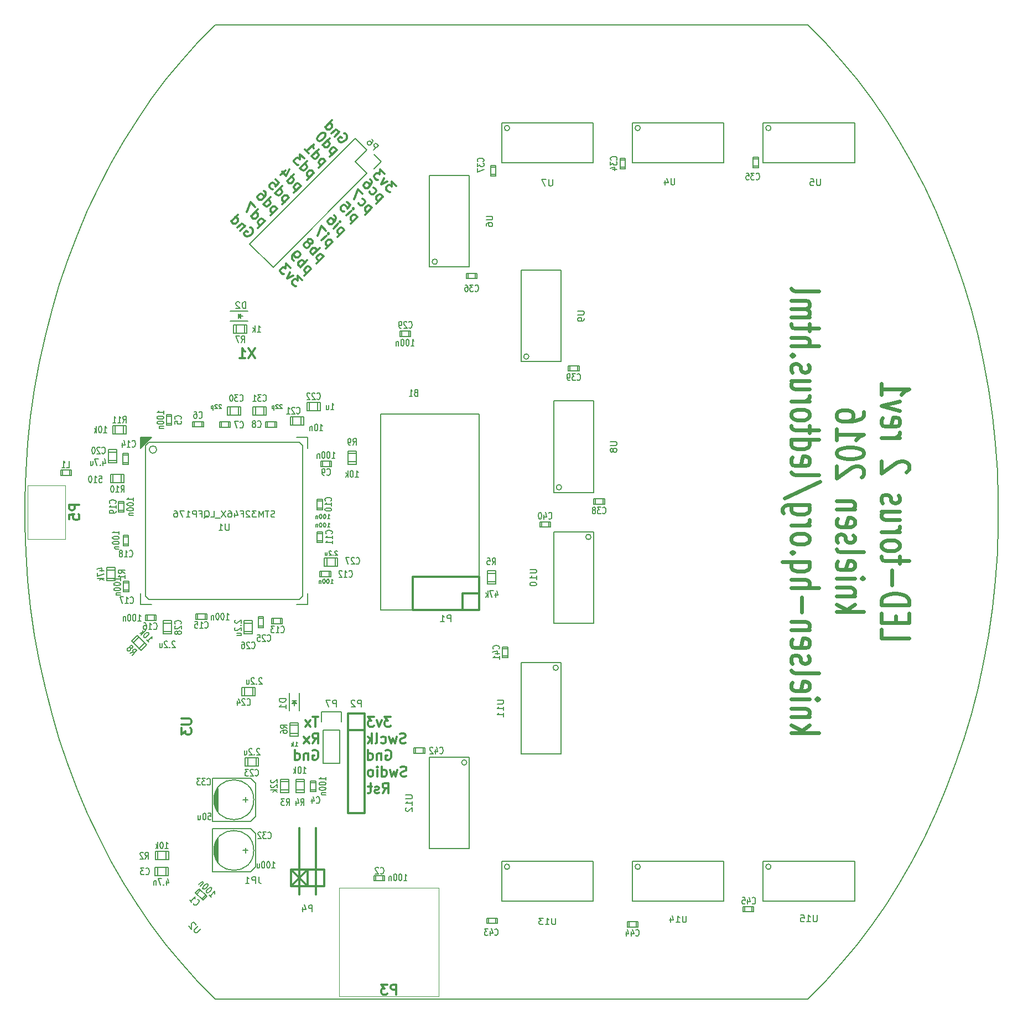
<source format=gbo>
G04 #@! TF.FileFunction,Legend,Bot*
%FSLAX46Y46*%
G04 Gerber Fmt 4.6, Leading zero omitted, Abs format (unit mm)*
G04 Created by KiCad (PCBNEW (2016-03-23 BZR 6647, Git bc699c8)-product) date Sun 10 Apr 2016 18:41:19 CEST*
%MOMM*%
G01*
G04 APERTURE LIST*
%ADD10C,0.100000*%
%ADD11C,0.600000*%
%ADD12C,0.300000*%
%ADD13C,0.200000*%
%ADD14C,0.150000*%
%ADD15C,0.127000*%
%ADD16C,0.304800*%
%ADD17C,0.099060*%
%ADD18C,0.050800*%
%ADD19C,0.149860*%
%ADD20C,0.152400*%
%ADD21C,0.203200*%
%ADD22C,0.200660*%
G04 APERTURE END LIST*
D10*
D11*
X206600000Y-167900000D02*
X206600000Y-169328571D01*
X210800000Y-169328571D01*
X208800000Y-166900000D02*
X208800000Y-165900000D01*
X206600000Y-165471428D02*
X206600000Y-166900000D01*
X210800000Y-166900000D01*
X210800000Y-165471428D01*
X206600000Y-164185714D02*
X210800000Y-164185714D01*
X210800000Y-163471428D01*
X210600000Y-163042857D01*
X210200000Y-162757142D01*
X209800000Y-162614285D01*
X209000000Y-162471428D01*
X208400000Y-162471428D01*
X207600000Y-162614285D01*
X207200000Y-162757142D01*
X206800000Y-163042857D01*
X206600000Y-163471428D01*
X206600000Y-164185714D01*
X208200000Y-161185714D02*
X208200000Y-158900000D01*
X209400000Y-157900000D02*
X209400000Y-156757142D01*
X210800000Y-157471428D02*
X207200000Y-157471428D01*
X206800000Y-157328571D01*
X206600000Y-157042857D01*
X206600000Y-156757142D01*
X206600000Y-155328571D02*
X206800000Y-155614285D01*
X207000000Y-155757142D01*
X207400000Y-155900000D01*
X208600000Y-155900000D01*
X209000000Y-155757142D01*
X209200000Y-155614285D01*
X209400000Y-155328571D01*
X209400000Y-154900000D01*
X209200000Y-154614285D01*
X209000000Y-154471428D01*
X208600000Y-154328571D01*
X207400000Y-154328571D01*
X207000000Y-154471428D01*
X206800000Y-154614285D01*
X206600000Y-154900000D01*
X206600000Y-155328571D01*
X206600000Y-153042857D02*
X209400000Y-153042857D01*
X208600000Y-153042857D02*
X209000000Y-152900000D01*
X209200000Y-152757142D01*
X209400000Y-152471428D01*
X209400000Y-152185714D01*
X209400000Y-149900000D02*
X206600000Y-149900000D01*
X209400000Y-151185714D02*
X207200000Y-151185714D01*
X206800000Y-151042857D01*
X206600000Y-150757142D01*
X206600000Y-150328571D01*
X206800000Y-150042857D01*
X207000000Y-149900000D01*
X206800000Y-148614285D02*
X206600000Y-148328571D01*
X206600000Y-147757142D01*
X206800000Y-147471428D01*
X207200000Y-147328571D01*
X207400000Y-147328571D01*
X207800000Y-147471428D01*
X208000000Y-147757142D01*
X208000000Y-148185714D01*
X208200000Y-148471428D01*
X208600000Y-148614285D01*
X208800000Y-148614285D01*
X209200000Y-148471428D01*
X209400000Y-148185714D01*
X209400000Y-147757142D01*
X209200000Y-147471428D01*
X210400000Y-143900000D02*
X210600000Y-143757142D01*
X210800000Y-143471428D01*
X210800000Y-142757142D01*
X210600000Y-142471428D01*
X210400000Y-142328571D01*
X210000000Y-142185714D01*
X209600000Y-142185714D01*
X209000000Y-142328571D01*
X206600000Y-144042857D01*
X206600000Y-142185714D01*
X206600000Y-138614285D02*
X209400000Y-138614285D01*
X208600000Y-138614285D02*
X209000000Y-138471428D01*
X209200000Y-138328571D01*
X209400000Y-138042857D01*
X209400000Y-137757142D01*
X206800000Y-135614285D02*
X206600000Y-135900000D01*
X206600000Y-136471428D01*
X206800000Y-136757142D01*
X207200000Y-136900000D01*
X208800000Y-136900000D01*
X209200000Y-136757142D01*
X209400000Y-136471428D01*
X209400000Y-135900000D01*
X209200000Y-135614285D01*
X208800000Y-135471428D01*
X208400000Y-135471428D01*
X208000000Y-136900000D01*
X209400000Y-134471428D02*
X206600000Y-133757142D01*
X209400000Y-133042857D01*
X206600000Y-130328571D02*
X206600000Y-132042857D01*
X206600000Y-131185714D02*
X210800000Y-131185714D01*
X210200000Y-131471428D01*
X209800000Y-131757142D01*
X209600000Y-132042857D01*
X199700000Y-165257142D02*
X203900000Y-165257142D01*
X201300000Y-164971428D02*
X199700000Y-164114285D01*
X202500000Y-164114285D02*
X200900000Y-165257142D01*
X202500000Y-162828571D02*
X199700000Y-162828571D01*
X202100000Y-162828571D02*
X202300000Y-162685714D01*
X202500000Y-162400000D01*
X202500000Y-161971428D01*
X202300000Y-161685714D01*
X201900000Y-161542857D01*
X199700000Y-161542857D01*
X199700000Y-160114285D02*
X202500000Y-160114285D01*
X203900000Y-160114285D02*
X203700000Y-160257142D01*
X203500000Y-160114285D01*
X203700000Y-159971428D01*
X203900000Y-160114285D01*
X203500000Y-160114285D01*
X199900000Y-157542857D02*
X199700000Y-157828571D01*
X199700000Y-158400000D01*
X199900000Y-158685714D01*
X200300000Y-158828571D01*
X201900000Y-158828571D01*
X202300000Y-158685714D01*
X202500000Y-158400000D01*
X202500000Y-157828571D01*
X202300000Y-157542857D01*
X201900000Y-157400000D01*
X201500000Y-157400000D01*
X201100000Y-158828571D01*
X199700000Y-155685714D02*
X199900000Y-155971428D01*
X200300000Y-156114285D01*
X203900000Y-156114285D01*
X199900000Y-154685714D02*
X199700000Y-154400000D01*
X199700000Y-153828571D01*
X199900000Y-153542857D01*
X200300000Y-153400000D01*
X200500000Y-153400000D01*
X200900000Y-153542857D01*
X201100000Y-153828571D01*
X201100000Y-154257142D01*
X201300000Y-154542857D01*
X201700000Y-154685714D01*
X201900000Y-154685714D01*
X202300000Y-154542857D01*
X202500000Y-154257142D01*
X202500000Y-153828571D01*
X202300000Y-153542857D01*
X199900000Y-150971428D02*
X199700000Y-151257142D01*
X199700000Y-151828571D01*
X199900000Y-152114285D01*
X200300000Y-152257142D01*
X201900000Y-152257142D01*
X202300000Y-152114285D01*
X202500000Y-151828571D01*
X202500000Y-151257142D01*
X202300000Y-150971428D01*
X201900000Y-150828571D01*
X201500000Y-150828571D01*
X201100000Y-152257142D01*
X202500000Y-149542857D02*
X199700000Y-149542857D01*
X202100000Y-149542857D02*
X202300000Y-149400000D01*
X202500000Y-149114285D01*
X202500000Y-148685714D01*
X202300000Y-148400000D01*
X201900000Y-148257142D01*
X199700000Y-148257142D01*
X203500000Y-144685714D02*
X203700000Y-144542857D01*
X203900000Y-144257142D01*
X203900000Y-143542857D01*
X203700000Y-143257142D01*
X203500000Y-143114285D01*
X203100000Y-142971428D01*
X202700000Y-142971428D01*
X202100000Y-143114285D01*
X199700000Y-144828571D01*
X199700000Y-142971428D01*
X203900000Y-141114285D02*
X203900000Y-140828571D01*
X203700000Y-140542857D01*
X203500000Y-140400000D01*
X203100000Y-140257142D01*
X202300000Y-140114285D01*
X201300000Y-140114285D01*
X200500000Y-140257142D01*
X200100000Y-140400000D01*
X199900000Y-140542857D01*
X199700000Y-140828571D01*
X199700000Y-141114285D01*
X199900000Y-141400000D01*
X200100000Y-141542857D01*
X200500000Y-141685714D01*
X201300000Y-141828571D01*
X202300000Y-141828571D01*
X203100000Y-141685714D01*
X203500000Y-141542857D01*
X203700000Y-141400000D01*
X203900000Y-141114285D01*
X199700000Y-137257142D02*
X199700000Y-138971428D01*
X199700000Y-138114285D02*
X203900000Y-138114285D01*
X203300000Y-138400000D01*
X202900000Y-138685714D01*
X202700000Y-138971428D01*
X203900000Y-134685714D02*
X203900000Y-135257142D01*
X203700000Y-135542857D01*
X203500000Y-135685714D01*
X202900000Y-135971428D01*
X202100000Y-136114285D01*
X200500000Y-136114285D01*
X200100000Y-135971428D01*
X199900000Y-135828571D01*
X199700000Y-135542857D01*
X199700000Y-134971428D01*
X199900000Y-134685714D01*
X200100000Y-134542857D01*
X200500000Y-134400000D01*
X201500000Y-134400000D01*
X201900000Y-134542857D01*
X202100000Y-134685714D01*
X202300000Y-134971428D01*
X202300000Y-135542857D01*
X202100000Y-135828571D01*
X201900000Y-135971428D01*
X201500000Y-136114285D01*
X192800000Y-183757142D02*
X197000000Y-183757142D01*
X194400000Y-183471428D02*
X192800000Y-182614285D01*
X195600000Y-182614285D02*
X194000000Y-183757142D01*
X195600000Y-181328571D02*
X192800000Y-181328571D01*
X195200000Y-181328571D02*
X195400000Y-181185714D01*
X195600000Y-180900000D01*
X195600000Y-180471428D01*
X195400000Y-180185714D01*
X195000000Y-180042857D01*
X192800000Y-180042857D01*
X192800000Y-178614285D02*
X195600000Y-178614285D01*
X197000000Y-178614285D02*
X196800000Y-178757142D01*
X196600000Y-178614285D01*
X196800000Y-178471428D01*
X197000000Y-178614285D01*
X196600000Y-178614285D01*
X193000000Y-176042857D02*
X192800000Y-176328571D01*
X192800000Y-176900000D01*
X193000000Y-177185714D01*
X193400000Y-177328571D01*
X195000000Y-177328571D01*
X195400000Y-177185714D01*
X195600000Y-176900000D01*
X195600000Y-176328571D01*
X195400000Y-176042857D01*
X195000000Y-175900000D01*
X194600000Y-175900000D01*
X194200000Y-177328571D01*
X192800000Y-174185714D02*
X193000000Y-174471428D01*
X193400000Y-174614285D01*
X197000000Y-174614285D01*
X193000000Y-173185714D02*
X192800000Y-172900000D01*
X192800000Y-172328571D01*
X193000000Y-172042857D01*
X193400000Y-171900000D01*
X193600000Y-171900000D01*
X194000000Y-172042857D01*
X194200000Y-172328571D01*
X194200000Y-172757142D01*
X194400000Y-173042857D01*
X194800000Y-173185714D01*
X195000000Y-173185714D01*
X195400000Y-173042857D01*
X195600000Y-172757142D01*
X195600000Y-172328571D01*
X195400000Y-172042857D01*
X193000000Y-169471428D02*
X192800000Y-169757142D01*
X192800000Y-170328571D01*
X193000000Y-170614285D01*
X193400000Y-170757142D01*
X195000000Y-170757142D01*
X195400000Y-170614285D01*
X195600000Y-170328571D01*
X195600000Y-169757142D01*
X195400000Y-169471428D01*
X195000000Y-169328571D01*
X194600000Y-169328571D01*
X194200000Y-170757142D01*
X195600000Y-168042857D02*
X192800000Y-168042857D01*
X195200000Y-168042857D02*
X195400000Y-167900000D01*
X195600000Y-167614285D01*
X195600000Y-167185714D01*
X195400000Y-166900000D01*
X195000000Y-166757142D01*
X192800000Y-166757142D01*
X194400000Y-165328571D02*
X194400000Y-163042857D01*
X192800000Y-161614285D02*
X197000000Y-161614285D01*
X192800000Y-160328571D02*
X195000000Y-160328571D01*
X195400000Y-160471428D01*
X195600000Y-160757142D01*
X195600000Y-161185714D01*
X195400000Y-161471428D01*
X195200000Y-161614285D01*
X195600000Y-157614285D02*
X191400000Y-157614285D01*
X193000000Y-157614285D02*
X192800000Y-157900000D01*
X192800000Y-158471428D01*
X193000000Y-158757142D01*
X193200000Y-158900000D01*
X193600000Y-159042857D01*
X194800000Y-159042857D01*
X195200000Y-158900000D01*
X195400000Y-158757142D01*
X195600000Y-158471428D01*
X195600000Y-157900000D01*
X195400000Y-157614285D01*
X193200000Y-156185714D02*
X193000000Y-156042857D01*
X192800000Y-156185714D01*
X193000000Y-156328571D01*
X193200000Y-156185714D01*
X192800000Y-156185714D01*
X192800000Y-154328571D02*
X193000000Y-154614285D01*
X193200000Y-154757142D01*
X193600000Y-154900000D01*
X194800000Y-154900000D01*
X195200000Y-154757142D01*
X195400000Y-154614285D01*
X195600000Y-154328571D01*
X195600000Y-153900000D01*
X195400000Y-153614285D01*
X195200000Y-153471428D01*
X194800000Y-153328571D01*
X193600000Y-153328571D01*
X193200000Y-153471428D01*
X193000000Y-153614285D01*
X192800000Y-153900000D01*
X192800000Y-154328571D01*
X192800000Y-152042857D02*
X195600000Y-152042857D01*
X194800000Y-152042857D02*
X195200000Y-151900000D01*
X195400000Y-151757142D01*
X195600000Y-151471428D01*
X195600000Y-151185714D01*
X195600000Y-148900000D02*
X192200000Y-148900000D01*
X191800000Y-149042857D01*
X191600000Y-149185714D01*
X191400000Y-149471428D01*
X191400000Y-149900000D01*
X191600000Y-150185714D01*
X193000000Y-148900000D02*
X192800000Y-149185714D01*
X192800000Y-149757142D01*
X193000000Y-150042857D01*
X193200000Y-150185714D01*
X193600000Y-150328571D01*
X194800000Y-150328571D01*
X195200000Y-150185714D01*
X195400000Y-150042857D01*
X195600000Y-149757142D01*
X195600000Y-149185714D01*
X195400000Y-148900000D01*
X197200000Y-145328571D02*
X191800000Y-147900000D01*
X192800000Y-143900000D02*
X193000000Y-144185714D01*
X193400000Y-144328571D01*
X197000000Y-144328571D01*
X193000000Y-141614285D02*
X192800000Y-141900000D01*
X192800000Y-142471428D01*
X193000000Y-142757142D01*
X193400000Y-142900000D01*
X195000000Y-142900000D01*
X195400000Y-142757142D01*
X195600000Y-142471428D01*
X195600000Y-141900000D01*
X195400000Y-141614285D01*
X195000000Y-141471428D01*
X194600000Y-141471428D01*
X194200000Y-142900000D01*
X192800000Y-138900000D02*
X197000000Y-138900000D01*
X193000000Y-138900000D02*
X192800000Y-139185714D01*
X192800000Y-139757142D01*
X193000000Y-140042857D01*
X193200000Y-140185714D01*
X193600000Y-140328571D01*
X194800000Y-140328571D01*
X195200000Y-140185714D01*
X195400000Y-140042857D01*
X195600000Y-139757142D01*
X195600000Y-139185714D01*
X195400000Y-138900000D01*
X195600000Y-137900000D02*
X195600000Y-136757142D01*
X197000000Y-137471428D02*
X193400000Y-137471428D01*
X193000000Y-137328571D01*
X192800000Y-137042857D01*
X192800000Y-136757142D01*
X192800000Y-135328571D02*
X193000000Y-135614285D01*
X193200000Y-135757142D01*
X193600000Y-135900000D01*
X194800000Y-135900000D01*
X195200000Y-135757142D01*
X195400000Y-135614285D01*
X195600000Y-135328571D01*
X195600000Y-134900000D01*
X195400000Y-134614285D01*
X195200000Y-134471428D01*
X194800000Y-134328571D01*
X193600000Y-134328571D01*
X193200000Y-134471428D01*
X193000000Y-134614285D01*
X192800000Y-134900000D01*
X192800000Y-135328571D01*
X192800000Y-133042857D02*
X195600000Y-133042857D01*
X194800000Y-133042857D02*
X195200000Y-132900000D01*
X195400000Y-132757142D01*
X195600000Y-132471428D01*
X195600000Y-132185714D01*
X195600000Y-129900000D02*
X192800000Y-129900000D01*
X195600000Y-131185714D02*
X193400000Y-131185714D01*
X193000000Y-131042857D01*
X192800000Y-130757142D01*
X192800000Y-130328571D01*
X193000000Y-130042857D01*
X193200000Y-129900000D01*
X193000000Y-128614285D02*
X192800000Y-128328571D01*
X192800000Y-127757142D01*
X193000000Y-127471428D01*
X193400000Y-127328571D01*
X193600000Y-127328571D01*
X194000000Y-127471428D01*
X194200000Y-127757142D01*
X194200000Y-128185714D01*
X194400000Y-128471428D01*
X194800000Y-128614285D01*
X195000000Y-128614285D01*
X195400000Y-128471428D01*
X195600000Y-128185714D01*
X195600000Y-127757142D01*
X195400000Y-127471428D01*
X193200000Y-126042857D02*
X193000000Y-125900000D01*
X192800000Y-126042857D01*
X193000000Y-126185714D01*
X193200000Y-126042857D01*
X192800000Y-126042857D01*
X192800000Y-124614285D02*
X197000000Y-124614285D01*
X192800000Y-123328571D02*
X195000000Y-123328571D01*
X195400000Y-123471428D01*
X195600000Y-123757142D01*
X195600000Y-124185714D01*
X195400000Y-124471428D01*
X195200000Y-124614285D01*
X195600000Y-122328571D02*
X195600000Y-121185714D01*
X197000000Y-121900000D02*
X193400000Y-121900000D01*
X193000000Y-121757142D01*
X192800000Y-121471428D01*
X192800000Y-121185714D01*
X192800000Y-120185714D02*
X195600000Y-120185714D01*
X195200000Y-120185714D02*
X195400000Y-120042857D01*
X195600000Y-119757142D01*
X195600000Y-119328571D01*
X195400000Y-119042857D01*
X195000000Y-118900000D01*
X192800000Y-118900000D01*
X195000000Y-118900000D02*
X195400000Y-118757142D01*
X195600000Y-118471428D01*
X195600000Y-118042857D01*
X195400000Y-117757142D01*
X195000000Y-117614285D01*
X192800000Y-117614285D01*
X192800000Y-115757142D02*
X193000000Y-116042857D01*
X193400000Y-116185714D01*
X197000000Y-116185714D01*
D12*
X110012183Y-106451522D02*
X110163705Y-106502030D01*
X110315228Y-106653553D01*
X110416244Y-106855583D01*
X110416244Y-107057614D01*
X110365736Y-107209137D01*
X110214213Y-107461675D01*
X110062690Y-107613198D01*
X109810152Y-107764721D01*
X109658629Y-107815228D01*
X109456599Y-107815228D01*
X109254568Y-107714213D01*
X109153553Y-107613198D01*
X109052538Y-107411167D01*
X109052538Y-107310152D01*
X109406091Y-106956599D01*
X109608122Y-107158629D01*
X109204061Y-106249492D02*
X108496954Y-106956599D01*
X109103045Y-106350507D02*
X109103045Y-106249492D01*
X109052538Y-106097969D01*
X108901015Y-105946446D01*
X108749492Y-105895938D01*
X108597969Y-105946446D01*
X108042385Y-106502030D01*
X107082740Y-105542385D02*
X108143400Y-104481725D01*
X107133248Y-105491877D02*
X107183755Y-105643400D01*
X107385786Y-105845431D01*
X107537309Y-105895938D01*
X107638324Y-105895938D01*
X107789847Y-105845431D01*
X108092893Y-105542385D01*
X108143400Y-105390862D01*
X108143400Y-105289847D01*
X108092893Y-105138324D01*
X107890862Y-104936294D01*
X107739339Y-104885786D01*
X112239467Y-105484898D02*
X111178807Y-106545558D01*
X112188959Y-105535406D02*
X112138452Y-105383883D01*
X111936421Y-105181852D01*
X111784898Y-105131345D01*
X111683883Y-105131345D01*
X111532360Y-105181852D01*
X111229314Y-105484898D01*
X111178807Y-105636421D01*
X111178807Y-105737436D01*
X111229314Y-105888959D01*
X111431345Y-106090990D01*
X111582868Y-106141497D01*
X110118147Y-104777791D02*
X111178807Y-103717131D01*
X110168654Y-104727284D02*
X110219162Y-104878807D01*
X110421192Y-105080837D01*
X110572715Y-105131345D01*
X110673730Y-105131345D01*
X110825253Y-105080837D01*
X111128299Y-104777791D01*
X111178807Y-104626269D01*
X111178807Y-104525253D01*
X111128299Y-104373730D01*
X110926269Y-104171700D01*
X110774746Y-104121192D01*
X110774746Y-103313070D02*
X110067639Y-102605963D01*
X109461547Y-104121192D01*
X114139467Y-103584898D02*
X113078807Y-104645558D01*
X114088959Y-103635406D02*
X114038452Y-103483883D01*
X113836421Y-103281852D01*
X113684898Y-103231345D01*
X113583883Y-103231345D01*
X113432360Y-103281852D01*
X113129314Y-103584898D01*
X113078807Y-103736421D01*
X113078807Y-103837436D01*
X113129314Y-103988959D01*
X113331345Y-104190990D01*
X113482868Y-104241497D01*
X112018147Y-102877791D02*
X113078807Y-101817131D01*
X112068654Y-102827284D02*
X112119162Y-102978807D01*
X112321192Y-103180837D01*
X112472715Y-103231345D01*
X112573730Y-103231345D01*
X112725253Y-103180837D01*
X113028299Y-102877791D01*
X113078807Y-102726269D01*
X113078807Y-102625253D01*
X113028299Y-102473730D01*
X112826269Y-102271700D01*
X112674746Y-102221192D01*
X112119162Y-100857486D02*
X112321192Y-101059517D01*
X112371700Y-101211040D01*
X112371700Y-101312055D01*
X112321192Y-101564593D01*
X112169669Y-101817131D01*
X111765608Y-102221192D01*
X111614086Y-102271700D01*
X111513070Y-102271700D01*
X111361547Y-102221192D01*
X111159517Y-102019162D01*
X111109009Y-101867639D01*
X111109009Y-101766624D01*
X111159517Y-101615101D01*
X111412055Y-101362563D01*
X111563578Y-101312055D01*
X111664593Y-101312055D01*
X111816116Y-101362563D01*
X112018147Y-101564593D01*
X112068654Y-101716116D01*
X112068654Y-101817131D01*
X112018147Y-101968654D01*
X115939467Y-101884898D02*
X114878807Y-102945558D01*
X115888959Y-101935406D02*
X115838452Y-101783883D01*
X115636421Y-101581852D01*
X115484898Y-101531345D01*
X115383883Y-101531345D01*
X115232360Y-101581852D01*
X114929314Y-101884898D01*
X114878807Y-102036421D01*
X114878807Y-102137436D01*
X114929314Y-102288959D01*
X115131345Y-102490990D01*
X115282868Y-102541497D01*
X113818147Y-101177791D02*
X114878807Y-100117131D01*
X113868654Y-101127284D02*
X113919162Y-101278807D01*
X114121192Y-101480837D01*
X114272715Y-101531345D01*
X114373730Y-101531345D01*
X114525253Y-101480837D01*
X114828299Y-101177791D01*
X114878807Y-101026269D01*
X114878807Y-100925253D01*
X114828299Y-100773730D01*
X114626269Y-100571700D01*
X114474746Y-100521192D01*
X113868654Y-99106979D02*
X114373730Y-99612055D01*
X113919162Y-100167639D01*
X113919162Y-100066624D01*
X113868654Y-99915101D01*
X113616116Y-99662563D01*
X113464593Y-99612055D01*
X113363578Y-99612055D01*
X113212055Y-99662563D01*
X112959517Y-99915101D01*
X112909009Y-100066624D01*
X112909009Y-100167639D01*
X112959517Y-100319162D01*
X113212055Y-100571700D01*
X113363578Y-100622208D01*
X113464593Y-100622208D01*
X117739467Y-100084898D02*
X116678807Y-101145558D01*
X117688959Y-100135406D02*
X117638452Y-99983883D01*
X117436421Y-99781852D01*
X117284898Y-99731345D01*
X117183883Y-99731345D01*
X117032360Y-99781852D01*
X116729314Y-100084898D01*
X116678807Y-100236421D01*
X116678807Y-100337436D01*
X116729314Y-100488959D01*
X116931345Y-100690990D01*
X117082868Y-100741497D01*
X115618147Y-99377791D02*
X116678807Y-98317131D01*
X115668654Y-99327284D02*
X115719162Y-99478807D01*
X115921192Y-99680837D01*
X116072715Y-99731345D01*
X116173730Y-99731345D01*
X116325253Y-99680837D01*
X116628299Y-99377791D01*
X116678807Y-99226269D01*
X116678807Y-99125253D01*
X116628299Y-98973730D01*
X116426269Y-98771700D01*
X116274746Y-98721192D01*
X115365608Y-97711040D02*
X114658502Y-98418147D01*
X116022208Y-97559517D02*
X115517131Y-98569669D01*
X114860532Y-97913070D01*
X119739467Y-98084898D02*
X118678807Y-99145558D01*
X119688959Y-98135406D02*
X119638452Y-97983883D01*
X119436421Y-97781852D01*
X119284898Y-97731345D01*
X119183883Y-97731345D01*
X119032360Y-97781852D01*
X118729314Y-98084898D01*
X118678807Y-98236421D01*
X118678807Y-98337436D01*
X118729314Y-98488959D01*
X118931345Y-98690990D01*
X119082868Y-98741497D01*
X117618147Y-97377791D02*
X118678807Y-96317131D01*
X117668654Y-97327284D02*
X117719162Y-97478807D01*
X117921192Y-97680837D01*
X118072715Y-97731345D01*
X118173730Y-97731345D01*
X118325253Y-97680837D01*
X118628299Y-97377791D01*
X118678807Y-97226269D01*
X118678807Y-97125253D01*
X118628299Y-96973730D01*
X118426269Y-96771700D01*
X118274746Y-96721192D01*
X118274746Y-95913070D02*
X117618147Y-95256471D01*
X117567639Y-96014086D01*
X117416116Y-95862563D01*
X117264593Y-95812055D01*
X117163578Y-95812055D01*
X117012055Y-95862563D01*
X116759517Y-96115101D01*
X116709009Y-96266624D01*
X116709009Y-96367639D01*
X116759517Y-96519162D01*
X117062563Y-96822208D01*
X117214086Y-96872715D01*
X117315101Y-96872715D01*
X121539467Y-96284898D02*
X120478807Y-97345558D01*
X121488959Y-96335406D02*
X121438452Y-96183883D01*
X121236421Y-95981852D01*
X121084898Y-95931345D01*
X120983883Y-95931345D01*
X120832360Y-95981852D01*
X120529314Y-96284898D01*
X120478807Y-96436421D01*
X120478807Y-96537436D01*
X120529314Y-96688959D01*
X120731345Y-96890990D01*
X120882868Y-96941497D01*
X119418147Y-95577791D02*
X120478807Y-94517131D01*
X119468654Y-95527284D02*
X119519162Y-95678807D01*
X119721192Y-95880837D01*
X119872715Y-95931345D01*
X119973730Y-95931345D01*
X120125253Y-95880837D01*
X120428299Y-95577791D01*
X120478807Y-95426269D01*
X120478807Y-95325253D01*
X120428299Y-95173730D01*
X120226269Y-94971700D01*
X120074746Y-94921192D01*
X118357486Y-94517131D02*
X118963578Y-95123223D01*
X118660532Y-94820177D02*
X119721192Y-93759517D01*
X119670685Y-94012055D01*
X119670685Y-94214086D01*
X119721192Y-94365608D01*
X123239467Y-94584898D02*
X122178807Y-95645558D01*
X123188959Y-94635406D02*
X123138452Y-94483883D01*
X122936421Y-94281852D01*
X122784898Y-94231345D01*
X122683883Y-94231345D01*
X122532360Y-94281852D01*
X122229314Y-94584898D01*
X122178807Y-94736421D01*
X122178807Y-94837436D01*
X122229314Y-94988959D01*
X122431345Y-95190990D01*
X122582868Y-95241497D01*
X121118147Y-93877791D02*
X122178807Y-92817131D01*
X121168654Y-93827284D02*
X121219162Y-93978807D01*
X121421192Y-94180837D01*
X121572715Y-94231345D01*
X121673730Y-94231345D01*
X121825253Y-94180837D01*
X122128299Y-93877791D01*
X122178807Y-93726269D01*
X122178807Y-93625253D01*
X122128299Y-93473730D01*
X121926269Y-93271700D01*
X121774746Y-93221192D01*
X121471700Y-92110024D02*
X121370685Y-92009009D01*
X121219162Y-91958502D01*
X121118147Y-91958502D01*
X120966624Y-92009009D01*
X120714086Y-92160532D01*
X120461547Y-92413070D01*
X120310024Y-92665608D01*
X120259517Y-92817131D01*
X120259517Y-92918147D01*
X120310024Y-93069669D01*
X120411040Y-93170685D01*
X120562563Y-93221192D01*
X120663578Y-93221192D01*
X120815101Y-93170685D01*
X121067639Y-93019162D01*
X121320177Y-92766624D01*
X121471700Y-92514086D01*
X121522208Y-92362563D01*
X121522208Y-92261547D01*
X121471700Y-92110024D01*
X124412183Y-92051522D02*
X124563705Y-92102030D01*
X124715228Y-92253553D01*
X124816244Y-92455583D01*
X124816244Y-92657614D01*
X124765736Y-92809137D01*
X124614213Y-93061675D01*
X124462690Y-93213198D01*
X124210152Y-93364721D01*
X124058629Y-93415228D01*
X123856599Y-93415228D01*
X123654568Y-93314213D01*
X123553553Y-93213198D01*
X123452538Y-93011167D01*
X123452538Y-92910152D01*
X123806091Y-92556599D01*
X124008122Y-92758629D01*
X123604061Y-91849492D02*
X122896954Y-92556599D01*
X123503045Y-91950507D02*
X123503045Y-91849492D01*
X123452538Y-91697969D01*
X123301015Y-91546446D01*
X123149492Y-91495938D01*
X122997969Y-91546446D01*
X122442385Y-92102030D01*
X121482740Y-91142385D02*
X122543400Y-90081725D01*
X121533248Y-91091877D02*
X121583755Y-91243400D01*
X121785786Y-91445431D01*
X121937309Y-91495938D01*
X122038324Y-91495938D01*
X122189847Y-91445431D01*
X122492893Y-91142385D01*
X122543400Y-90990862D01*
X122543400Y-90889847D01*
X122492893Y-90738324D01*
X122290862Y-90536294D01*
X122139339Y-90485786D01*
X119339467Y-112784898D02*
X118278807Y-113845558D01*
X119288959Y-112835406D02*
X119238452Y-112683883D01*
X119036421Y-112481852D01*
X118884898Y-112431345D01*
X118783883Y-112431345D01*
X118632360Y-112481852D01*
X118329314Y-112784898D01*
X118278807Y-112936421D01*
X118278807Y-113037436D01*
X118329314Y-113188959D01*
X118531345Y-113390990D01*
X118682868Y-113441497D01*
X117672715Y-112532360D02*
X118733375Y-111471700D01*
X118329314Y-111875761D02*
X118278807Y-111724238D01*
X118076776Y-111522208D01*
X117925253Y-111471700D01*
X117824238Y-111471700D01*
X117672715Y-111522208D01*
X117369669Y-111825253D01*
X117319162Y-111976776D01*
X117319162Y-112077791D01*
X117369669Y-112229314D01*
X117571700Y-112431345D01*
X117723223Y-112481852D01*
X116662563Y-111522208D02*
X116460532Y-111320177D01*
X116410024Y-111168654D01*
X116410024Y-111067639D01*
X116460532Y-110815101D01*
X116612055Y-110562563D01*
X117016116Y-110158502D01*
X117167639Y-110107994D01*
X117268654Y-110107994D01*
X117420177Y-110158502D01*
X117622208Y-110360532D01*
X117672715Y-110512055D01*
X117672715Y-110613070D01*
X117622208Y-110764593D01*
X117369669Y-111017131D01*
X117218147Y-111067639D01*
X117117131Y-111067639D01*
X116965608Y-111017131D01*
X116763578Y-110815101D01*
X116713070Y-110663578D01*
X116713070Y-110562563D01*
X116763578Y-110411040D01*
X121239467Y-110884898D02*
X120178807Y-111945558D01*
X121188959Y-110935406D02*
X121138452Y-110783883D01*
X120936421Y-110581852D01*
X120784898Y-110531345D01*
X120683883Y-110531345D01*
X120532360Y-110581852D01*
X120229314Y-110884898D01*
X120178807Y-111036421D01*
X120178807Y-111137436D01*
X120229314Y-111288959D01*
X120431345Y-111490990D01*
X120582868Y-111541497D01*
X119572715Y-110632360D02*
X120633375Y-109571700D01*
X120229314Y-109975761D02*
X120178807Y-109824238D01*
X119976776Y-109622208D01*
X119825253Y-109571700D01*
X119724238Y-109571700D01*
X119572715Y-109622208D01*
X119269669Y-109925253D01*
X119219162Y-110076776D01*
X119219162Y-110177791D01*
X119269669Y-110329314D01*
X119471700Y-110531345D01*
X119623223Y-110581852D01*
X119067639Y-108915101D02*
X119219162Y-108965608D01*
X119320177Y-108965608D01*
X119471700Y-108915101D01*
X119522208Y-108864593D01*
X119572715Y-108713070D01*
X119572715Y-108612055D01*
X119522208Y-108460532D01*
X119320177Y-108258502D01*
X119168654Y-108207994D01*
X119067639Y-108207994D01*
X118916116Y-108258502D01*
X118865608Y-108309009D01*
X118815101Y-108460532D01*
X118815101Y-108561547D01*
X118865608Y-108713070D01*
X119067639Y-108915101D01*
X119118147Y-109066624D01*
X119118147Y-109167639D01*
X119067639Y-109319162D01*
X118865608Y-109521192D01*
X118714086Y-109571700D01*
X118613070Y-109571700D01*
X118461547Y-109521192D01*
X118259517Y-109319162D01*
X118209009Y-109167639D01*
X118209009Y-109066624D01*
X118259517Y-108915101D01*
X118461547Y-108713070D01*
X118613070Y-108662563D01*
X118714086Y-108662563D01*
X118865608Y-108713070D01*
X122612183Y-108657614D02*
X121551522Y-109718274D01*
X122561675Y-108708122D02*
X122511167Y-108556599D01*
X122309137Y-108354568D01*
X122157614Y-108304061D01*
X122056599Y-108304061D01*
X121905076Y-108354568D01*
X121602030Y-108657614D01*
X121551522Y-108809137D01*
X121551522Y-108910152D01*
X121602030Y-109061675D01*
X121804061Y-109263705D01*
X121955583Y-109314213D01*
X120945431Y-108405076D02*
X121652538Y-107697969D01*
X122006091Y-107344416D02*
X122006091Y-107445431D01*
X121905076Y-107445431D01*
X121905076Y-107344416D01*
X122006091Y-107344416D01*
X121905076Y-107445431D01*
X121602030Y-106940355D02*
X120894923Y-106233248D01*
X120288832Y-107748477D01*
X124412183Y-106857614D02*
X123351522Y-107918274D01*
X124361675Y-106908122D02*
X124311167Y-106756599D01*
X124109137Y-106554568D01*
X123957614Y-106504061D01*
X123856599Y-106504061D01*
X123705076Y-106554568D01*
X123402030Y-106857614D01*
X123351522Y-107009137D01*
X123351522Y-107110152D01*
X123402030Y-107261675D01*
X123604061Y-107463705D01*
X123755583Y-107514213D01*
X122745431Y-106605076D02*
X123452538Y-105897969D01*
X123806091Y-105544416D02*
X123806091Y-105645431D01*
X123705076Y-105645431D01*
X123705076Y-105544416D01*
X123806091Y-105544416D01*
X123705076Y-105645431D01*
X122846446Y-104584771D02*
X123048477Y-104786801D01*
X123098984Y-104938324D01*
X123098984Y-105039339D01*
X123048477Y-105291877D01*
X122896954Y-105544416D01*
X122492893Y-105948477D01*
X122341370Y-105998984D01*
X122240355Y-105998984D01*
X122088832Y-105948477D01*
X121886801Y-105746446D01*
X121836294Y-105594923D01*
X121836294Y-105493908D01*
X121886801Y-105342385D01*
X122139339Y-105089847D01*
X122290862Y-105039339D01*
X122391877Y-105039339D01*
X122543400Y-105089847D01*
X122745431Y-105291877D01*
X122795938Y-105443400D01*
X122795938Y-105544416D01*
X122745431Y-105695938D01*
X130314213Y-101759644D02*
X129253553Y-102820305D01*
X130263705Y-101810152D02*
X130213198Y-101658629D01*
X130011167Y-101456599D01*
X129859644Y-101406091D01*
X129758629Y-101406091D01*
X129607106Y-101456599D01*
X129304061Y-101759644D01*
X129253553Y-101911167D01*
X129253553Y-102012183D01*
X129304061Y-102163705D01*
X129506091Y-102365736D01*
X129657614Y-102416244D01*
X128243400Y-101002030D02*
X128293908Y-101153553D01*
X128495938Y-101355583D01*
X128647461Y-101406091D01*
X128748477Y-101406091D01*
X128900000Y-101355583D01*
X129203045Y-101052538D01*
X129253553Y-100901015D01*
X129253553Y-100800000D01*
X129203045Y-100648477D01*
X129001015Y-100446446D01*
X128849492Y-100395938D01*
X128344416Y-99082740D02*
X128546446Y-99284771D01*
X128596954Y-99436294D01*
X128596954Y-99537309D01*
X128546446Y-99789847D01*
X128394923Y-100042385D01*
X127990862Y-100446446D01*
X127839339Y-100496954D01*
X127738324Y-100496954D01*
X127586801Y-100446446D01*
X127384771Y-100244416D01*
X127334263Y-100092893D01*
X127334263Y-99991877D01*
X127384771Y-99840355D01*
X127637309Y-99587816D01*
X127788832Y-99537309D01*
X127889847Y-99537309D01*
X128041370Y-99587816D01*
X128243400Y-99789847D01*
X128293908Y-99941370D01*
X128293908Y-100042385D01*
X128243400Y-100193908D01*
X126412183Y-104857614D02*
X125351522Y-105918274D01*
X126361675Y-104908122D02*
X126311167Y-104756599D01*
X126109137Y-104554568D01*
X125957614Y-104504061D01*
X125856599Y-104504061D01*
X125705076Y-104554568D01*
X125402030Y-104857614D01*
X125351522Y-105009137D01*
X125351522Y-105110152D01*
X125402030Y-105261675D01*
X125604061Y-105463705D01*
X125755583Y-105514213D01*
X124745431Y-104605076D02*
X125452538Y-103897969D01*
X125806091Y-103544416D02*
X125806091Y-103645431D01*
X125705076Y-103645431D01*
X125705076Y-103544416D01*
X125806091Y-103544416D01*
X125705076Y-103645431D01*
X124795938Y-102534263D02*
X125301015Y-103039339D01*
X124846446Y-103594923D01*
X124846446Y-103493908D01*
X124795938Y-103342385D01*
X124543400Y-103089847D01*
X124391877Y-103039339D01*
X124290862Y-103039339D01*
X124139339Y-103089847D01*
X123886801Y-103342385D01*
X123836294Y-103493908D01*
X123836294Y-103594923D01*
X123886801Y-103746446D01*
X124139339Y-103998984D01*
X124290862Y-104049492D01*
X124391877Y-104049492D01*
X128614213Y-103459644D02*
X127553553Y-104520305D01*
X128563705Y-103510152D02*
X128513198Y-103358629D01*
X128311167Y-103156599D01*
X128159644Y-103106091D01*
X128058629Y-103106091D01*
X127907106Y-103156599D01*
X127604061Y-103459644D01*
X127553553Y-103611167D01*
X127553553Y-103712183D01*
X127604061Y-103863705D01*
X127806091Y-104065736D01*
X127957614Y-104116244D01*
X126543400Y-102702030D02*
X126593908Y-102853553D01*
X126795938Y-103055583D01*
X126947461Y-103106091D01*
X127048477Y-103106091D01*
X127200000Y-103055583D01*
X127503045Y-102752538D01*
X127553553Y-102601015D01*
X127553553Y-102500000D01*
X127503045Y-102348477D01*
X127301015Y-102146446D01*
X127149492Y-102095938D01*
X127200000Y-101338324D02*
X126492893Y-100631217D01*
X125886801Y-102146446D01*
X117943528Y-114481852D02*
X117286929Y-113825253D01*
X117236421Y-114582868D01*
X117084898Y-114431345D01*
X116933375Y-114380837D01*
X116832360Y-114380837D01*
X116680837Y-114431345D01*
X116428299Y-114683883D01*
X116377791Y-114835406D01*
X116377791Y-114936421D01*
X116428299Y-115087944D01*
X116731345Y-115390990D01*
X116882868Y-115441497D01*
X116983883Y-115441497D01*
X116579822Y-113825253D02*
X115620177Y-114279822D01*
X116074746Y-113320177D01*
X116125253Y-112663578D02*
X115468654Y-112006979D01*
X115418147Y-112764593D01*
X115266624Y-112613070D01*
X115115101Y-112562563D01*
X115014086Y-112562563D01*
X114862563Y-112613070D01*
X114610024Y-112865608D01*
X114559517Y-113017131D01*
X114559517Y-113118147D01*
X114610024Y-113269669D01*
X114913070Y-113572715D01*
X115064593Y-113623223D01*
X115165608Y-113623223D01*
X132343528Y-100081852D02*
X131686929Y-99425253D01*
X131636421Y-100182868D01*
X131484898Y-100031345D01*
X131333375Y-99980837D01*
X131232360Y-99980837D01*
X131080837Y-100031345D01*
X130828299Y-100283883D01*
X130777791Y-100435406D01*
X130777791Y-100536421D01*
X130828299Y-100687944D01*
X131131345Y-100990990D01*
X131282868Y-101041497D01*
X131383883Y-101041497D01*
X130979822Y-99425253D02*
X130020177Y-99879822D01*
X130474746Y-98920177D01*
X130525253Y-98263578D02*
X129868654Y-97606979D01*
X129818147Y-98364593D01*
X129666624Y-98213070D01*
X129515101Y-98162563D01*
X129414086Y-98162563D01*
X129262563Y-98213070D01*
X129010024Y-98465608D01*
X128959517Y-98617131D01*
X128959517Y-98718147D01*
X129010024Y-98869669D01*
X129313070Y-99172715D01*
X129464593Y-99223223D01*
X129565608Y-99223223D01*
X130263828Y-192956571D02*
X130763828Y-192242285D01*
X131120971Y-192956571D02*
X131120971Y-191456571D01*
X130549542Y-191456571D01*
X130406685Y-191528000D01*
X130335257Y-191599428D01*
X130263828Y-191742285D01*
X130263828Y-191956571D01*
X130335257Y-192099428D01*
X130406685Y-192170857D01*
X130549542Y-192242285D01*
X131120971Y-192242285D01*
X129692400Y-192885142D02*
X129549542Y-192956571D01*
X129263828Y-192956571D01*
X129120971Y-192885142D01*
X129049542Y-192742285D01*
X129049542Y-192670857D01*
X129120971Y-192528000D01*
X129263828Y-192456571D01*
X129478114Y-192456571D01*
X129620971Y-192385142D01*
X129692400Y-192242285D01*
X129692400Y-192170857D01*
X129620971Y-192028000D01*
X129478114Y-191956571D01*
X129263828Y-191956571D01*
X129120971Y-192028000D01*
X128620971Y-191956571D02*
X128049542Y-191956571D01*
X128406685Y-191456571D02*
X128406685Y-192742285D01*
X128335257Y-192885142D01*
X128192400Y-192956571D01*
X128049542Y-192956571D01*
X133890971Y-190345142D02*
X133676685Y-190416571D01*
X133319542Y-190416571D01*
X133176685Y-190345142D01*
X133105257Y-190273714D01*
X133033828Y-190130857D01*
X133033828Y-189988000D01*
X133105257Y-189845142D01*
X133176685Y-189773714D01*
X133319542Y-189702285D01*
X133605257Y-189630857D01*
X133748114Y-189559428D01*
X133819542Y-189488000D01*
X133890971Y-189345142D01*
X133890971Y-189202285D01*
X133819542Y-189059428D01*
X133748114Y-188988000D01*
X133605257Y-188916571D01*
X133248114Y-188916571D01*
X133033828Y-188988000D01*
X132533828Y-189416571D02*
X132248114Y-190416571D01*
X131962400Y-189702285D01*
X131676685Y-190416571D01*
X131390971Y-189416571D01*
X130176685Y-190416571D02*
X130176685Y-188916571D01*
X130176685Y-190345142D02*
X130319542Y-190416571D01*
X130605257Y-190416571D01*
X130748114Y-190345142D01*
X130819542Y-190273714D01*
X130890971Y-190130857D01*
X130890971Y-189702285D01*
X130819542Y-189559428D01*
X130748114Y-189488000D01*
X130605257Y-189416571D01*
X130319542Y-189416571D01*
X130176685Y-189488000D01*
X129462400Y-190416571D02*
X129462400Y-189416571D01*
X129462400Y-188916571D02*
X129533828Y-188988000D01*
X129462400Y-189059428D01*
X129390971Y-188988000D01*
X129462400Y-188916571D01*
X129462400Y-189059428D01*
X128533828Y-190416571D02*
X128676685Y-190345142D01*
X128748114Y-190273714D01*
X128819542Y-190130857D01*
X128819542Y-189702285D01*
X128748114Y-189559428D01*
X128676685Y-189488000D01*
X128533828Y-189416571D01*
X128319542Y-189416571D01*
X128176685Y-189488000D01*
X128105257Y-189559428D01*
X128033828Y-189702285D01*
X128033828Y-190130857D01*
X128105257Y-190273714D01*
X128176685Y-190345142D01*
X128319542Y-190416571D01*
X128533828Y-190416571D01*
X130758285Y-186448000D02*
X130901142Y-186376571D01*
X131115428Y-186376571D01*
X131329714Y-186448000D01*
X131472571Y-186590857D01*
X131544000Y-186733714D01*
X131615428Y-187019428D01*
X131615428Y-187233714D01*
X131544000Y-187519428D01*
X131472571Y-187662285D01*
X131329714Y-187805142D01*
X131115428Y-187876571D01*
X130972571Y-187876571D01*
X130758285Y-187805142D01*
X130686857Y-187733714D01*
X130686857Y-187233714D01*
X130972571Y-187233714D01*
X130044000Y-186876571D02*
X130044000Y-187876571D01*
X130044000Y-187019428D02*
X129972571Y-186948000D01*
X129829714Y-186876571D01*
X129615428Y-186876571D01*
X129472571Y-186948000D01*
X129401142Y-187090857D01*
X129401142Y-187876571D01*
X128044000Y-187876571D02*
X128044000Y-186376571D01*
X128044000Y-187805142D02*
X128186857Y-187876571D01*
X128472571Y-187876571D01*
X128615428Y-187805142D01*
X128686857Y-187733714D01*
X128758285Y-187590857D01*
X128758285Y-187162285D01*
X128686857Y-187019428D01*
X128615428Y-186948000D01*
X128472571Y-186876571D01*
X128186857Y-186876571D01*
X128044000Y-186948000D01*
X133768742Y-185265142D02*
X133554457Y-185336571D01*
X133197314Y-185336571D01*
X133054457Y-185265142D01*
X132983028Y-185193714D01*
X132911600Y-185050857D01*
X132911600Y-184908000D01*
X132983028Y-184765142D01*
X133054457Y-184693714D01*
X133197314Y-184622285D01*
X133483028Y-184550857D01*
X133625885Y-184479428D01*
X133697314Y-184408000D01*
X133768742Y-184265142D01*
X133768742Y-184122285D01*
X133697314Y-183979428D01*
X133625885Y-183908000D01*
X133483028Y-183836571D01*
X133125885Y-183836571D01*
X132911600Y-183908000D01*
X132411600Y-184336571D02*
X132125885Y-185336571D01*
X131840171Y-184622285D01*
X131554457Y-185336571D01*
X131268742Y-184336571D01*
X130054457Y-185265142D02*
X130197314Y-185336571D01*
X130483028Y-185336571D01*
X130625885Y-185265142D01*
X130697314Y-185193714D01*
X130768742Y-185050857D01*
X130768742Y-184622285D01*
X130697314Y-184479428D01*
X130625885Y-184408000D01*
X130483028Y-184336571D01*
X130197314Y-184336571D01*
X130054457Y-184408000D01*
X129197314Y-185336571D02*
X129340171Y-185265142D01*
X129411600Y-185122285D01*
X129411600Y-183836571D01*
X128625885Y-185336571D02*
X128625885Y-183836571D01*
X128483028Y-184765142D02*
X128054457Y-185336571D01*
X128054457Y-184336571D02*
X128625885Y-184908000D01*
X131528914Y-181296571D02*
X130600342Y-181296571D01*
X131100342Y-181868000D01*
X130886057Y-181868000D01*
X130743200Y-181939428D01*
X130671771Y-182010857D01*
X130600342Y-182153714D01*
X130600342Y-182510857D01*
X130671771Y-182653714D01*
X130743200Y-182725142D01*
X130886057Y-182796571D01*
X131314628Y-182796571D01*
X131457485Y-182725142D01*
X131528914Y-182653714D01*
X130100342Y-181796571D02*
X129743200Y-182796571D01*
X129386057Y-181796571D01*
X128957485Y-181296571D02*
X128028914Y-181296571D01*
X128528914Y-181868000D01*
X128314628Y-181868000D01*
X128171771Y-181939428D01*
X128100342Y-182010857D01*
X128028914Y-182153714D01*
X128028914Y-182510857D01*
X128100342Y-182653714D01*
X128171771Y-182725142D01*
X128314628Y-182796571D01*
X128743200Y-182796571D01*
X128886057Y-182725142D01*
X128957485Y-182653714D01*
X120415714Y-181296571D02*
X119558571Y-181296571D01*
X119987142Y-182796571D02*
X119987142Y-181296571D01*
X119201428Y-182796571D02*
X118415714Y-181796571D01*
X119201428Y-181796571D02*
X118415714Y-182796571D01*
X119582285Y-186448000D02*
X119725142Y-186376571D01*
X119939428Y-186376571D01*
X120153714Y-186448000D01*
X120296571Y-186590857D01*
X120368000Y-186733714D01*
X120439428Y-187019428D01*
X120439428Y-187233714D01*
X120368000Y-187519428D01*
X120296571Y-187662285D01*
X120153714Y-187805142D01*
X119939428Y-187876571D01*
X119796571Y-187876571D01*
X119582285Y-187805142D01*
X119510857Y-187733714D01*
X119510857Y-187233714D01*
X119796571Y-187233714D01*
X118868000Y-186876571D02*
X118868000Y-187876571D01*
X118868000Y-187019428D02*
X118796571Y-186948000D01*
X118653714Y-186876571D01*
X118439428Y-186876571D01*
X118296571Y-186948000D01*
X118225142Y-187090857D01*
X118225142Y-187876571D01*
X116868000Y-187876571D02*
X116868000Y-186376571D01*
X116868000Y-187805142D02*
X117010857Y-187876571D01*
X117296571Y-187876571D01*
X117439428Y-187805142D01*
X117510857Y-187733714D01*
X117582285Y-187590857D01*
X117582285Y-187162285D01*
X117510857Y-187019428D01*
X117439428Y-186948000D01*
X117296571Y-186876571D01*
X117010857Y-186876571D01*
X116868000Y-186948000D01*
X119522857Y-185336571D02*
X120022857Y-184622285D01*
X120380000Y-185336571D02*
X120380000Y-183836571D01*
X119808571Y-183836571D01*
X119665714Y-183908000D01*
X119594285Y-183979428D01*
X119522857Y-184122285D01*
X119522857Y-184336571D01*
X119594285Y-184479428D01*
X119665714Y-184550857D01*
X119808571Y-184622285D01*
X120380000Y-184622285D01*
X119022857Y-185336571D02*
X118237142Y-184336571D01*
X119022857Y-184336571D02*
X118237142Y-185336571D01*
D13*
X145000000Y-135000000D02*
X130000000Y-135000000D01*
X145000000Y-165000000D02*
X145000000Y-135000000D01*
X130000000Y-165000000D02*
X145000000Y-165000000D01*
X130000000Y-135000000D02*
X130000000Y-165000000D01*
D14*
X197948385Y-78128726D02*
X195352726Y-75500000D01*
X200448266Y-80901017D02*
X197948385Y-78128726D01*
X202847375Y-83811335D02*
X200448266Y-80901017D01*
X205140919Y-86853867D02*
X202847375Y-83811335D01*
X207324318Y-90022535D02*
X205140919Y-86853867D01*
X209393210Y-93311010D02*
X207324318Y-90022535D01*
X211343462Y-96712723D02*
X209393210Y-93311010D01*
X213171179Y-100220879D02*
X211343462Y-96712723D01*
X214872709Y-103828470D02*
X213171179Y-100220879D01*
X216444654Y-107528291D02*
X214872709Y-103828470D01*
X217883874Y-111312950D02*
X216444654Y-107528291D01*
X219187494Y-115174887D02*
X217883874Y-111312950D01*
X220352910Y-119106388D02*
X219187494Y-115174887D01*
X221377794Y-123099601D02*
X220352910Y-119106388D01*
X222260098Y-127146548D02*
X221377794Y-123099601D01*
X222998061Y-131239145D02*
X222260098Y-127146548D01*
X223590208Y-135369218D02*
X222998061Y-131239145D01*
X224035356Y-139528516D02*
X223590208Y-135369218D01*
X224332617Y-143708731D02*
X224035356Y-139528516D01*
X224481396Y-147901513D02*
X224332617Y-143708731D01*
X224481396Y-152098487D02*
X224481396Y-147901513D01*
X224332617Y-156291269D02*
X224481396Y-152098487D01*
X224035356Y-160471484D02*
X224332617Y-156291269D01*
X223590208Y-164630782D02*
X224035356Y-160471484D01*
X222998061Y-168760855D02*
X223590208Y-164630782D01*
X222260098Y-172853452D02*
X222998061Y-168760855D01*
X221377794Y-176900399D02*
X222260098Y-172853452D01*
X220352910Y-180893612D02*
X221377794Y-176900399D01*
X219187494Y-184825113D02*
X220352910Y-180893612D01*
X217883874Y-188687050D02*
X219187494Y-184825113D01*
X216444654Y-192471709D02*
X217883874Y-188687050D01*
X214872709Y-196171530D02*
X216444654Y-192471709D01*
X213171179Y-199779121D02*
X214872709Y-196171530D01*
X211343462Y-203287277D02*
X213171179Y-199779121D01*
X209393210Y-206688990D02*
X211343462Y-203287277D01*
X207324318Y-209977465D02*
X209393210Y-206688990D01*
X205140919Y-213146133D02*
X207324318Y-209977465D01*
X202847375Y-216188665D02*
X205140919Y-213146133D01*
X200448266Y-219098983D02*
X202847375Y-216188665D01*
X197948385Y-221871274D02*
X200448266Y-219098983D01*
X195352726Y-224500000D02*
X197948385Y-221871274D01*
X104647274Y-224500000D02*
X195352726Y-224500000D01*
X102051615Y-221871274D02*
X104647274Y-224500000D01*
X99551734Y-219098983D02*
X102051615Y-221871274D01*
X97152625Y-216188665D02*
X99551734Y-219098983D01*
X94859081Y-213146133D02*
X97152625Y-216188665D01*
X92675682Y-209977465D02*
X94859081Y-213146133D01*
X90606790Y-206688990D02*
X92675682Y-209977465D01*
X88656538Y-203287277D02*
X90606790Y-206688990D01*
X86828821Y-199779121D02*
X88656538Y-203287277D01*
X85127291Y-196171530D02*
X86828821Y-199779121D01*
X83555346Y-192471709D02*
X85127291Y-196171530D01*
X82116126Y-188687050D02*
X83555346Y-192471709D01*
X80812506Y-184825113D02*
X82116126Y-188687050D01*
X79647090Y-180893612D02*
X80812506Y-184825113D01*
X78622206Y-176900399D02*
X79647090Y-180893612D01*
X77739902Y-172853452D02*
X78622206Y-176900399D01*
X77001939Y-168760855D02*
X77739902Y-172853452D01*
X76409792Y-164630782D02*
X77001939Y-168760855D01*
X75964644Y-160471484D02*
X76409792Y-164630782D01*
X75667383Y-156291269D02*
X75964644Y-160471484D01*
X75518604Y-152098487D02*
X75667383Y-156291269D01*
X75518604Y-147901513D02*
X75518604Y-152098487D01*
X75667383Y-143708731D02*
X75518604Y-147901513D01*
X75964644Y-139528516D02*
X75667383Y-143708731D01*
X76409792Y-135369218D02*
X75964644Y-139528516D01*
X77001939Y-131239145D02*
X76409792Y-135369218D01*
X77739902Y-127146548D02*
X77001939Y-131239145D01*
X78622206Y-123099601D02*
X77739902Y-127146548D01*
X79647090Y-119106388D02*
X78622206Y-123099601D01*
X80812506Y-115174887D02*
X79647090Y-119106388D01*
X82116126Y-111312950D02*
X80812506Y-115174887D01*
X83555346Y-107528291D02*
X82116126Y-111312950D01*
X85127291Y-103828470D02*
X83555346Y-107528291D01*
X86828821Y-100220879D02*
X85127291Y-103828470D01*
X88656538Y-96712723D02*
X86828821Y-100220879D01*
X90606790Y-93311010D02*
X88656538Y-96712723D01*
X92675682Y-90022535D02*
X90606790Y-93311010D01*
X94859081Y-86853867D02*
X92675682Y-90022535D01*
X97152625Y-83811335D02*
X94859081Y-86853867D01*
X99551734Y-80901017D02*
X97152625Y-83811335D01*
X102051615Y-78128726D02*
X99551734Y-80901017D01*
X104647274Y-75500000D02*
X102051615Y-78128726D01*
X195352726Y-75500000D02*
X104647274Y-75500000D01*
D15*
X114618800Y-166253600D02*
X114618800Y-167066400D01*
X113501200Y-167041000D02*
X113501200Y-166253600D01*
X113247200Y-167066400D02*
X114872800Y-167066400D01*
X114872800Y-167066400D02*
X114872800Y-166253600D01*
X114872800Y-166253600D02*
X113247200Y-166253600D01*
X113247200Y-166253600D02*
X113247200Y-167066400D01*
X91386400Y-154908800D02*
X90573600Y-154908800D01*
X90599000Y-153791200D02*
X91386400Y-153791200D01*
X90573600Y-153537200D02*
X90573600Y-155162800D01*
X90573600Y-155162800D02*
X91386400Y-155162800D01*
X91386400Y-155162800D02*
X91386400Y-153537200D01*
X91386400Y-153537200D02*
X90573600Y-153537200D01*
X101461200Y-136986400D02*
X101461200Y-136173600D01*
X102578800Y-136199000D02*
X102578800Y-136986400D01*
X102832800Y-136173600D02*
X101207200Y-136173600D01*
X101207200Y-136173600D02*
X101207200Y-136986400D01*
X101207200Y-136986400D02*
X102832800Y-136986400D01*
X102832800Y-136986400D02*
X102832800Y-136173600D01*
X105541200Y-137026400D02*
X105541200Y-136213600D01*
X106658800Y-136239000D02*
X106658800Y-137026400D01*
X106912800Y-136213600D02*
X105287200Y-136213600D01*
X105287200Y-136213600D02*
X105287200Y-137026400D01*
X105287200Y-137026400D02*
X106912800Y-137026400D01*
X106912800Y-137026400D02*
X106912800Y-136213600D01*
X97087500Y-205635000D02*
X97087500Y-204365000D01*
X95817500Y-205635000D02*
X95817500Y-204390400D01*
X95436500Y-205635000D02*
X97468500Y-205635000D01*
X97468500Y-205635000D02*
X97468500Y-204365000D01*
X97468500Y-204365000D02*
X95436500Y-204365000D01*
X95436500Y-204365000D02*
X95436500Y-205635000D01*
X89555000Y-140805000D02*
X88285000Y-140805000D01*
X89555000Y-142075000D02*
X88310400Y-142075000D01*
X89555000Y-142456000D02*
X89555000Y-140424000D01*
X89555000Y-140424000D02*
X88285000Y-140424000D01*
X88285000Y-140424000D02*
X88285000Y-142456000D01*
X88285000Y-142456000D02*
X89555000Y-142456000D01*
X117805000Y-136705000D02*
X117805000Y-135435000D01*
X116535000Y-136705000D02*
X116535000Y-135460400D01*
X116154000Y-136705000D02*
X118186000Y-136705000D01*
X118186000Y-136705000D02*
X118186000Y-135435000D01*
X118186000Y-135435000D02*
X116154000Y-135435000D01*
X116154000Y-135435000D02*
X116154000Y-136705000D01*
X120325000Y-134535000D02*
X120325000Y-133265000D01*
X119055000Y-134535000D02*
X119055000Y-133290400D01*
X118674000Y-134535000D02*
X120706000Y-134535000D01*
X120706000Y-134535000D02*
X120706000Y-133265000D01*
X120706000Y-133265000D02*
X118674000Y-133265000D01*
X118674000Y-133265000D02*
X118674000Y-134535000D01*
X110885000Y-188885000D02*
X110885000Y-187615000D01*
X109615000Y-188885000D02*
X109615000Y-187640400D01*
X109234000Y-188885000D02*
X111266000Y-188885000D01*
X111266000Y-188885000D02*
X111266000Y-187615000D01*
X111266000Y-187615000D02*
X109234000Y-187615000D01*
X109234000Y-187615000D02*
X109234000Y-188885000D01*
X110385000Y-178135000D02*
X110385000Y-176865000D01*
X109115000Y-178135000D02*
X109115000Y-176890400D01*
X108734000Y-178135000D02*
X110766000Y-178135000D01*
X110766000Y-178135000D02*
X110766000Y-176865000D01*
X110766000Y-176865000D02*
X108734000Y-176865000D01*
X108734000Y-176865000D02*
X108734000Y-178135000D01*
X110345000Y-166995000D02*
X109075000Y-166995000D01*
X110345000Y-168265000D02*
X109100400Y-168265000D01*
X110345000Y-168646000D02*
X110345000Y-166614000D01*
X110345000Y-166614000D02*
X109075000Y-166614000D01*
X109075000Y-166614000D02*
X109075000Y-168646000D01*
X109075000Y-168646000D02*
X110345000Y-168646000D01*
X121745000Y-157005000D02*
X121745000Y-158275000D01*
X123015000Y-157005000D02*
X123015000Y-158249600D01*
X123396000Y-157005000D02*
X121364000Y-157005000D01*
X121364000Y-157005000D02*
X121364000Y-158275000D01*
X121364000Y-158275000D02*
X123396000Y-158275000D01*
X123396000Y-158275000D02*
X123396000Y-157005000D01*
X97965000Y-167005000D02*
X96695000Y-167005000D01*
X97965000Y-168275000D02*
X96720400Y-168275000D01*
X97965000Y-168656000D02*
X97965000Y-166624000D01*
X97965000Y-166624000D02*
X96695000Y-166624000D01*
X96695000Y-166624000D02*
X96695000Y-168656000D01*
X96695000Y-168656000D02*
X97965000Y-168656000D01*
X108175000Y-135175000D02*
X108175000Y-133905000D01*
X106905000Y-135175000D02*
X106905000Y-133930400D01*
X106524000Y-135175000D02*
X108556000Y-135175000D01*
X108556000Y-135175000D02*
X108556000Y-133905000D01*
X108556000Y-133905000D02*
X106524000Y-133905000D01*
X106524000Y-133905000D02*
X106524000Y-135175000D01*
X110815000Y-133915000D02*
X110815000Y-135185000D01*
X112085000Y-133915000D02*
X112085000Y-135159600D01*
X112466000Y-133915000D02*
X110434000Y-133915000D01*
X110434000Y-133915000D02*
X110434000Y-135185000D01*
X110434000Y-135185000D02*
X112466000Y-135185000D01*
X112466000Y-135185000D02*
X112466000Y-133915000D01*
X104579000Y-202512000D02*
X104579000Y-200988000D01*
X104706000Y-200607000D02*
X104706000Y-202893000D01*
X104833000Y-203147000D02*
X104833000Y-200353000D01*
X104960000Y-200099000D02*
X104960000Y-203401000D01*
X105087000Y-203528000D02*
X105087000Y-199972000D01*
X110548000Y-201750000D02*
G75*
G03X110548000Y-201750000I-3048000J0D01*
G01*
X104198000Y-205052000D02*
X104198000Y-198448000D01*
X104198000Y-198448000D02*
X110040000Y-198448000D01*
X110040000Y-198448000D02*
X110802000Y-199210000D01*
X110802000Y-199210000D02*
X110802000Y-204290000D01*
X110802000Y-204290000D02*
X110040000Y-205052000D01*
X110040000Y-205052000D02*
X104198000Y-205052000D01*
X109659000Y-201750000D02*
X108897000Y-201750000D01*
X109278000Y-202131000D02*
X109278000Y-201369000D01*
X104579000Y-194762000D02*
X104579000Y-193238000D01*
X104706000Y-192857000D02*
X104706000Y-195143000D01*
X104833000Y-195397000D02*
X104833000Y-192603000D01*
X104960000Y-192349000D02*
X104960000Y-195651000D01*
X105087000Y-195778000D02*
X105087000Y-192222000D01*
X110548000Y-194000000D02*
G75*
G03X110548000Y-194000000I-3048000J0D01*
G01*
X104198000Y-197302000D02*
X104198000Y-190698000D01*
X104198000Y-190698000D02*
X110040000Y-190698000D01*
X110040000Y-190698000D02*
X110802000Y-191460000D01*
X110802000Y-191460000D02*
X110802000Y-196540000D01*
X110802000Y-196540000D02*
X110040000Y-197302000D01*
X110040000Y-197302000D02*
X104198000Y-197302000D01*
X109659000Y-194000000D02*
X108897000Y-194000000D01*
X109278000Y-194381000D02*
X109278000Y-193619000D01*
D16*
X145020000Y-159890000D02*
X134860000Y-159890000D01*
X134860000Y-159890000D02*
X134860000Y-164970000D01*
X134860000Y-164970000D02*
X145020000Y-164970000D01*
X145020000Y-162430000D02*
X142480000Y-162430000D01*
X142480000Y-162430000D02*
X142480000Y-164970000D01*
X145020000Y-159890000D02*
X145020000Y-164970000D01*
X124968000Y-183388000D02*
X127508000Y-183388000D01*
X127508000Y-180848000D02*
X124968000Y-180848000D01*
X124968000Y-180848000D02*
X124968000Y-196088000D01*
X124968000Y-196088000D02*
X127508000Y-196088000D01*
X127508000Y-196088000D02*
X127508000Y-180848000D01*
D17*
X138849680Y-224100440D02*
X123650320Y-224100440D01*
X123650320Y-224100440D02*
X123650320Y-207499000D01*
X123650320Y-207499000D02*
X138649020Y-207499000D01*
X138649020Y-207499000D02*
X138849680Y-207499000D01*
X138849680Y-207499000D02*
X138849680Y-224100440D01*
D16*
X118750000Y-204690000D02*
X116210000Y-207230000D01*
X118750000Y-204690000D02*
X118750000Y-207230000D01*
X118750000Y-207230000D02*
X116210000Y-204690000D01*
X116210000Y-204690000D02*
X121290000Y-204690000D01*
X121290000Y-204690000D02*
X121290000Y-207230000D01*
X121290000Y-207230000D02*
X116210000Y-207230000D01*
X117480000Y-208500000D02*
X117480000Y-198340000D01*
X120020000Y-208500000D02*
X120020000Y-198340000D01*
X116210000Y-204690000D02*
X116210000Y-207230000D01*
D18*
X75976260Y-145900440D02*
X81676020Y-145900440D01*
X81676020Y-145900440D02*
X81676020Y-154099560D01*
X81676020Y-154099560D02*
X75976260Y-154099560D01*
X75976260Y-154099560D02*
X75976260Y-145900440D01*
D15*
X89335000Y-158865000D02*
X88065000Y-158865000D01*
X89335000Y-160135000D02*
X88090400Y-160135000D01*
X89335000Y-160516000D02*
X89335000Y-158484000D01*
X89335000Y-158484000D02*
X88065000Y-158484000D01*
X88065000Y-158484000D02*
X88065000Y-160516000D01*
X88065000Y-160516000D02*
X89335000Y-160516000D01*
X97135000Y-203135000D02*
X97135000Y-201865000D01*
X95865000Y-203135000D02*
X95865000Y-201890400D01*
X95484000Y-203135000D02*
X97516000Y-203135000D01*
X97516000Y-203135000D02*
X97516000Y-201865000D01*
X97516000Y-201865000D02*
X95484000Y-201865000D01*
X95484000Y-201865000D02*
X95484000Y-203135000D01*
X114605000Y-192515000D02*
X115875000Y-192515000D01*
X114605000Y-191245000D02*
X115849600Y-191245000D01*
X114605000Y-190864000D02*
X114605000Y-192896000D01*
X114605000Y-192896000D02*
X115875000Y-192896000D01*
X115875000Y-192896000D02*
X115875000Y-190864000D01*
X115875000Y-190864000D02*
X114605000Y-190864000D01*
X118245000Y-191255000D02*
X116975000Y-191255000D01*
X118245000Y-192525000D02*
X117000400Y-192525000D01*
X118245000Y-192906000D02*
X118245000Y-190874000D01*
X118245000Y-190874000D02*
X116975000Y-190874000D01*
X116975000Y-190874000D02*
X116975000Y-192906000D01*
X116975000Y-192906000D02*
X118245000Y-192906000D01*
X147575000Y-159375000D02*
X146305000Y-159375000D01*
X147575000Y-160645000D02*
X146330400Y-160645000D01*
X147575000Y-161026000D02*
X147575000Y-158994000D01*
X147575000Y-158994000D02*
X146305000Y-158994000D01*
X146305000Y-158994000D02*
X146305000Y-161026000D01*
X146305000Y-161026000D02*
X147575000Y-161026000D01*
X116115000Y-183885000D02*
X117385000Y-183885000D01*
X116115000Y-182615000D02*
X117359600Y-182615000D01*
X116115000Y-182234000D02*
X116115000Y-184266000D01*
X116115000Y-184266000D02*
X117385000Y-184266000D01*
X117385000Y-184266000D02*
X117385000Y-182234000D01*
X117385000Y-182234000D02*
X116115000Y-182234000D01*
X107865000Y-121365000D02*
X107865000Y-122635000D01*
X109135000Y-121365000D02*
X109135000Y-122609600D01*
X109516000Y-121365000D02*
X107484000Y-121365000D01*
X107484000Y-121365000D02*
X107484000Y-122635000D01*
X107484000Y-122635000D02*
X109516000Y-122635000D01*
X109516000Y-122635000D02*
X109516000Y-121365000D01*
X93000000Y-170898026D02*
X93898026Y-170000000D01*
X92101974Y-170000000D02*
X92982039Y-169119935D01*
X91832567Y-169730592D02*
X93269408Y-171167433D01*
X93269408Y-171167433D02*
X94167433Y-170269408D01*
X94167433Y-170269408D02*
X92730592Y-168832567D01*
X92730592Y-168832567D02*
X91832567Y-169730592D01*
X125005000Y-142325000D02*
X126275000Y-142325000D01*
X125005000Y-141055000D02*
X126249600Y-141055000D01*
X125005000Y-140674000D02*
X125005000Y-142706000D01*
X125005000Y-142706000D02*
X126275000Y-142706000D01*
X126275000Y-142706000D02*
X126275000Y-140674000D01*
X126275000Y-140674000D02*
X125005000Y-140674000D01*
X89015000Y-144225000D02*
X89015000Y-145495000D01*
X90285000Y-144225000D02*
X90285000Y-145469600D01*
X90666000Y-144225000D02*
X88634000Y-144225000D01*
X88634000Y-144225000D02*
X88634000Y-145495000D01*
X88634000Y-145495000D02*
X90666000Y-145495000D01*
X90666000Y-145495000D02*
X90666000Y-144225000D01*
X90625000Y-138065000D02*
X90625000Y-136795000D01*
X89355000Y-138065000D02*
X89355000Y-136820400D01*
X88974000Y-138065000D02*
X91006000Y-138065000D01*
X91006000Y-138065000D02*
X91006000Y-136795000D01*
X91006000Y-136795000D02*
X88974000Y-136795000D01*
X88974000Y-136795000D02*
X88974000Y-138065000D01*
D19*
X94021040Y-139838880D02*
X94021040Y-162841120D01*
X117521120Y-139341040D02*
X94518880Y-139341040D01*
X118018960Y-162841120D02*
X118018960Y-139838880D01*
X94518880Y-163338960D02*
X117521120Y-163338960D01*
X93220940Y-138637460D02*
X93320000Y-138538400D01*
X93520660Y-138538400D02*
X93220940Y-138838120D01*
X93220940Y-139038780D02*
X93721320Y-138538400D01*
X93921980Y-138538400D02*
X93220940Y-139239440D01*
X93220940Y-139437560D02*
X94120100Y-138538400D01*
X94320760Y-138538400D02*
X93220940Y-139638220D01*
X93220940Y-139838880D02*
X94521420Y-138538400D01*
X94722080Y-138538400D02*
X93220940Y-140039540D01*
X94920200Y-138538400D02*
X93220940Y-138538400D01*
X93220940Y-138538400D02*
X93220940Y-140237660D01*
X93220940Y-140237660D02*
X94920200Y-138538400D01*
X118819060Y-140240200D02*
X118819060Y-138540940D01*
X118819060Y-138540940D02*
X117119800Y-138540940D01*
X117122340Y-164139060D02*
X118821600Y-164139060D01*
X118821600Y-164139060D02*
X118821600Y-162439800D01*
X93220940Y-162439800D02*
X93220940Y-164139060D01*
X93220940Y-164139060D02*
X94920200Y-164139060D01*
X95684820Y-140438320D02*
G75*
G03X95684820Y-140438320I-563960J0D01*
G01*
X94521420Y-139338500D02*
X94021040Y-139838880D01*
X94021040Y-162838580D02*
X94521420Y-163338960D01*
X117518580Y-163338960D02*
X118018960Y-162838580D01*
X118018960Y-139841420D02*
X117518580Y-139341040D01*
D15*
X167416400Y-97218800D02*
X166603600Y-97218800D01*
X166629000Y-96101200D02*
X167416400Y-96101200D01*
X166603600Y-95847200D02*
X166603600Y-97472800D01*
X166603600Y-97472800D02*
X167416400Y-97472800D01*
X167416400Y-97472800D02*
X167416400Y-95847200D01*
X167416400Y-95847200D02*
X166603600Y-95847200D01*
X186983600Y-95981200D02*
X187796400Y-95981200D01*
X187771000Y-97098800D02*
X186983600Y-97098800D01*
X187796400Y-97352800D02*
X187796400Y-95727200D01*
X187796400Y-95727200D02*
X186983600Y-95727200D01*
X186983600Y-95727200D02*
X186983600Y-97352800D01*
X186983600Y-97352800D02*
X187796400Y-97352800D01*
X144448800Y-113473600D02*
X144448800Y-114286400D01*
X143331200Y-114261000D02*
X143331200Y-113473600D01*
X143077200Y-114286400D02*
X144702800Y-114286400D01*
X144702800Y-114286400D02*
X144702800Y-113473600D01*
X144702800Y-113473600D02*
X143077200Y-113473600D01*
X143077200Y-113473600D02*
X143077200Y-114286400D01*
X147586400Y-98318800D02*
X146773600Y-98318800D01*
X146799000Y-97201200D02*
X147586400Y-97201200D01*
X146773600Y-96947200D02*
X146773600Y-98572800D01*
X146773600Y-98572800D02*
X147586400Y-98572800D01*
X147586400Y-98572800D02*
X147586400Y-96947200D01*
X147586400Y-96947200D02*
X146773600Y-96947200D01*
X163968800Y-147963600D02*
X163968800Y-148776400D01*
X162851200Y-148751000D02*
X162851200Y-147963600D01*
X162597200Y-148776400D02*
X164222800Y-148776400D01*
X164222800Y-148776400D02*
X164222800Y-147963600D01*
X164222800Y-147963600D02*
X162597200Y-147963600D01*
X162597200Y-147963600D02*
X162597200Y-148776400D01*
X160078800Y-127603600D02*
X160078800Y-128416400D01*
X158961200Y-128391000D02*
X158961200Y-127603600D01*
X158707200Y-128416400D02*
X160332800Y-128416400D01*
X160332800Y-128416400D02*
X160332800Y-127603600D01*
X160332800Y-127603600D02*
X158707200Y-127603600D01*
X158707200Y-127603600D02*
X158707200Y-128416400D01*
X154581200Y-152306400D02*
X154581200Y-151493600D01*
X155698800Y-151519000D02*
X155698800Y-152306400D01*
X155952800Y-151493600D02*
X154327200Y-151493600D01*
X154327200Y-151493600D02*
X154327200Y-152306400D01*
X154327200Y-152306400D02*
X155952800Y-152306400D01*
X155952800Y-152306400D02*
X155952800Y-151493600D01*
X149406400Y-172008800D02*
X148593600Y-172008800D01*
X148619000Y-170891200D02*
X149406400Y-170891200D01*
X148593600Y-170637200D02*
X148593600Y-172262800D01*
X148593600Y-172262800D02*
X149406400Y-172262800D01*
X149406400Y-172262800D02*
X149406400Y-170637200D01*
X149406400Y-170637200D02*
X148593600Y-170637200D01*
X135331200Y-186886400D02*
X135331200Y-186073600D01*
X136448800Y-186099000D02*
X136448800Y-186886400D01*
X136702800Y-186073600D02*
X135077200Y-186073600D01*
X135077200Y-186073600D02*
X135077200Y-186886400D01*
X135077200Y-186886400D02*
X136702800Y-186886400D01*
X136702800Y-186886400D02*
X136702800Y-186073600D01*
X147558800Y-212093600D02*
X147558800Y-212906400D01*
X146441200Y-212881000D02*
X146441200Y-212093600D01*
X146187200Y-212906400D02*
X147812800Y-212906400D01*
X147812800Y-212906400D02*
X147812800Y-212093600D01*
X147812800Y-212093600D02*
X146187200Y-212093600D01*
X146187200Y-212093600D02*
X146187200Y-212906400D01*
X169058800Y-212633600D02*
X169058800Y-213446400D01*
X167941200Y-213421000D02*
X167941200Y-212633600D01*
X167687200Y-213446400D02*
X169312800Y-213446400D01*
X169312800Y-213446400D02*
X169312800Y-212633600D01*
X169312800Y-212633600D02*
X167687200Y-212633600D01*
X167687200Y-212633600D02*
X167687200Y-213446400D01*
X186808800Y-210343600D02*
X186808800Y-211156400D01*
X185691200Y-211131000D02*
X185691200Y-210343600D01*
X185437200Y-211156400D02*
X187062800Y-211156400D01*
X187062800Y-211156400D02*
X187062800Y-210343600D01*
X187062800Y-210343600D02*
X185437200Y-210343600D01*
X185437200Y-210343600D02*
X185437200Y-211156400D01*
X82358800Y-143593600D02*
X82358800Y-144406400D01*
X81241200Y-144381000D02*
X81241200Y-143593600D01*
X80987200Y-144406400D02*
X82612800Y-144406400D01*
X82612800Y-144406400D02*
X82612800Y-143593600D01*
X82612800Y-143593600D02*
X80987200Y-143593600D01*
X80987200Y-143593600D02*
X80987200Y-144406400D01*
X103182499Y-208607763D02*
X102607763Y-209182499D01*
X101835461Y-208374276D02*
X102392237Y-207817501D01*
X101637895Y-208212632D02*
X102787368Y-209362105D01*
X102787368Y-209362105D02*
X103362105Y-208787368D01*
X103362105Y-208787368D02*
X102212632Y-207637895D01*
X102212632Y-207637895D02*
X101637895Y-208212632D01*
X130308800Y-205593600D02*
X130308800Y-206406400D01*
X129191200Y-206381000D02*
X129191200Y-205593600D01*
X128937200Y-206406400D02*
X130562800Y-206406400D01*
X130562800Y-206406400D02*
X130562800Y-205593600D01*
X130562800Y-205593600D02*
X128937200Y-205593600D01*
X128937200Y-205593600D02*
X128937200Y-206406400D01*
X120046400Y-192488800D02*
X119233600Y-192488800D01*
X119259000Y-191371200D02*
X120046400Y-191371200D01*
X119233600Y-191117200D02*
X119233600Y-192742800D01*
X119233600Y-192742800D02*
X120046400Y-192742800D01*
X120046400Y-192742800D02*
X120046400Y-191117200D01*
X120046400Y-191117200D02*
X119233600Y-191117200D01*
X97183600Y-135341200D02*
X97996400Y-135341200D01*
X97971000Y-136458800D02*
X97183600Y-136458800D01*
X97996400Y-136712800D02*
X97996400Y-135087200D01*
X97996400Y-135087200D02*
X97183600Y-135087200D01*
X97183600Y-135087200D02*
X97183600Y-136712800D01*
X97183600Y-136712800D02*
X97996400Y-136712800D01*
X113768800Y-136223600D02*
X113768800Y-137036400D01*
X112651200Y-137011000D02*
X112651200Y-136223600D01*
X112397200Y-137036400D02*
X114022800Y-137036400D01*
X114022800Y-137036400D02*
X114022800Y-136223600D01*
X114022800Y-136223600D02*
X112397200Y-136223600D01*
X112397200Y-136223600D02*
X112397200Y-137036400D01*
X122178800Y-142193600D02*
X122178800Y-143006400D01*
X121061200Y-142981000D02*
X121061200Y-142193600D01*
X120807200Y-143006400D02*
X122432800Y-143006400D01*
X122432800Y-143006400D02*
X122432800Y-142193600D01*
X122432800Y-142193600D02*
X120807200Y-142193600D01*
X120807200Y-142193600D02*
X120807200Y-143006400D01*
X120253600Y-148271200D02*
X121066400Y-148271200D01*
X121041000Y-149388800D02*
X120253600Y-149388800D01*
X121066400Y-149642800D02*
X121066400Y-148017200D01*
X121066400Y-148017200D02*
X120253600Y-148017200D01*
X120253600Y-148017200D02*
X120253600Y-149642800D01*
X120253600Y-149642800D02*
X121066400Y-149642800D01*
X120263600Y-153271200D02*
X121076400Y-153271200D01*
X121051000Y-154388800D02*
X120263600Y-154388800D01*
X121076400Y-154642800D02*
X121076400Y-153017200D01*
X121076400Y-153017200D02*
X120263600Y-153017200D01*
X120263600Y-153017200D02*
X120263600Y-154642800D01*
X120263600Y-154642800D02*
X121076400Y-154642800D01*
X122058800Y-159063600D02*
X122058800Y-159876400D01*
X120941200Y-159851000D02*
X120941200Y-159063600D01*
X120687200Y-159876400D02*
X122312800Y-159876400D01*
X122312800Y-159876400D02*
X122312800Y-159063600D01*
X122312800Y-159063600D02*
X120687200Y-159063600D01*
X120687200Y-159063600D02*
X120687200Y-159876400D01*
X90513600Y-141301200D02*
X91326400Y-141301200D01*
X91301000Y-142418800D02*
X90513600Y-142418800D01*
X91326400Y-142672800D02*
X91326400Y-141047200D01*
X91326400Y-141047200D02*
X90513600Y-141047200D01*
X90513600Y-141047200D02*
X90513600Y-142672800D01*
X90513600Y-142672800D02*
X91326400Y-142672800D01*
X103098800Y-165583600D02*
X103098800Y-166396400D01*
X101981200Y-166371000D02*
X101981200Y-165583600D01*
X101727200Y-166396400D02*
X103352800Y-166396400D01*
X103352800Y-166396400D02*
X103352800Y-165583600D01*
X103352800Y-165583600D02*
X101727200Y-165583600D01*
X101727200Y-165583600D02*
X101727200Y-166396400D01*
X95328800Y-165763600D02*
X95328800Y-166576400D01*
X94211200Y-166551000D02*
X94211200Y-165763600D01*
X93957200Y-166576400D02*
X95582800Y-166576400D01*
X95582800Y-166576400D02*
X95582800Y-165763600D01*
X95582800Y-165763600D02*
X93957200Y-165763600D01*
X93957200Y-165763600D02*
X93957200Y-166576400D01*
X91406400Y-161958800D02*
X90593600Y-161958800D01*
X90619000Y-160841200D02*
X91406400Y-160841200D01*
X90593600Y-160587200D02*
X90593600Y-162212800D01*
X90593600Y-162212800D02*
X91406400Y-162212800D01*
X91406400Y-162212800D02*
X91406400Y-160587200D01*
X91406400Y-160587200D02*
X90593600Y-160587200D01*
X90676400Y-149728800D02*
X89863600Y-149728800D01*
X89889000Y-148611200D02*
X90676400Y-148611200D01*
X89863600Y-148357200D02*
X89863600Y-149982800D01*
X89863600Y-149982800D02*
X90676400Y-149982800D01*
X90676400Y-149982800D02*
X90676400Y-148357200D01*
X90676400Y-148357200D02*
X89863600Y-148357200D01*
X111233600Y-166281200D02*
X112046400Y-166281200D01*
X112021000Y-167398800D02*
X111233600Y-167398800D01*
X112046400Y-167652800D02*
X112046400Y-166027200D01*
X112046400Y-166027200D02*
X111233600Y-166027200D01*
X111233600Y-166027200D02*
X111233600Y-167652800D01*
X111233600Y-167652800D02*
X112046400Y-167652800D01*
X133193040Y-123156400D02*
X133193040Y-122343600D01*
X134310640Y-122369000D02*
X134310640Y-123156400D01*
X134564640Y-122343600D02*
X132939040Y-122343600D01*
X132939040Y-122343600D02*
X132939040Y-123156400D01*
X132939040Y-123156400D02*
X134564640Y-123156400D01*
X134564640Y-123156400D02*
X134564640Y-122343600D01*
D14*
X189700000Y-204250000D02*
G75*
G03X189700000Y-204250000I-400000J0D01*
G01*
X188500000Y-209550000D02*
X202500000Y-209550000D01*
X202500000Y-209550000D02*
X202500000Y-203450000D01*
X202500000Y-203450000D02*
X188500000Y-203450000D01*
X188500000Y-203450000D02*
X188500000Y-209550000D01*
X169700000Y-204250000D02*
G75*
G03X169700000Y-204250000I-400000J0D01*
G01*
X168500000Y-209550000D02*
X182500000Y-209550000D01*
X182500000Y-209550000D02*
X182500000Y-203450000D01*
X182500000Y-203450000D02*
X168500000Y-203450000D01*
X168500000Y-203450000D02*
X168500000Y-209550000D01*
X149700000Y-204250000D02*
G75*
G03X149700000Y-204250000I-400000J0D01*
G01*
X148500000Y-209550000D02*
X162500000Y-209550000D01*
X162500000Y-209550000D02*
X162500000Y-203450000D01*
X162500000Y-203450000D02*
X148500000Y-203450000D01*
X148500000Y-203450000D02*
X148500000Y-209550000D01*
X143150000Y-188300000D02*
G75*
G03X143150000Y-188300000I-400000J0D01*
G01*
X137450000Y-187500000D02*
X137450000Y-201500000D01*
X137450000Y-201500000D02*
X143550000Y-201500000D01*
X143550000Y-201500000D02*
X143550000Y-187500000D01*
X143550000Y-187500000D02*
X137450000Y-187500000D01*
X157150000Y-173800000D02*
G75*
G03X157150000Y-173800000I-400000J0D01*
G01*
X151450000Y-173000000D02*
X151450000Y-187000000D01*
X151450000Y-187000000D02*
X157550000Y-187000000D01*
X157550000Y-187000000D02*
X157550000Y-173000000D01*
X157550000Y-173000000D02*
X151450000Y-173000000D01*
X162150000Y-153800000D02*
G75*
G03X162150000Y-153800000I-400000J0D01*
G01*
X156450000Y-153000000D02*
X156450000Y-167000000D01*
X156450000Y-167000000D02*
X162550000Y-167000000D01*
X162550000Y-167000000D02*
X162550000Y-153000000D01*
X162550000Y-153000000D02*
X156450000Y-153000000D01*
X152650000Y-126200000D02*
G75*
G03X152650000Y-126200000I-400000J0D01*
G01*
X157550000Y-127000000D02*
X157550000Y-113000000D01*
X157550000Y-113000000D02*
X151450000Y-113000000D01*
X151450000Y-113000000D02*
X151450000Y-127000000D01*
X151450000Y-127000000D02*
X157550000Y-127000000D01*
X157650000Y-146200000D02*
G75*
G03X157650000Y-146200000I-400000J0D01*
G01*
X162550000Y-147000000D02*
X162550000Y-133000000D01*
X162550000Y-133000000D02*
X156450000Y-133000000D01*
X156450000Y-133000000D02*
X156450000Y-147000000D01*
X156450000Y-147000000D02*
X162550000Y-147000000D01*
X149700000Y-91250000D02*
G75*
G03X149700000Y-91250000I-400000J0D01*
G01*
X148500000Y-96550000D02*
X162500000Y-96550000D01*
X162500000Y-96550000D02*
X162500000Y-90450000D01*
X162500000Y-90450000D02*
X148500000Y-90450000D01*
X148500000Y-90450000D02*
X148500000Y-96550000D01*
X189700000Y-91250000D02*
G75*
G03X189700000Y-91250000I-400000J0D01*
G01*
X188500000Y-96550000D02*
X202500000Y-96550000D01*
X202500000Y-96550000D02*
X202500000Y-90450000D01*
X202500000Y-90450000D02*
X188500000Y-90450000D01*
X188500000Y-90450000D02*
X188500000Y-96550000D01*
X169700000Y-91250000D02*
G75*
G03X169700000Y-91250000I-400000J0D01*
G01*
X168500000Y-96550000D02*
X182500000Y-96550000D01*
X182500000Y-96550000D02*
X182500000Y-90450000D01*
X182500000Y-90450000D02*
X168500000Y-90450000D01*
X168500000Y-90450000D02*
X168500000Y-96550000D01*
X138650000Y-111700000D02*
G75*
G03X138650000Y-111700000I-400000J0D01*
G01*
X143550000Y-112500000D02*
X143550000Y-98500000D01*
X143550000Y-98500000D02*
X137450000Y-98500000D01*
X137450000Y-98500000D02*
X137450000Y-112500000D01*
X137450000Y-112500000D02*
X143550000Y-112500000D01*
X123698000Y-183388000D02*
X123698000Y-188468000D01*
X123698000Y-188468000D02*
X121158000Y-188468000D01*
X121158000Y-188468000D02*
X121158000Y-183388000D01*
X120878000Y-180568000D02*
X120878000Y-182118000D01*
X121158000Y-183388000D02*
X123698000Y-183388000D01*
X123978000Y-182118000D02*
X123978000Y-180568000D01*
X123978000Y-180568000D02*
X120878000Y-180568000D01*
X117500000Y-177650000D02*
X117500000Y-180350000D01*
X116000000Y-177650000D02*
X116000000Y-180350000D01*
X116900000Y-179150000D02*
X116650000Y-179150000D01*
X116650000Y-179150000D02*
X116800000Y-179000000D01*
X116400000Y-178900000D02*
X117100000Y-178900000D01*
X116750000Y-179250000D02*
X116750000Y-179600000D01*
X116750000Y-178900000D02*
X116400000Y-179250000D01*
X116400000Y-179250000D02*
X117100000Y-179250000D01*
X117100000Y-179250000D02*
X116750000Y-178900000D01*
X106949020Y-119250000D02*
X109649020Y-119250000D01*
X106949020Y-120750000D02*
X109649020Y-120750000D01*
X108449020Y-119850000D02*
X108449020Y-120100000D01*
X108449020Y-120100000D02*
X108299020Y-119950000D01*
X108199020Y-120350000D02*
X108199020Y-119650000D01*
X108549020Y-120000000D02*
X108899020Y-120000000D01*
X108199020Y-120000000D02*
X108549020Y-120350000D01*
X108549020Y-120350000D02*
X108549020Y-119650000D01*
X108549020Y-119650000D02*
X108199020Y-120000000D01*
X109919744Y-108984205D02*
X126084205Y-92819744D01*
X127880256Y-98207897D02*
X113511846Y-112576307D01*
X109919744Y-108984205D02*
X113511846Y-112576307D01*
X126084205Y-92819744D02*
X127880256Y-94615795D01*
X128976272Y-95315830D02*
X130072287Y-96411846D01*
X127880256Y-94615795D02*
X126084205Y-96411846D01*
X126084205Y-96411846D02*
X127880256Y-98207897D01*
X130072287Y-96411846D02*
X128976272Y-97507862D01*
D20*
X114722514Y-168362857D02*
X114761219Y-168411238D01*
X114877333Y-168459619D01*
X114954742Y-168459619D01*
X115070857Y-168411238D01*
X115148266Y-168314476D01*
X115186971Y-168217714D01*
X115225676Y-168024190D01*
X115225676Y-167879047D01*
X115186971Y-167685523D01*
X115148266Y-167588761D01*
X115070857Y-167492000D01*
X114954742Y-167443619D01*
X114877333Y-167443619D01*
X114761219Y-167492000D01*
X114722514Y-167540380D01*
X113948419Y-168459619D02*
X114412876Y-168459619D01*
X114180647Y-168459619D02*
X114180647Y-167443619D01*
X114258057Y-167588761D01*
X114335466Y-167685523D01*
X114412876Y-167733904D01*
X113677485Y-167443619D02*
X113174323Y-167443619D01*
X113445257Y-167830666D01*
X113329142Y-167830666D01*
X113251733Y-167879047D01*
X113213028Y-167927428D01*
X113174323Y-168024190D01*
X113174323Y-168266095D01*
X113213028Y-168362857D01*
X113251733Y-168411238D01*
X113329142Y-168459619D01*
X113561371Y-168459619D01*
X113638780Y-168411238D01*
X113677485Y-168362857D01*
D15*
X91522514Y-156762857D02*
X91561219Y-156811238D01*
X91677333Y-156859619D01*
X91754742Y-156859619D01*
X91870857Y-156811238D01*
X91948266Y-156714476D01*
X91986971Y-156617714D01*
X92025676Y-156424190D01*
X92025676Y-156279047D01*
X91986971Y-156085523D01*
X91948266Y-155988761D01*
X91870857Y-155892000D01*
X91754742Y-155843619D01*
X91677333Y-155843619D01*
X91561219Y-155892000D01*
X91522514Y-155940380D01*
X90748419Y-156859619D02*
X91212876Y-156859619D01*
X90980647Y-156859619D02*
X90980647Y-155843619D01*
X91058057Y-155988761D01*
X91135466Y-156085523D01*
X91212876Y-156133904D01*
X90283961Y-156279047D02*
X90361371Y-156230666D01*
X90400076Y-156182285D01*
X90438780Y-156085523D01*
X90438780Y-156037142D01*
X90400076Y-155940380D01*
X90361371Y-155892000D01*
X90283961Y-155843619D01*
X90129142Y-155843619D01*
X90051733Y-155892000D01*
X90013028Y-155940380D01*
X89974323Y-156037142D01*
X89974323Y-156085523D01*
X90013028Y-156182285D01*
X90051733Y-156230666D01*
X90129142Y-156279047D01*
X90283961Y-156279047D01*
X90361371Y-156327428D01*
X90400076Y-156375809D01*
X90438780Y-156472571D01*
X90438780Y-156666095D01*
X90400076Y-156762857D01*
X90361371Y-156811238D01*
X90283961Y-156859619D01*
X90129142Y-156859619D01*
X90051733Y-156811238D01*
X90013028Y-156762857D01*
X89974323Y-156666095D01*
X89974323Y-156472571D01*
X90013028Y-156375809D01*
X90051733Y-156327428D01*
X90129142Y-156279047D01*
D20*
X89959619Y-153390438D02*
X89959619Y-152925980D01*
X89959619Y-153158209D02*
X88943619Y-153158209D01*
X89088761Y-153080800D01*
X89185523Y-153003390D01*
X89233904Y-152925980D01*
X88943619Y-153893600D02*
X88943619Y-153971009D01*
X88992000Y-154048419D01*
X89040380Y-154087123D01*
X89137142Y-154125828D01*
X89330666Y-154164533D01*
X89572571Y-154164533D01*
X89766095Y-154125828D01*
X89862857Y-154087123D01*
X89911238Y-154048419D01*
X89959619Y-153971009D01*
X89959619Y-153893600D01*
X89911238Y-153816190D01*
X89862857Y-153777485D01*
X89766095Y-153738780D01*
X89572571Y-153700076D01*
X89330666Y-153700076D01*
X89137142Y-153738780D01*
X89040380Y-153777485D01*
X88992000Y-153816190D01*
X88943619Y-153893600D01*
X88943619Y-154667695D02*
X88943619Y-154745104D01*
X88992000Y-154822514D01*
X89040380Y-154861219D01*
X89137142Y-154899923D01*
X89330666Y-154938628D01*
X89572571Y-154938628D01*
X89766095Y-154899923D01*
X89862857Y-154861219D01*
X89911238Y-154822514D01*
X89959619Y-154745104D01*
X89959619Y-154667695D01*
X89911238Y-154590285D01*
X89862857Y-154551580D01*
X89766095Y-154512876D01*
X89572571Y-154474171D01*
X89330666Y-154474171D01*
X89137142Y-154512876D01*
X89040380Y-154551580D01*
X88992000Y-154590285D01*
X88943619Y-154667695D01*
X89282285Y-155286971D02*
X89959619Y-155286971D01*
X89379047Y-155286971D02*
X89330666Y-155325676D01*
X89282285Y-155403085D01*
X89282285Y-155519200D01*
X89330666Y-155596609D01*
X89427428Y-155635314D01*
X89959619Y-155635314D01*
X102155466Y-135562857D02*
X102194171Y-135611238D01*
X102310285Y-135659619D01*
X102387695Y-135659619D01*
X102503809Y-135611238D01*
X102581219Y-135514476D01*
X102619923Y-135417714D01*
X102658628Y-135224190D01*
X102658628Y-135079047D01*
X102619923Y-134885523D01*
X102581219Y-134788761D01*
X102503809Y-134692000D01*
X102387695Y-134643619D01*
X102310285Y-134643619D01*
X102194171Y-134692000D01*
X102155466Y-134740380D01*
X101458780Y-134643619D02*
X101613600Y-134643619D01*
X101691009Y-134692000D01*
X101729714Y-134740380D01*
X101807123Y-134885523D01*
X101845828Y-135079047D01*
X101845828Y-135466095D01*
X101807123Y-135562857D01*
X101768419Y-135611238D01*
X101691009Y-135659619D01*
X101536190Y-135659619D01*
X101458780Y-135611238D01*
X101420076Y-135562857D01*
X101381371Y-135466095D01*
X101381371Y-135224190D01*
X101420076Y-135127428D01*
X101458780Y-135079047D01*
X101536190Y-135030666D01*
X101691009Y-135030666D01*
X101768419Y-135079047D01*
X101807123Y-135127428D01*
X101845828Y-135224190D01*
X108435466Y-137062857D02*
X108474171Y-137111238D01*
X108590285Y-137159619D01*
X108667695Y-137159619D01*
X108783809Y-137111238D01*
X108861219Y-137014476D01*
X108899923Y-136917714D01*
X108938628Y-136724190D01*
X108938628Y-136579047D01*
X108899923Y-136385523D01*
X108861219Y-136288761D01*
X108783809Y-136192000D01*
X108667695Y-136143619D01*
X108590285Y-136143619D01*
X108474171Y-136192000D01*
X108435466Y-136240380D01*
X108164533Y-136143619D02*
X107622666Y-136143619D01*
X107971009Y-137159619D01*
D16*
X99466688Y-181588857D02*
X100700402Y-181588857D01*
X100845545Y-181661428D01*
X100918117Y-181734000D01*
X100990688Y-181879142D01*
X100990688Y-182169428D01*
X100918117Y-182314571D01*
X100845545Y-182387142D01*
X100700402Y-182459714D01*
X99466688Y-182459714D01*
X99466688Y-183040285D02*
X99466688Y-183983714D01*
X100047260Y-183475714D01*
X100047260Y-183693428D01*
X100119831Y-183838571D01*
X100192402Y-183911142D01*
X100337545Y-183983714D01*
X100700402Y-183983714D01*
X100845545Y-183911142D01*
X100918117Y-183838571D01*
X100990688Y-183693428D01*
X100990688Y-183258000D01*
X100918117Y-183112857D01*
X100845545Y-183040285D01*
D20*
X135328990Y-131727428D02*
X135212876Y-131775809D01*
X135174171Y-131824190D01*
X135135466Y-131920952D01*
X135135466Y-132066095D01*
X135174171Y-132162857D01*
X135212876Y-132211238D01*
X135290285Y-132259619D01*
X135599923Y-132259619D01*
X135599923Y-131243619D01*
X135328990Y-131243619D01*
X135251580Y-131292000D01*
X135212876Y-131340380D01*
X135174171Y-131437142D01*
X135174171Y-131533904D01*
X135212876Y-131630666D01*
X135251580Y-131679047D01*
X135328990Y-131727428D01*
X135599923Y-131727428D01*
X134361371Y-132259619D02*
X134825828Y-132259619D01*
X134593600Y-132259619D02*
X134593600Y-131243619D01*
X134671009Y-131388761D01*
X134748419Y-131485523D01*
X134825828Y-131533904D01*
X94035466Y-205362857D02*
X94074171Y-205411238D01*
X94190285Y-205459619D01*
X94267695Y-205459619D01*
X94383809Y-205411238D01*
X94461219Y-205314476D01*
X94499923Y-205217714D01*
X94538628Y-205024190D01*
X94538628Y-204879047D01*
X94499923Y-204685523D01*
X94461219Y-204588761D01*
X94383809Y-204492000D01*
X94267695Y-204443619D01*
X94190285Y-204443619D01*
X94074171Y-204492000D01*
X94035466Y-204540380D01*
X93764533Y-204443619D02*
X93261371Y-204443619D01*
X93532304Y-204830666D01*
X93416190Y-204830666D01*
X93338780Y-204879047D01*
X93300076Y-204927428D01*
X93261371Y-205024190D01*
X93261371Y-205266095D01*
X93300076Y-205362857D01*
X93338780Y-205411238D01*
X93416190Y-205459619D01*
X93648419Y-205459619D01*
X93725828Y-205411238D01*
X93764533Y-205362857D01*
X97193447Y-206382285D02*
X97193447Y-207059619D01*
X97386971Y-205995238D02*
X97580495Y-206720952D01*
X97077333Y-206720952D01*
X96767695Y-206962857D02*
X96728990Y-207011238D01*
X96767695Y-207059619D01*
X96806400Y-207011238D01*
X96767695Y-206962857D01*
X96767695Y-207059619D01*
X96458057Y-206043619D02*
X95916190Y-206043619D01*
X96264533Y-207059619D01*
X95606552Y-206382285D02*
X95606552Y-207059619D01*
X95606552Y-206479047D02*
X95567847Y-206430666D01*
X95490438Y-206382285D01*
X95374323Y-206382285D01*
X95296914Y-206430666D01*
X95258209Y-206527428D01*
X95258209Y-207059619D01*
X87322514Y-140962857D02*
X87361219Y-141011238D01*
X87477333Y-141059619D01*
X87554742Y-141059619D01*
X87670857Y-141011238D01*
X87748266Y-140914476D01*
X87786971Y-140817714D01*
X87825676Y-140624190D01*
X87825676Y-140479047D01*
X87786971Y-140285523D01*
X87748266Y-140188761D01*
X87670857Y-140092000D01*
X87554742Y-140043619D01*
X87477333Y-140043619D01*
X87361219Y-140092000D01*
X87322514Y-140140380D01*
X87012876Y-140140380D02*
X86974171Y-140092000D01*
X86896761Y-140043619D01*
X86703238Y-140043619D01*
X86625828Y-140092000D01*
X86587123Y-140140380D01*
X86548419Y-140237142D01*
X86548419Y-140333904D01*
X86587123Y-140479047D01*
X87051580Y-141059619D01*
X86548419Y-141059619D01*
X86045257Y-140043619D02*
X85967847Y-140043619D01*
X85890438Y-140092000D01*
X85851733Y-140140380D01*
X85813028Y-140237142D01*
X85774323Y-140430666D01*
X85774323Y-140672571D01*
X85813028Y-140866095D01*
X85851733Y-140962857D01*
X85890438Y-141011238D01*
X85967847Y-141059619D01*
X86045257Y-141059619D01*
X86122666Y-141011238D01*
X86161371Y-140962857D01*
X86200076Y-140866095D01*
X86238780Y-140672571D01*
X86238780Y-140430666D01*
X86200076Y-140237142D01*
X86161371Y-140140380D01*
X86122666Y-140092000D01*
X86045257Y-140043619D01*
X87493447Y-142182285D02*
X87493447Y-142859619D01*
X87686971Y-141795238D02*
X87880495Y-142520952D01*
X87377333Y-142520952D01*
X87067695Y-142762857D02*
X87028990Y-142811238D01*
X87067695Y-142859619D01*
X87106400Y-142811238D01*
X87067695Y-142762857D01*
X87067695Y-142859619D01*
X86758057Y-141843619D02*
X86216190Y-141843619D01*
X86564533Y-142859619D01*
X85558209Y-142182285D02*
X85558209Y-142859619D01*
X85906552Y-142182285D02*
X85906552Y-142714476D01*
X85867847Y-142811238D01*
X85790438Y-142859619D01*
X85674323Y-142859619D01*
X85596914Y-142811238D01*
X85558209Y-142762857D01*
X117122514Y-134862857D02*
X117161219Y-134911238D01*
X117277333Y-134959619D01*
X117354742Y-134959619D01*
X117470857Y-134911238D01*
X117548266Y-134814476D01*
X117586971Y-134717714D01*
X117625676Y-134524190D01*
X117625676Y-134379047D01*
X117586971Y-134185523D01*
X117548266Y-134088761D01*
X117470857Y-133992000D01*
X117354742Y-133943619D01*
X117277333Y-133943619D01*
X117161219Y-133992000D01*
X117122514Y-134040380D01*
X116812876Y-134040380D02*
X116774171Y-133992000D01*
X116696761Y-133943619D01*
X116503238Y-133943619D01*
X116425828Y-133992000D01*
X116387123Y-134040380D01*
X116348419Y-134137142D01*
X116348419Y-134233904D01*
X116387123Y-134379047D01*
X116851580Y-134959619D01*
X116348419Y-134959619D01*
X115574323Y-134959619D02*
X116038780Y-134959619D01*
X115806552Y-134959619D02*
X115806552Y-133943619D01*
X115883961Y-134088761D01*
X115961371Y-134185523D01*
X116038780Y-134233904D01*
X120622514Y-137559619D02*
X121086971Y-137559619D01*
X120854742Y-137559619D02*
X120854742Y-136543619D01*
X120932152Y-136688761D01*
X121009561Y-136785523D01*
X121086971Y-136833904D01*
X120119352Y-136543619D02*
X120041942Y-136543619D01*
X119964533Y-136592000D01*
X119925828Y-136640380D01*
X119887123Y-136737142D01*
X119848419Y-136930666D01*
X119848419Y-137172571D01*
X119887123Y-137366095D01*
X119925828Y-137462857D01*
X119964533Y-137511238D01*
X120041942Y-137559619D01*
X120119352Y-137559619D01*
X120196761Y-137511238D01*
X120235466Y-137462857D01*
X120274171Y-137366095D01*
X120312876Y-137172571D01*
X120312876Y-136930666D01*
X120274171Y-136737142D01*
X120235466Y-136640380D01*
X120196761Y-136592000D01*
X120119352Y-136543619D01*
X119500076Y-136882285D02*
X119500076Y-137559619D01*
X119500076Y-136979047D02*
X119461371Y-136930666D01*
X119383961Y-136882285D01*
X119267847Y-136882285D01*
X119190438Y-136930666D01*
X119151733Y-137027428D01*
X119151733Y-137559619D01*
X120212514Y-132662857D02*
X120251219Y-132711238D01*
X120367333Y-132759619D01*
X120444742Y-132759619D01*
X120560857Y-132711238D01*
X120638266Y-132614476D01*
X120676971Y-132517714D01*
X120715676Y-132324190D01*
X120715676Y-132179047D01*
X120676971Y-131985523D01*
X120638266Y-131888761D01*
X120560857Y-131792000D01*
X120444742Y-131743619D01*
X120367333Y-131743619D01*
X120251219Y-131792000D01*
X120212514Y-131840380D01*
X119902876Y-131840380D02*
X119864171Y-131792000D01*
X119786761Y-131743619D01*
X119593238Y-131743619D01*
X119515828Y-131792000D01*
X119477123Y-131840380D01*
X119438419Y-131937142D01*
X119438419Y-132033904D01*
X119477123Y-132179047D01*
X119941580Y-132759619D01*
X119438419Y-132759619D01*
X119128780Y-131840380D02*
X119090076Y-131792000D01*
X119012666Y-131743619D01*
X118819142Y-131743619D01*
X118741733Y-131792000D01*
X118703028Y-131840380D01*
X118664323Y-131937142D01*
X118664323Y-132033904D01*
X118703028Y-132179047D01*
X119167485Y-132759619D01*
X118664323Y-132759619D01*
X122335466Y-134359619D02*
X122799923Y-134359619D01*
X122567695Y-134359619D02*
X122567695Y-133343619D01*
X122645104Y-133488761D01*
X122722514Y-133585523D01*
X122799923Y-133633904D01*
X121638780Y-133682285D02*
X121638780Y-134359619D01*
X121987123Y-133682285D02*
X121987123Y-134214476D01*
X121948419Y-134311238D01*
X121871009Y-134359619D01*
X121754895Y-134359619D01*
X121677485Y-134311238D01*
X121638780Y-134262857D01*
X110772514Y-190262857D02*
X110811219Y-190311238D01*
X110927333Y-190359619D01*
X111004742Y-190359619D01*
X111120857Y-190311238D01*
X111198266Y-190214476D01*
X111236971Y-190117714D01*
X111275676Y-189924190D01*
X111275676Y-189779047D01*
X111236971Y-189585523D01*
X111198266Y-189488761D01*
X111120857Y-189392000D01*
X111004742Y-189343619D01*
X110927333Y-189343619D01*
X110811219Y-189392000D01*
X110772514Y-189440380D01*
X110462876Y-189440380D02*
X110424171Y-189392000D01*
X110346761Y-189343619D01*
X110153238Y-189343619D01*
X110075828Y-189392000D01*
X110037123Y-189440380D01*
X109998419Y-189537142D01*
X109998419Y-189633904D01*
X110037123Y-189779047D01*
X110501580Y-190359619D01*
X109998419Y-190359619D01*
X109727485Y-189343619D02*
X109224323Y-189343619D01*
X109495257Y-189730666D01*
X109379142Y-189730666D01*
X109301733Y-189779047D01*
X109263028Y-189827428D01*
X109224323Y-189924190D01*
X109224323Y-190166095D01*
X109263028Y-190262857D01*
X109301733Y-190311238D01*
X109379142Y-190359619D01*
X109611371Y-190359619D01*
X109688780Y-190311238D01*
X109727485Y-190262857D01*
X111430495Y-186240380D02*
X111391790Y-186192000D01*
X111314380Y-186143619D01*
X111120857Y-186143619D01*
X111043447Y-186192000D01*
X111004742Y-186240380D01*
X110966038Y-186337142D01*
X110966038Y-186433904D01*
X111004742Y-186579047D01*
X111469200Y-187159619D01*
X110966038Y-187159619D01*
X110617695Y-187062857D02*
X110578990Y-187111238D01*
X110617695Y-187159619D01*
X110656400Y-187111238D01*
X110617695Y-187062857D01*
X110617695Y-187159619D01*
X110269352Y-186240380D02*
X110230647Y-186192000D01*
X110153238Y-186143619D01*
X109959714Y-186143619D01*
X109882304Y-186192000D01*
X109843600Y-186240380D01*
X109804895Y-186337142D01*
X109804895Y-186433904D01*
X109843600Y-186579047D01*
X110308057Y-187159619D01*
X109804895Y-187159619D01*
X109108209Y-186482285D02*
X109108209Y-187159619D01*
X109456552Y-186482285D02*
X109456552Y-187014476D01*
X109417847Y-187111238D01*
X109340438Y-187159619D01*
X109224323Y-187159619D01*
X109146914Y-187111238D01*
X109108209Y-187062857D01*
X109522514Y-179462857D02*
X109561219Y-179511238D01*
X109677333Y-179559619D01*
X109754742Y-179559619D01*
X109870857Y-179511238D01*
X109948266Y-179414476D01*
X109986971Y-179317714D01*
X110025676Y-179124190D01*
X110025676Y-178979047D01*
X109986971Y-178785523D01*
X109948266Y-178688761D01*
X109870857Y-178592000D01*
X109754742Y-178543619D01*
X109677333Y-178543619D01*
X109561219Y-178592000D01*
X109522514Y-178640380D01*
X109212876Y-178640380D02*
X109174171Y-178592000D01*
X109096761Y-178543619D01*
X108903238Y-178543619D01*
X108825828Y-178592000D01*
X108787123Y-178640380D01*
X108748419Y-178737142D01*
X108748419Y-178833904D01*
X108787123Y-178979047D01*
X109251580Y-179559619D01*
X108748419Y-179559619D01*
X108051733Y-178882285D02*
X108051733Y-179559619D01*
X108245257Y-178495238D02*
X108438780Y-179220952D01*
X107935619Y-179220952D01*
X111780495Y-175440380D02*
X111741790Y-175392000D01*
X111664380Y-175343619D01*
X111470857Y-175343619D01*
X111393447Y-175392000D01*
X111354742Y-175440380D01*
X111316038Y-175537142D01*
X111316038Y-175633904D01*
X111354742Y-175779047D01*
X111819200Y-176359619D01*
X111316038Y-176359619D01*
X110967695Y-176262857D02*
X110928990Y-176311238D01*
X110967695Y-176359619D01*
X111006400Y-176311238D01*
X110967695Y-176262857D01*
X110967695Y-176359619D01*
X110619352Y-175440380D02*
X110580647Y-175392000D01*
X110503238Y-175343619D01*
X110309714Y-175343619D01*
X110232304Y-175392000D01*
X110193600Y-175440380D01*
X110154895Y-175537142D01*
X110154895Y-175633904D01*
X110193600Y-175779047D01*
X110658057Y-176359619D01*
X110154895Y-176359619D01*
X109458209Y-175682285D02*
X109458209Y-176359619D01*
X109806552Y-175682285D02*
X109806552Y-176214476D01*
X109767847Y-176311238D01*
X109690438Y-176359619D01*
X109574323Y-176359619D01*
X109496914Y-176311238D01*
X109458209Y-176262857D01*
X110222514Y-170762857D02*
X110261219Y-170811238D01*
X110377333Y-170859619D01*
X110454742Y-170859619D01*
X110570857Y-170811238D01*
X110648266Y-170714476D01*
X110686971Y-170617714D01*
X110725676Y-170424190D01*
X110725676Y-170279047D01*
X110686971Y-170085523D01*
X110648266Y-169988761D01*
X110570857Y-169892000D01*
X110454742Y-169843619D01*
X110377333Y-169843619D01*
X110261219Y-169892000D01*
X110222514Y-169940380D01*
X109912876Y-169940380D02*
X109874171Y-169892000D01*
X109796761Y-169843619D01*
X109603238Y-169843619D01*
X109525828Y-169892000D01*
X109487123Y-169940380D01*
X109448419Y-170037142D01*
X109448419Y-170133904D01*
X109487123Y-170279047D01*
X109951580Y-170859619D01*
X109448419Y-170859619D01*
X108751733Y-169843619D02*
X108906552Y-169843619D01*
X108983961Y-169892000D01*
X109022666Y-169940380D01*
X109100076Y-170085523D01*
X109138780Y-170279047D01*
X109138780Y-170666095D01*
X109100076Y-170762857D01*
X109061371Y-170811238D01*
X108983961Y-170859619D01*
X108829142Y-170859619D01*
X108751733Y-170811238D01*
X108713028Y-170762857D01*
X108674323Y-170666095D01*
X108674323Y-170424190D01*
X108713028Y-170327428D01*
X108751733Y-170279047D01*
X108829142Y-170230666D01*
X108983961Y-170230666D01*
X109061371Y-170279047D01*
X109100076Y-170327428D01*
X109138780Y-170424190D01*
X107740380Y-166519504D02*
X107692000Y-166558209D01*
X107643619Y-166635619D01*
X107643619Y-166829142D01*
X107692000Y-166906552D01*
X107740380Y-166945257D01*
X107837142Y-166983961D01*
X107933904Y-166983961D01*
X108079047Y-166945257D01*
X108659619Y-166480800D01*
X108659619Y-166983961D01*
X108562857Y-167332304D02*
X108611238Y-167371009D01*
X108659619Y-167332304D01*
X108611238Y-167293600D01*
X108562857Y-167332304D01*
X108659619Y-167332304D01*
X107740380Y-167680647D02*
X107692000Y-167719352D01*
X107643619Y-167796761D01*
X107643619Y-167990285D01*
X107692000Y-168067695D01*
X107740380Y-168106400D01*
X107837142Y-168145104D01*
X107933904Y-168145104D01*
X108079047Y-168106400D01*
X108659619Y-167641942D01*
X108659619Y-168145104D01*
X107982285Y-168841790D02*
X108659619Y-168841790D01*
X107982285Y-168493447D02*
X108514476Y-168493447D01*
X108611238Y-168532152D01*
X108659619Y-168609561D01*
X108659619Y-168725676D01*
X108611238Y-168803085D01*
X108562857Y-168841790D01*
X126222514Y-157862857D02*
X126261219Y-157911238D01*
X126377333Y-157959619D01*
X126454742Y-157959619D01*
X126570857Y-157911238D01*
X126648266Y-157814476D01*
X126686971Y-157717714D01*
X126725676Y-157524190D01*
X126725676Y-157379047D01*
X126686971Y-157185523D01*
X126648266Y-157088761D01*
X126570857Y-156992000D01*
X126454742Y-156943619D01*
X126377333Y-156943619D01*
X126261219Y-156992000D01*
X126222514Y-157040380D01*
X125912876Y-157040380D02*
X125874171Y-156992000D01*
X125796761Y-156943619D01*
X125603238Y-156943619D01*
X125525828Y-156992000D01*
X125487123Y-157040380D01*
X125448419Y-157137142D01*
X125448419Y-157233904D01*
X125487123Y-157379047D01*
X125951580Y-157959619D01*
X125448419Y-157959619D01*
X125177485Y-156943619D02*
X124635619Y-156943619D01*
X124983961Y-157959619D01*
D15*
X123322261Y-156012738D02*
X123292023Y-155982500D01*
X123231547Y-155952261D01*
X123080357Y-155952261D01*
X123019880Y-155982500D01*
X122989642Y-156012738D01*
X122959404Y-156073214D01*
X122959404Y-156133690D01*
X122989642Y-156224404D01*
X123352500Y-156587261D01*
X122959404Y-156587261D01*
X122687261Y-156526785D02*
X122657023Y-156557023D01*
X122687261Y-156587261D01*
X122717500Y-156557023D01*
X122687261Y-156526785D01*
X122687261Y-156587261D01*
X122415119Y-156012738D02*
X122384880Y-155982500D01*
X122324404Y-155952261D01*
X122173214Y-155952261D01*
X122112738Y-155982500D01*
X122082500Y-156012738D01*
X122052261Y-156073214D01*
X122052261Y-156133690D01*
X122082500Y-156224404D01*
X122445357Y-156587261D01*
X122052261Y-156587261D01*
X121507976Y-156163928D02*
X121507976Y-156587261D01*
X121780119Y-156163928D02*
X121780119Y-156496547D01*
X121749880Y-156557023D01*
X121689404Y-156587261D01*
X121598690Y-156587261D01*
X121538214Y-156557023D01*
X121507976Y-156526785D01*
D20*
X99362857Y-167117485D02*
X99411238Y-167078780D01*
X99459619Y-166962666D01*
X99459619Y-166885257D01*
X99411238Y-166769142D01*
X99314476Y-166691733D01*
X99217714Y-166653028D01*
X99024190Y-166614323D01*
X98879047Y-166614323D01*
X98685523Y-166653028D01*
X98588761Y-166691733D01*
X98492000Y-166769142D01*
X98443619Y-166885257D01*
X98443619Y-166962666D01*
X98492000Y-167078780D01*
X98540380Y-167117485D01*
X98540380Y-167427123D02*
X98492000Y-167465828D01*
X98443619Y-167543238D01*
X98443619Y-167736761D01*
X98492000Y-167814171D01*
X98540380Y-167852876D01*
X98637142Y-167891580D01*
X98733904Y-167891580D01*
X98879047Y-167852876D01*
X99459619Y-167388419D01*
X99459619Y-167891580D01*
X98879047Y-168356038D02*
X98830666Y-168278628D01*
X98782285Y-168239923D01*
X98685523Y-168201219D01*
X98637142Y-168201219D01*
X98540380Y-168239923D01*
X98492000Y-168278628D01*
X98443619Y-168356038D01*
X98443619Y-168510857D01*
X98492000Y-168588266D01*
X98540380Y-168626971D01*
X98637142Y-168665676D01*
X98685523Y-168665676D01*
X98782285Y-168626971D01*
X98830666Y-168588266D01*
X98879047Y-168510857D01*
X98879047Y-168356038D01*
X98927428Y-168278628D01*
X98975809Y-168239923D01*
X99072571Y-168201219D01*
X99266095Y-168201219D01*
X99362857Y-168239923D01*
X99411238Y-168278628D01*
X99459619Y-168356038D01*
X99459619Y-168510857D01*
X99411238Y-168588266D01*
X99362857Y-168626971D01*
X99266095Y-168665676D01*
X99072571Y-168665676D01*
X98975809Y-168626971D01*
X98927428Y-168588266D01*
X98879047Y-168510857D01*
X98480495Y-169840380D02*
X98441790Y-169792000D01*
X98364380Y-169743619D01*
X98170857Y-169743619D01*
X98093447Y-169792000D01*
X98054742Y-169840380D01*
X98016038Y-169937142D01*
X98016038Y-170033904D01*
X98054742Y-170179047D01*
X98519200Y-170759619D01*
X98016038Y-170759619D01*
X97667695Y-170662857D02*
X97628990Y-170711238D01*
X97667695Y-170759619D01*
X97706400Y-170711238D01*
X97667695Y-170662857D01*
X97667695Y-170759619D01*
X97319352Y-169840380D02*
X97280647Y-169792000D01*
X97203238Y-169743619D01*
X97009714Y-169743619D01*
X96932304Y-169792000D01*
X96893600Y-169840380D01*
X96854895Y-169937142D01*
X96854895Y-170033904D01*
X96893600Y-170179047D01*
X97358057Y-170759619D01*
X96854895Y-170759619D01*
X96158209Y-170082285D02*
X96158209Y-170759619D01*
X96506552Y-170082285D02*
X96506552Y-170614476D01*
X96467847Y-170711238D01*
X96390438Y-170759619D01*
X96274323Y-170759619D01*
X96196914Y-170711238D01*
X96158209Y-170662857D01*
X108422514Y-132962857D02*
X108461219Y-133011238D01*
X108577333Y-133059619D01*
X108654742Y-133059619D01*
X108770857Y-133011238D01*
X108848266Y-132914476D01*
X108886971Y-132817714D01*
X108925676Y-132624190D01*
X108925676Y-132479047D01*
X108886971Y-132285523D01*
X108848266Y-132188761D01*
X108770857Y-132092000D01*
X108654742Y-132043619D01*
X108577333Y-132043619D01*
X108461219Y-132092000D01*
X108422514Y-132140380D01*
X108151580Y-132043619D02*
X107648419Y-132043619D01*
X107919352Y-132430666D01*
X107803238Y-132430666D01*
X107725828Y-132479047D01*
X107687123Y-132527428D01*
X107648419Y-132624190D01*
X107648419Y-132866095D01*
X107687123Y-132962857D01*
X107725828Y-133011238D01*
X107803238Y-133059619D01*
X108035466Y-133059619D01*
X108112876Y-133011238D01*
X108151580Y-132962857D01*
X107145257Y-132043619D02*
X107067847Y-132043619D01*
X106990438Y-132092000D01*
X106951733Y-132140380D01*
X106913028Y-132237142D01*
X106874323Y-132430666D01*
X106874323Y-132672571D01*
X106913028Y-132866095D01*
X106951733Y-132962857D01*
X106990438Y-133011238D01*
X107067847Y-133059619D01*
X107145257Y-133059619D01*
X107222666Y-133011238D01*
X107261371Y-132962857D01*
X107300076Y-132866095D01*
X107338780Y-132672571D01*
X107338780Y-132430666D01*
X107300076Y-132237142D01*
X107261371Y-132140380D01*
X107222666Y-132092000D01*
X107145257Y-132043619D01*
D15*
X105571071Y-133612738D02*
X105540833Y-133582500D01*
X105480357Y-133552261D01*
X105329166Y-133552261D01*
X105268690Y-133582500D01*
X105238452Y-133612738D01*
X105208214Y-133673214D01*
X105208214Y-133733690D01*
X105238452Y-133824404D01*
X105601309Y-134187261D01*
X105208214Y-134187261D01*
X104966309Y-133612738D02*
X104936071Y-133582500D01*
X104875595Y-133552261D01*
X104724404Y-133552261D01*
X104663928Y-133582500D01*
X104633690Y-133612738D01*
X104603452Y-133673214D01*
X104603452Y-133733690D01*
X104633690Y-133824404D01*
X104996547Y-134187261D01*
X104603452Y-134187261D01*
X104331309Y-133763928D02*
X104331309Y-134398928D01*
X104331309Y-133794166D02*
X104270833Y-133763928D01*
X104149880Y-133763928D01*
X104089404Y-133794166D01*
X104059166Y-133824404D01*
X104028928Y-133884880D01*
X104028928Y-134066309D01*
X104059166Y-134126785D01*
X104089404Y-134157023D01*
X104149880Y-134187261D01*
X104270833Y-134187261D01*
X104331309Y-134157023D01*
D20*
X111972514Y-132962857D02*
X112011219Y-133011238D01*
X112127333Y-133059619D01*
X112204742Y-133059619D01*
X112320857Y-133011238D01*
X112398266Y-132914476D01*
X112436971Y-132817714D01*
X112475676Y-132624190D01*
X112475676Y-132479047D01*
X112436971Y-132285523D01*
X112398266Y-132188761D01*
X112320857Y-132092000D01*
X112204742Y-132043619D01*
X112127333Y-132043619D01*
X112011219Y-132092000D01*
X111972514Y-132140380D01*
X111701580Y-132043619D02*
X111198419Y-132043619D01*
X111469352Y-132430666D01*
X111353238Y-132430666D01*
X111275828Y-132479047D01*
X111237123Y-132527428D01*
X111198419Y-132624190D01*
X111198419Y-132866095D01*
X111237123Y-132962857D01*
X111275828Y-133011238D01*
X111353238Y-133059619D01*
X111585466Y-133059619D01*
X111662876Y-133011238D01*
X111701580Y-132962857D01*
X110424323Y-133059619D02*
X110888780Y-133059619D01*
X110656552Y-133059619D02*
X110656552Y-132043619D01*
X110733961Y-132188761D01*
X110811371Y-132285523D01*
X110888780Y-132333904D01*
D15*
X114871071Y-133612738D02*
X114840833Y-133582500D01*
X114780357Y-133552261D01*
X114629166Y-133552261D01*
X114568690Y-133582500D01*
X114538452Y-133612738D01*
X114508214Y-133673214D01*
X114508214Y-133733690D01*
X114538452Y-133824404D01*
X114901309Y-134187261D01*
X114508214Y-134187261D01*
X114266309Y-133612738D02*
X114236071Y-133582500D01*
X114175595Y-133552261D01*
X114024404Y-133552261D01*
X113963928Y-133582500D01*
X113933690Y-133612738D01*
X113903452Y-133673214D01*
X113903452Y-133733690D01*
X113933690Y-133824404D01*
X114296547Y-134187261D01*
X113903452Y-134187261D01*
X113631309Y-133763928D02*
X113631309Y-134398928D01*
X113631309Y-133794166D02*
X113570833Y-133763928D01*
X113449880Y-133763928D01*
X113389404Y-133794166D01*
X113359166Y-133824404D01*
X113328928Y-133884880D01*
X113328928Y-134066309D01*
X113359166Y-134126785D01*
X113389404Y-134157023D01*
X113449880Y-134187261D01*
X113570833Y-134187261D01*
X113631309Y-134157023D01*
D20*
X112722514Y-199862857D02*
X112761219Y-199911238D01*
X112877333Y-199959619D01*
X112954742Y-199959619D01*
X113070857Y-199911238D01*
X113148266Y-199814476D01*
X113186971Y-199717714D01*
X113225676Y-199524190D01*
X113225676Y-199379047D01*
X113186971Y-199185523D01*
X113148266Y-199088761D01*
X113070857Y-198992000D01*
X112954742Y-198943619D01*
X112877333Y-198943619D01*
X112761219Y-198992000D01*
X112722514Y-199040380D01*
X112451580Y-198943619D02*
X111948419Y-198943619D01*
X112219352Y-199330666D01*
X112103238Y-199330666D01*
X112025828Y-199379047D01*
X111987123Y-199427428D01*
X111948419Y-199524190D01*
X111948419Y-199766095D01*
X111987123Y-199862857D01*
X112025828Y-199911238D01*
X112103238Y-199959619D01*
X112335466Y-199959619D01*
X112412876Y-199911238D01*
X112451580Y-199862857D01*
X111638780Y-199040380D02*
X111600076Y-198992000D01*
X111522666Y-198943619D01*
X111329142Y-198943619D01*
X111251733Y-198992000D01*
X111213028Y-199040380D01*
X111174323Y-199137142D01*
X111174323Y-199233904D01*
X111213028Y-199379047D01*
X111677485Y-199959619D01*
X111174323Y-199959619D01*
X113309561Y-204459619D02*
X113774019Y-204459619D01*
X113541790Y-204459619D02*
X113541790Y-203443619D01*
X113619200Y-203588761D01*
X113696609Y-203685523D01*
X113774019Y-203733904D01*
X112806400Y-203443619D02*
X112728990Y-203443619D01*
X112651580Y-203492000D01*
X112612876Y-203540380D01*
X112574171Y-203637142D01*
X112535466Y-203830666D01*
X112535466Y-204072571D01*
X112574171Y-204266095D01*
X112612876Y-204362857D01*
X112651580Y-204411238D01*
X112728990Y-204459619D01*
X112806400Y-204459619D01*
X112883809Y-204411238D01*
X112922514Y-204362857D01*
X112961219Y-204266095D01*
X112999923Y-204072571D01*
X112999923Y-203830666D01*
X112961219Y-203637142D01*
X112922514Y-203540380D01*
X112883809Y-203492000D01*
X112806400Y-203443619D01*
X112032304Y-203443619D02*
X111954895Y-203443619D01*
X111877485Y-203492000D01*
X111838780Y-203540380D01*
X111800076Y-203637142D01*
X111761371Y-203830666D01*
X111761371Y-204072571D01*
X111800076Y-204266095D01*
X111838780Y-204362857D01*
X111877485Y-204411238D01*
X111954895Y-204459619D01*
X112032304Y-204459619D01*
X112109714Y-204411238D01*
X112148419Y-204362857D01*
X112187123Y-204266095D01*
X112225828Y-204072571D01*
X112225828Y-203830666D01*
X112187123Y-203637142D01*
X112148419Y-203540380D01*
X112109714Y-203492000D01*
X112032304Y-203443619D01*
X111064685Y-203782285D02*
X111064685Y-204459619D01*
X111413028Y-203782285D02*
X111413028Y-204314476D01*
X111374323Y-204411238D01*
X111296914Y-204459619D01*
X111180800Y-204459619D01*
X111103390Y-204411238D01*
X111064685Y-204362857D01*
X103422514Y-191662857D02*
X103461219Y-191711238D01*
X103577333Y-191759619D01*
X103654742Y-191759619D01*
X103770857Y-191711238D01*
X103848266Y-191614476D01*
X103886971Y-191517714D01*
X103925676Y-191324190D01*
X103925676Y-191179047D01*
X103886971Y-190985523D01*
X103848266Y-190888761D01*
X103770857Y-190792000D01*
X103654742Y-190743619D01*
X103577333Y-190743619D01*
X103461219Y-190792000D01*
X103422514Y-190840380D01*
X103151580Y-190743619D02*
X102648419Y-190743619D01*
X102919352Y-191130666D01*
X102803238Y-191130666D01*
X102725828Y-191179047D01*
X102687123Y-191227428D01*
X102648419Y-191324190D01*
X102648419Y-191566095D01*
X102687123Y-191662857D01*
X102725828Y-191711238D01*
X102803238Y-191759619D01*
X103035466Y-191759619D01*
X103112876Y-191711238D01*
X103151580Y-191662857D01*
X102377485Y-190743619D02*
X101874323Y-190743619D01*
X102145257Y-191130666D01*
X102029142Y-191130666D01*
X101951733Y-191179047D01*
X101913028Y-191227428D01*
X101874323Y-191324190D01*
X101874323Y-191566095D01*
X101913028Y-191662857D01*
X101951733Y-191711238D01*
X102029142Y-191759619D01*
X102261371Y-191759619D01*
X102338780Y-191711238D01*
X102377485Y-191662857D01*
X103561219Y-196043619D02*
X103948266Y-196043619D01*
X103986971Y-196527428D01*
X103948266Y-196479047D01*
X103870857Y-196430666D01*
X103677333Y-196430666D01*
X103599923Y-196479047D01*
X103561219Y-196527428D01*
X103522514Y-196624190D01*
X103522514Y-196866095D01*
X103561219Y-196962857D01*
X103599923Y-197011238D01*
X103677333Y-197059619D01*
X103870857Y-197059619D01*
X103948266Y-197011238D01*
X103986971Y-196962857D01*
X103019352Y-196043619D02*
X102941942Y-196043619D01*
X102864533Y-196092000D01*
X102825828Y-196140380D01*
X102787123Y-196237142D01*
X102748419Y-196430666D01*
X102748419Y-196672571D01*
X102787123Y-196866095D01*
X102825828Y-196962857D01*
X102864533Y-197011238D01*
X102941942Y-197059619D01*
X103019352Y-197059619D01*
X103096761Y-197011238D01*
X103135466Y-196962857D01*
X103174171Y-196866095D01*
X103212876Y-196672571D01*
X103212876Y-196430666D01*
X103174171Y-196237142D01*
X103135466Y-196140380D01*
X103096761Y-196092000D01*
X103019352Y-196043619D01*
X102051733Y-196382285D02*
X102051733Y-197059619D01*
X102400076Y-196382285D02*
X102400076Y-196914476D01*
X102361371Y-197011238D01*
X102283961Y-197059619D01*
X102167847Y-197059619D01*
X102090438Y-197011238D01*
X102051733Y-196962857D01*
D21*
X111306666Y-205784619D02*
X111306666Y-206510333D01*
X111355047Y-206655476D01*
X111451809Y-206752238D01*
X111596952Y-206800619D01*
X111693714Y-206800619D01*
X110822857Y-206800619D02*
X110822857Y-205784619D01*
X110435809Y-205784619D01*
X110339047Y-205833000D01*
X110290666Y-205881380D01*
X110242285Y-205978142D01*
X110242285Y-206123285D01*
X110290666Y-206220047D01*
X110339047Y-206268428D01*
X110435809Y-206316809D01*
X110822857Y-206316809D01*
X109274666Y-206800619D02*
X109855238Y-206800619D01*
X109564952Y-206800619D02*
X109564952Y-205784619D01*
X109661714Y-205929761D01*
X109758476Y-206026523D01*
X109855238Y-206074904D01*
X140689904Y-166759619D02*
X140689904Y-165743619D01*
X140302857Y-165743619D01*
X140206095Y-165792000D01*
X140157714Y-165840380D01*
X140109333Y-165937142D01*
X140109333Y-166082285D01*
X140157714Y-166179047D01*
X140206095Y-166227428D01*
X140302857Y-166275809D01*
X140689904Y-166275809D01*
X139141714Y-166759619D02*
X139722285Y-166759619D01*
X139432000Y-166759619D02*
X139432000Y-165743619D01*
X139528761Y-165888761D01*
X139625523Y-165985523D01*
X139722285Y-166033904D01*
X126987904Y-179783619D02*
X126987904Y-178767619D01*
X126600857Y-178767619D01*
X126504095Y-178816000D01*
X126455714Y-178864380D01*
X126407333Y-178961142D01*
X126407333Y-179106285D01*
X126455714Y-179203047D01*
X126504095Y-179251428D01*
X126600857Y-179299809D01*
X126987904Y-179299809D01*
X126020285Y-178864380D02*
X125971904Y-178816000D01*
X125875142Y-178767619D01*
X125633238Y-178767619D01*
X125536476Y-178816000D01*
X125488095Y-178864380D01*
X125439714Y-178961142D01*
X125439714Y-179057904D01*
X125488095Y-179203047D01*
X126068666Y-179783619D01*
X125439714Y-179783619D01*
D16*
X132374857Y-223789108D02*
X132374857Y-222265108D01*
X131794285Y-222265108D01*
X131649142Y-222337680D01*
X131576571Y-222410251D01*
X131504000Y-222555394D01*
X131504000Y-222773108D01*
X131576571Y-222918251D01*
X131649142Y-222990822D01*
X131794285Y-223063394D01*
X132374857Y-223063394D01*
X130996000Y-222265108D02*
X130052571Y-222265108D01*
X130560571Y-222845680D01*
X130342857Y-222845680D01*
X130197714Y-222918251D01*
X130125142Y-222990822D01*
X130052571Y-223135965D01*
X130052571Y-223498822D01*
X130125142Y-223643965D01*
X130197714Y-223716537D01*
X130342857Y-223789108D01*
X130778285Y-223789108D01*
X130923428Y-223716537D01*
X130996000Y-223643965D01*
D21*
X119499904Y-211118619D02*
X119499904Y-210102619D01*
X119112857Y-210102619D01*
X119016095Y-210151000D01*
X118967714Y-210199380D01*
X118919333Y-210296142D01*
X118919333Y-210441285D01*
X118967714Y-210538047D01*
X119016095Y-210586428D01*
X119112857Y-210634809D01*
X119499904Y-210634809D01*
X118048476Y-210441285D02*
X118048476Y-211118619D01*
X118290380Y-210054238D02*
X118532285Y-210779952D01*
X117903333Y-210779952D01*
D16*
X83864048Y-148875142D02*
X82340048Y-148875142D01*
X82340048Y-149455714D01*
X82412620Y-149600857D01*
X82485191Y-149673428D01*
X82630334Y-149746000D01*
X82848048Y-149746000D01*
X82993191Y-149673428D01*
X83065762Y-149600857D01*
X83138334Y-149455714D01*
X83138334Y-148875142D01*
X82340048Y-151124857D02*
X82340048Y-150399142D01*
X83065762Y-150326571D01*
X82993191Y-150399142D01*
X82920620Y-150544285D01*
X82920620Y-150907142D01*
X82993191Y-151052285D01*
X83065762Y-151124857D01*
X83210905Y-151197428D01*
X83573762Y-151197428D01*
X83718905Y-151124857D01*
X83791477Y-151052285D01*
X83864048Y-150907142D01*
X83864048Y-150544285D01*
X83791477Y-150399142D01*
X83718905Y-150326571D01*
D20*
X90809619Y-159354533D02*
X90325809Y-159083600D01*
X90809619Y-158890076D02*
X89793619Y-158890076D01*
X89793619Y-159199714D01*
X89842000Y-159277123D01*
X89890380Y-159315828D01*
X89987142Y-159354533D01*
X90132285Y-159354533D01*
X90229047Y-159315828D01*
X90277428Y-159277123D01*
X90325809Y-159199714D01*
X90325809Y-158890076D01*
X90809619Y-160128628D02*
X90809619Y-159664171D01*
X90809619Y-159896400D02*
X89793619Y-159896400D01*
X89938761Y-159818990D01*
X90035523Y-159741580D01*
X90083904Y-159664171D01*
X86942285Y-158928780D02*
X87619619Y-158928780D01*
X86555238Y-158735257D02*
X87280952Y-158541733D01*
X87280952Y-159044895D01*
X86603619Y-159277123D02*
X86603619Y-159818990D01*
X87619619Y-159470647D01*
X87619619Y-160128628D02*
X86603619Y-160128628D01*
X87232571Y-160206038D02*
X87619619Y-160438266D01*
X86942285Y-160438266D02*
X87329333Y-160128628D01*
X93935466Y-203059619D02*
X94206400Y-202575809D01*
X94399923Y-203059619D02*
X94399923Y-202043619D01*
X94090285Y-202043619D01*
X94012876Y-202092000D01*
X93974171Y-202140380D01*
X93935466Y-202237142D01*
X93935466Y-202382285D01*
X93974171Y-202479047D01*
X94012876Y-202527428D01*
X94090285Y-202575809D01*
X94399923Y-202575809D01*
X93625828Y-202140380D02*
X93587123Y-202092000D01*
X93509714Y-202043619D01*
X93316190Y-202043619D01*
X93238780Y-202092000D01*
X93200076Y-202140380D01*
X93161371Y-202237142D01*
X93161371Y-202333904D01*
X93200076Y-202479047D01*
X93664533Y-203059619D01*
X93161371Y-203059619D01*
X96983809Y-201459619D02*
X97448266Y-201459619D01*
X97216038Y-201459619D02*
X97216038Y-200443619D01*
X97293447Y-200588761D01*
X97370857Y-200685523D01*
X97448266Y-200733904D01*
X96480647Y-200443619D02*
X96403238Y-200443619D01*
X96325828Y-200492000D01*
X96287123Y-200540380D01*
X96248419Y-200637142D01*
X96209714Y-200830666D01*
X96209714Y-201072571D01*
X96248419Y-201266095D01*
X96287123Y-201362857D01*
X96325828Y-201411238D01*
X96403238Y-201459619D01*
X96480647Y-201459619D01*
X96558057Y-201411238D01*
X96596761Y-201362857D01*
X96635466Y-201266095D01*
X96674171Y-201072571D01*
X96674171Y-200830666D01*
X96635466Y-200637142D01*
X96596761Y-200540380D01*
X96558057Y-200492000D01*
X96480647Y-200443619D01*
X95861371Y-201459619D02*
X95861371Y-200443619D01*
X95783961Y-201072571D02*
X95551733Y-201459619D01*
X95551733Y-200782285D02*
X95861371Y-201169333D01*
X115535466Y-194859619D02*
X115806400Y-194375809D01*
X115999923Y-194859619D02*
X115999923Y-193843619D01*
X115690285Y-193843619D01*
X115612876Y-193892000D01*
X115574171Y-193940380D01*
X115535466Y-194037142D01*
X115535466Y-194182285D01*
X115574171Y-194279047D01*
X115612876Y-194327428D01*
X115690285Y-194375809D01*
X115999923Y-194375809D01*
X115264533Y-193843619D02*
X114761371Y-193843619D01*
X115032304Y-194230666D01*
X114916190Y-194230666D01*
X114838780Y-194279047D01*
X114800076Y-194327428D01*
X114761371Y-194424190D01*
X114761371Y-194666095D01*
X114800076Y-194762857D01*
X114838780Y-194811238D01*
X114916190Y-194859619D01*
X115148419Y-194859619D01*
X115225828Y-194811238D01*
X115264533Y-194762857D01*
X113240380Y-190931733D02*
X113192000Y-190970438D01*
X113143619Y-191047847D01*
X113143619Y-191241371D01*
X113192000Y-191318780D01*
X113240380Y-191357485D01*
X113337142Y-191396190D01*
X113433904Y-191396190D01*
X113579047Y-191357485D01*
X114159619Y-190893028D01*
X114159619Y-191396190D01*
X113240380Y-191705828D02*
X113192000Y-191744533D01*
X113143619Y-191821942D01*
X113143619Y-192015466D01*
X113192000Y-192092876D01*
X113240380Y-192131580D01*
X113337142Y-192170285D01*
X113433904Y-192170285D01*
X113579047Y-192131580D01*
X114159619Y-191667123D01*
X114159619Y-192170285D01*
X114159619Y-192518628D02*
X113143619Y-192518628D01*
X113772571Y-192596038D02*
X114159619Y-192828266D01*
X113482285Y-192828266D02*
X113869333Y-192518628D01*
X117735466Y-194859619D02*
X118006400Y-194375809D01*
X118199923Y-194859619D02*
X118199923Y-193843619D01*
X117890285Y-193843619D01*
X117812876Y-193892000D01*
X117774171Y-193940380D01*
X117735466Y-194037142D01*
X117735466Y-194182285D01*
X117774171Y-194279047D01*
X117812876Y-194327428D01*
X117890285Y-194375809D01*
X118199923Y-194375809D01*
X117038780Y-194182285D02*
X117038780Y-194859619D01*
X117232304Y-193795238D02*
X117425828Y-194520952D01*
X116922666Y-194520952D01*
X118083809Y-189959619D02*
X118548266Y-189959619D01*
X118316038Y-189959619D02*
X118316038Y-188943619D01*
X118393447Y-189088761D01*
X118470857Y-189185523D01*
X118548266Y-189233904D01*
X117580647Y-188943619D02*
X117503238Y-188943619D01*
X117425828Y-188992000D01*
X117387123Y-189040380D01*
X117348419Y-189137142D01*
X117309714Y-189330666D01*
X117309714Y-189572571D01*
X117348419Y-189766095D01*
X117387123Y-189862857D01*
X117425828Y-189911238D01*
X117503238Y-189959619D01*
X117580647Y-189959619D01*
X117658057Y-189911238D01*
X117696761Y-189862857D01*
X117735466Y-189766095D01*
X117774171Y-189572571D01*
X117774171Y-189330666D01*
X117735466Y-189137142D01*
X117696761Y-189040380D01*
X117658057Y-188992000D01*
X117580647Y-188943619D01*
X116961371Y-189959619D02*
X116961371Y-188943619D01*
X116883961Y-189572571D02*
X116651733Y-189959619D01*
X116651733Y-189282285D02*
X116961371Y-189669333D01*
X147035466Y-158059619D02*
X147306400Y-157575809D01*
X147499923Y-158059619D02*
X147499923Y-157043619D01*
X147190285Y-157043619D01*
X147112876Y-157092000D01*
X147074171Y-157140380D01*
X147035466Y-157237142D01*
X147035466Y-157382285D01*
X147074171Y-157479047D01*
X147112876Y-157527428D01*
X147190285Y-157575809D01*
X147499923Y-157575809D01*
X146300076Y-157043619D02*
X146687123Y-157043619D01*
X146725828Y-157527428D01*
X146687123Y-157479047D01*
X146609714Y-157430666D01*
X146416190Y-157430666D01*
X146338780Y-157479047D01*
X146300076Y-157527428D01*
X146261371Y-157624190D01*
X146261371Y-157866095D01*
X146300076Y-157962857D01*
X146338780Y-158011238D01*
X146416190Y-158059619D01*
X146609714Y-158059619D01*
X146687123Y-158011238D01*
X146725828Y-157962857D01*
X147561219Y-162382285D02*
X147561219Y-163059619D01*
X147754742Y-161995238D02*
X147948266Y-162720952D01*
X147445104Y-162720952D01*
X147212876Y-162043619D02*
X146671009Y-162043619D01*
X147019352Y-163059619D01*
X146361371Y-163059619D02*
X146361371Y-162043619D01*
X146283961Y-162672571D02*
X146051733Y-163059619D01*
X146051733Y-162382285D02*
X146361371Y-162769333D01*
X115659619Y-183064533D02*
X115175809Y-182793600D01*
X115659619Y-182600076D02*
X114643619Y-182600076D01*
X114643619Y-182909714D01*
X114692000Y-182987123D01*
X114740380Y-183025828D01*
X114837142Y-183064533D01*
X114982285Y-183064533D01*
X115079047Y-183025828D01*
X115127428Y-182987123D01*
X115175809Y-182909714D01*
X115175809Y-182600076D01*
X114643619Y-183761219D02*
X114643619Y-183606400D01*
X114692000Y-183528990D01*
X114740380Y-183490285D01*
X114885523Y-183412876D01*
X115079047Y-183374171D01*
X115466095Y-183374171D01*
X115562857Y-183412876D01*
X115611238Y-183451580D01*
X115659619Y-183528990D01*
X115659619Y-183683809D01*
X115611238Y-183761219D01*
X115562857Y-183799923D01*
X115466095Y-183838628D01*
X115224190Y-183838628D01*
X115127428Y-183799923D01*
X115079047Y-183761219D01*
X115030666Y-183683809D01*
X115030666Y-183528990D01*
X115079047Y-183451580D01*
X115127428Y-183412876D01*
X115224190Y-183374171D01*
D15*
X116875595Y-185787261D02*
X117238452Y-185787261D01*
X117057023Y-185787261D02*
X117057023Y-185152261D01*
X117117500Y-185242976D01*
X117177976Y-185303452D01*
X117238452Y-185333690D01*
X116603452Y-185787261D02*
X116603452Y-185152261D01*
X116542976Y-185545357D02*
X116361547Y-185787261D01*
X116361547Y-185363928D02*
X116603452Y-185605833D01*
D20*
X108635466Y-124059619D02*
X108906400Y-123575809D01*
X109099923Y-124059619D02*
X109099923Y-123043619D01*
X108790285Y-123043619D01*
X108712876Y-123092000D01*
X108674171Y-123140380D01*
X108635466Y-123237142D01*
X108635466Y-123382285D01*
X108674171Y-123479047D01*
X108712876Y-123527428D01*
X108790285Y-123575809D01*
X109099923Y-123575809D01*
X108364533Y-123043619D02*
X107822666Y-123043619D01*
X108171009Y-124059619D01*
X111096761Y-122459619D02*
X111561219Y-122459619D01*
X111328990Y-122459619D02*
X111328990Y-121443619D01*
X111406400Y-121588761D01*
X111483809Y-121685523D01*
X111561219Y-121733904D01*
X110748419Y-122459619D02*
X110748419Y-121443619D01*
X110671009Y-122072571D02*
X110438780Y-122459619D01*
X110438780Y-121782285D02*
X110748419Y-122169333D01*
X91618205Y-171573373D02*
X92151889Y-171422846D01*
X91946626Y-171901793D02*
X92665046Y-171183373D01*
X92446099Y-170964426D01*
X92357152Y-170943899D01*
X92295573Y-170950742D01*
X92199784Y-170991794D01*
X92097152Y-171094426D01*
X92056100Y-171190215D01*
X92049257Y-171251794D01*
X92069784Y-171340741D01*
X92288731Y-171559688D01*
X91700310Y-170834426D02*
X91789258Y-170854952D01*
X91850837Y-170848110D01*
X91946626Y-170807057D01*
X91980836Y-170772847D01*
X92021889Y-170677058D01*
X92028731Y-170615479D01*
X92008205Y-170526531D01*
X91898731Y-170417058D01*
X91809784Y-170396531D01*
X91748205Y-170403374D01*
X91652416Y-170444426D01*
X91618205Y-170478637D01*
X91577153Y-170574426D01*
X91570310Y-170636005D01*
X91590837Y-170724952D01*
X91700310Y-170834426D01*
X91720837Y-170923373D01*
X91713995Y-170984952D01*
X91672942Y-171080741D01*
X91536100Y-171217583D01*
X91440311Y-171258636D01*
X91378732Y-171265478D01*
X91289784Y-171244952D01*
X91180311Y-171135478D01*
X91159784Y-171046531D01*
X91166627Y-170984952D01*
X91207679Y-170889163D01*
X91344521Y-170752321D01*
X91440311Y-170711268D01*
X91501889Y-170704426D01*
X91590837Y-170724952D01*
X94127263Y-169556946D02*
X94455684Y-169885367D01*
X94291473Y-169721157D02*
X95009894Y-169002736D01*
X94961999Y-169160104D01*
X94948315Y-169283262D01*
X94968841Y-169372210D01*
X94489894Y-168482737D02*
X94435157Y-168428000D01*
X94346210Y-168407473D01*
X94284631Y-168414316D01*
X94188842Y-168455368D01*
X94024631Y-168564842D01*
X93853579Y-168735894D01*
X93744105Y-168900105D01*
X93703053Y-168995894D01*
X93696210Y-169057473D01*
X93716737Y-169146420D01*
X93771474Y-169201157D01*
X93860421Y-169221683D01*
X93922000Y-169214841D01*
X94017789Y-169173789D01*
X94182000Y-169064315D01*
X94353052Y-168893263D01*
X94462526Y-168729052D01*
X94503578Y-168633263D01*
X94510420Y-168571684D01*
X94489894Y-168482737D01*
X93333579Y-168763263D02*
X94052000Y-168044842D01*
X93552526Y-168434842D02*
X93114632Y-168544315D01*
X93593579Y-168065368D02*
X93538842Y-168558000D01*
X125735466Y-139759619D02*
X126006400Y-139275809D01*
X126199923Y-139759619D02*
X126199923Y-138743619D01*
X125890285Y-138743619D01*
X125812876Y-138792000D01*
X125774171Y-138840380D01*
X125735466Y-138937142D01*
X125735466Y-139082285D01*
X125774171Y-139179047D01*
X125812876Y-139227428D01*
X125890285Y-139275809D01*
X126199923Y-139275809D01*
X125348419Y-139759619D02*
X125193600Y-139759619D01*
X125116190Y-139711238D01*
X125077485Y-139662857D01*
X125000076Y-139517714D01*
X124961371Y-139324190D01*
X124961371Y-138937142D01*
X125000076Y-138840380D01*
X125038780Y-138792000D01*
X125116190Y-138743619D01*
X125271009Y-138743619D01*
X125348419Y-138792000D01*
X125387123Y-138840380D01*
X125425828Y-138937142D01*
X125425828Y-139179047D01*
X125387123Y-139275809D01*
X125348419Y-139324190D01*
X125271009Y-139372571D01*
X125116190Y-139372571D01*
X125038780Y-139324190D01*
X125000076Y-139275809D01*
X124961371Y-139179047D01*
X126083809Y-144659619D02*
X126548266Y-144659619D01*
X126316038Y-144659619D02*
X126316038Y-143643619D01*
X126393447Y-143788761D01*
X126470857Y-143885523D01*
X126548266Y-143933904D01*
X125580647Y-143643619D02*
X125503238Y-143643619D01*
X125425828Y-143692000D01*
X125387123Y-143740380D01*
X125348419Y-143837142D01*
X125309714Y-144030666D01*
X125309714Y-144272571D01*
X125348419Y-144466095D01*
X125387123Y-144562857D01*
X125425828Y-144611238D01*
X125503238Y-144659619D01*
X125580647Y-144659619D01*
X125658057Y-144611238D01*
X125696761Y-144562857D01*
X125735466Y-144466095D01*
X125774171Y-144272571D01*
X125774171Y-144030666D01*
X125735466Y-143837142D01*
X125696761Y-143740380D01*
X125658057Y-143692000D01*
X125580647Y-143643619D01*
X124961371Y-144659619D02*
X124961371Y-143643619D01*
X124883961Y-144272571D02*
X124651733Y-144659619D01*
X124651733Y-143982285D02*
X124961371Y-144369333D01*
X90222514Y-146959619D02*
X90493447Y-146475809D01*
X90686971Y-146959619D02*
X90686971Y-145943619D01*
X90377333Y-145943619D01*
X90299923Y-145992000D01*
X90261219Y-146040380D01*
X90222514Y-146137142D01*
X90222514Y-146282285D01*
X90261219Y-146379047D01*
X90299923Y-146427428D01*
X90377333Y-146475809D01*
X90686971Y-146475809D01*
X89448419Y-146959619D02*
X89912876Y-146959619D01*
X89680647Y-146959619D02*
X89680647Y-145943619D01*
X89758057Y-146088761D01*
X89835466Y-146185523D01*
X89912876Y-146233904D01*
X88945257Y-145943619D02*
X88867847Y-145943619D01*
X88790438Y-145992000D01*
X88751733Y-146040380D01*
X88713028Y-146137142D01*
X88674323Y-146330666D01*
X88674323Y-146572571D01*
X88713028Y-146766095D01*
X88751733Y-146862857D01*
X88790438Y-146911238D01*
X88867847Y-146959619D01*
X88945257Y-146959619D01*
X89022666Y-146911238D01*
X89061371Y-146862857D01*
X89100076Y-146766095D01*
X89138780Y-146572571D01*
X89138780Y-146330666D01*
X89100076Y-146137142D01*
X89061371Y-146040380D01*
X89022666Y-145992000D01*
X88945257Y-145943619D01*
X86880571Y-144443619D02*
X87267619Y-144443619D01*
X87306323Y-144927428D01*
X87267619Y-144879047D01*
X87190209Y-144830666D01*
X86996685Y-144830666D01*
X86919276Y-144879047D01*
X86880571Y-144927428D01*
X86841866Y-145024190D01*
X86841866Y-145266095D01*
X86880571Y-145362857D01*
X86919276Y-145411238D01*
X86996685Y-145459619D01*
X87190209Y-145459619D01*
X87267619Y-145411238D01*
X87306323Y-145362857D01*
X86067771Y-145459619D02*
X86532228Y-145459619D01*
X86300000Y-145459619D02*
X86300000Y-144443619D01*
X86377409Y-144588761D01*
X86454819Y-144685523D01*
X86532228Y-144733904D01*
X85564609Y-144443619D02*
X85487200Y-144443619D01*
X85409790Y-144492000D01*
X85371085Y-144540380D01*
X85332380Y-144637142D01*
X85293676Y-144830666D01*
X85293676Y-145072571D01*
X85332380Y-145266095D01*
X85371085Y-145362857D01*
X85409790Y-145411238D01*
X85487200Y-145459619D01*
X85564609Y-145459619D01*
X85642019Y-145411238D01*
X85680723Y-145362857D01*
X85719428Y-145266095D01*
X85758133Y-145072571D01*
X85758133Y-144830666D01*
X85719428Y-144637142D01*
X85680723Y-144540380D01*
X85642019Y-144492000D01*
X85564609Y-144443619D01*
X90522514Y-136359619D02*
X90793447Y-135875809D01*
X90986971Y-136359619D02*
X90986971Y-135343619D01*
X90677333Y-135343619D01*
X90599923Y-135392000D01*
X90561219Y-135440380D01*
X90522514Y-135537142D01*
X90522514Y-135682285D01*
X90561219Y-135779047D01*
X90599923Y-135827428D01*
X90677333Y-135875809D01*
X90986971Y-135875809D01*
X89748419Y-136359619D02*
X90212876Y-136359619D01*
X89980647Y-136359619D02*
X89980647Y-135343619D01*
X90058057Y-135488761D01*
X90135466Y-135585523D01*
X90212876Y-135633904D01*
X88974323Y-136359619D02*
X89438780Y-136359619D01*
X89206552Y-136359619D02*
X89206552Y-135343619D01*
X89283961Y-135488761D01*
X89361371Y-135585523D01*
X89438780Y-135633904D01*
X87583809Y-137859619D02*
X88048266Y-137859619D01*
X87816038Y-137859619D02*
X87816038Y-136843619D01*
X87893447Y-136988761D01*
X87970857Y-137085523D01*
X88048266Y-137133904D01*
X87080647Y-136843619D02*
X87003238Y-136843619D01*
X86925828Y-136892000D01*
X86887123Y-136940380D01*
X86848419Y-137037142D01*
X86809714Y-137230666D01*
X86809714Y-137472571D01*
X86848419Y-137666095D01*
X86887123Y-137762857D01*
X86925828Y-137811238D01*
X87003238Y-137859619D01*
X87080647Y-137859619D01*
X87158057Y-137811238D01*
X87196761Y-137762857D01*
X87235466Y-137666095D01*
X87274171Y-137472571D01*
X87274171Y-137230666D01*
X87235466Y-137037142D01*
X87196761Y-136940380D01*
X87158057Y-136892000D01*
X87080647Y-136843619D01*
X86461371Y-137859619D02*
X86461371Y-136843619D01*
X86383961Y-137472571D02*
X86151733Y-137859619D01*
X86151733Y-137182285D02*
X86461371Y-137569333D01*
D22*
X106782483Y-151792724D02*
X106782483Y-152602863D01*
X106734828Y-152698174D01*
X106687173Y-152745829D01*
X106591862Y-152793484D01*
X106401241Y-152793484D01*
X106305931Y-152745829D01*
X106258276Y-152698174D01*
X106210620Y-152602863D01*
X106210620Y-151792724D01*
X105209860Y-152793484D02*
X105781723Y-152793484D01*
X105495792Y-152793484D02*
X105495792Y-151792724D01*
X105591102Y-151935690D01*
X105686413Y-152031000D01*
X105781723Y-152078656D01*
X113740148Y-150744309D02*
X113597182Y-150791964D01*
X113358906Y-150791964D01*
X113263596Y-150744309D01*
X113215940Y-150696654D01*
X113168285Y-150601343D01*
X113168285Y-150506033D01*
X113215940Y-150410722D01*
X113263596Y-150363067D01*
X113358906Y-150315412D01*
X113549527Y-150267757D01*
X113644838Y-150220101D01*
X113692493Y-150172446D01*
X113740148Y-150077136D01*
X113740148Y-149981825D01*
X113692493Y-149886515D01*
X113644838Y-149838860D01*
X113549527Y-149791204D01*
X113311251Y-149791204D01*
X113168285Y-149838860D01*
X112882354Y-149791204D02*
X112310491Y-149791204D01*
X112596422Y-150791964D02*
X112596422Y-149791204D01*
X111976904Y-150791964D02*
X111976904Y-149791204D01*
X111643318Y-150506033D01*
X111309731Y-149791204D01*
X111309731Y-150791964D01*
X110928489Y-149791204D02*
X110308971Y-149791204D01*
X110642558Y-150172446D01*
X110499592Y-150172446D01*
X110404281Y-150220101D01*
X110356626Y-150267757D01*
X110308971Y-150363067D01*
X110308971Y-150601343D01*
X110356626Y-150696654D01*
X110404281Y-150744309D01*
X110499592Y-150791964D01*
X110785523Y-150791964D01*
X110880834Y-150744309D01*
X110928489Y-150696654D01*
X109927729Y-149886515D02*
X109880074Y-149838860D01*
X109784763Y-149791204D01*
X109546487Y-149791204D01*
X109451177Y-149838860D01*
X109403521Y-149886515D01*
X109355866Y-149981825D01*
X109355866Y-150077136D01*
X109403521Y-150220101D01*
X109975384Y-150791964D01*
X109355866Y-150791964D01*
X108593382Y-150267757D02*
X108926969Y-150267757D01*
X108926969Y-150791964D02*
X108926969Y-149791204D01*
X108450417Y-149791204D01*
X107640278Y-150124791D02*
X107640278Y-150791964D01*
X107878554Y-149743549D02*
X108116830Y-150458378D01*
X107497312Y-150458378D01*
X106687173Y-149791204D02*
X106877794Y-149791204D01*
X106973104Y-149838860D01*
X107020760Y-149886515D01*
X107116070Y-150029480D01*
X107163725Y-150220101D01*
X107163725Y-150601343D01*
X107116070Y-150696654D01*
X107068415Y-150744309D01*
X106973104Y-150791964D01*
X106782483Y-150791964D01*
X106687173Y-150744309D01*
X106639518Y-150696654D01*
X106591862Y-150601343D01*
X106591862Y-150363067D01*
X106639518Y-150267757D01*
X106687173Y-150220101D01*
X106782483Y-150172446D01*
X106973104Y-150172446D01*
X107068415Y-150220101D01*
X107116070Y-150267757D01*
X107163725Y-150363067D01*
X106258276Y-149791204D02*
X105591102Y-150791964D01*
X105591102Y-149791204D02*
X106258276Y-150791964D01*
X105448137Y-150887275D02*
X104685653Y-150887275D01*
X103970824Y-150791964D02*
X104447377Y-150791964D01*
X104447377Y-149791204D01*
X102970064Y-150887275D02*
X103065375Y-150839620D01*
X103160685Y-150744309D01*
X103303651Y-150601343D01*
X103398961Y-150553688D01*
X103494272Y-150553688D01*
X103446617Y-150791964D02*
X103541927Y-150744309D01*
X103637238Y-150648999D01*
X103684893Y-150458378D01*
X103684893Y-150124791D01*
X103637238Y-149934170D01*
X103541927Y-149838860D01*
X103446617Y-149791204D01*
X103255996Y-149791204D01*
X103160685Y-149838860D01*
X103065375Y-149934170D01*
X103017720Y-150124791D01*
X103017720Y-150458378D01*
X103065375Y-150648999D01*
X103160685Y-150744309D01*
X103255996Y-150791964D01*
X103446617Y-150791964D01*
X102255236Y-150267757D02*
X102588822Y-150267757D01*
X102588822Y-150791964D02*
X102588822Y-149791204D01*
X102112270Y-149791204D01*
X101731028Y-150791964D02*
X101731028Y-149791204D01*
X101349786Y-149791204D01*
X101254476Y-149838860D01*
X101206820Y-149886515D01*
X101159165Y-149981825D01*
X101159165Y-150124791D01*
X101206820Y-150220101D01*
X101254476Y-150267757D01*
X101349786Y-150315412D01*
X101731028Y-150315412D01*
X100206060Y-150791964D02*
X100777923Y-150791964D01*
X100491992Y-150791964D02*
X100491992Y-149791204D01*
X100587302Y-149934170D01*
X100682613Y-150029480D01*
X100777923Y-150077136D01*
X99872474Y-149791204D02*
X99205300Y-149791204D01*
X99634198Y-150791964D01*
X98395161Y-149791204D02*
X98585782Y-149791204D01*
X98681093Y-149838860D01*
X98728748Y-149886515D01*
X98824059Y-150029480D01*
X98871714Y-150220101D01*
X98871714Y-150601343D01*
X98824059Y-150696654D01*
X98776403Y-150744309D01*
X98681093Y-150791964D01*
X98490472Y-150791964D01*
X98395161Y-150744309D01*
X98347506Y-150696654D01*
X98299851Y-150601343D01*
X98299851Y-150363067D01*
X98347506Y-150267757D01*
X98395161Y-150220101D01*
X98490472Y-150172446D01*
X98681093Y-150172446D01*
X98776403Y-150220101D01*
X98824059Y-150267757D01*
X98871714Y-150363067D01*
D16*
X110763714Y-124965428D02*
X109747714Y-126489428D01*
X109747714Y-124965428D02*
X110763714Y-126489428D01*
X108368857Y-126489428D02*
X109239714Y-126489428D01*
X108804285Y-126489428D02*
X108804285Y-124965428D01*
X108949428Y-125183142D01*
X109094571Y-125328285D01*
X109239714Y-125400857D01*
D20*
X166062857Y-96137485D02*
X166111238Y-96098780D01*
X166159619Y-95982666D01*
X166159619Y-95905257D01*
X166111238Y-95789142D01*
X166014476Y-95711733D01*
X165917714Y-95673028D01*
X165724190Y-95634323D01*
X165579047Y-95634323D01*
X165385523Y-95673028D01*
X165288761Y-95711733D01*
X165192000Y-95789142D01*
X165143619Y-95905257D01*
X165143619Y-95982666D01*
X165192000Y-96098780D01*
X165240380Y-96137485D01*
X165143619Y-96408419D02*
X165143619Y-96911580D01*
X165530666Y-96640647D01*
X165530666Y-96756761D01*
X165579047Y-96834171D01*
X165627428Y-96872876D01*
X165724190Y-96911580D01*
X165966095Y-96911580D01*
X166062857Y-96872876D01*
X166111238Y-96834171D01*
X166159619Y-96756761D01*
X166159619Y-96524533D01*
X166111238Y-96447123D01*
X166062857Y-96408419D01*
X165482285Y-97608266D02*
X166159619Y-97608266D01*
X165095238Y-97414742D02*
X165820952Y-97221219D01*
X165820952Y-97724380D01*
X187422514Y-99062857D02*
X187461219Y-99111238D01*
X187577333Y-99159619D01*
X187654742Y-99159619D01*
X187770857Y-99111238D01*
X187848266Y-99014476D01*
X187886971Y-98917714D01*
X187925676Y-98724190D01*
X187925676Y-98579047D01*
X187886971Y-98385523D01*
X187848266Y-98288761D01*
X187770857Y-98192000D01*
X187654742Y-98143619D01*
X187577333Y-98143619D01*
X187461219Y-98192000D01*
X187422514Y-98240380D01*
X187151580Y-98143619D02*
X186648419Y-98143619D01*
X186919352Y-98530666D01*
X186803238Y-98530666D01*
X186725828Y-98579047D01*
X186687123Y-98627428D01*
X186648419Y-98724190D01*
X186648419Y-98966095D01*
X186687123Y-99062857D01*
X186725828Y-99111238D01*
X186803238Y-99159619D01*
X187035466Y-99159619D01*
X187112876Y-99111238D01*
X187151580Y-99062857D01*
X185913028Y-98143619D02*
X186300076Y-98143619D01*
X186338780Y-98627428D01*
X186300076Y-98579047D01*
X186222666Y-98530666D01*
X186029142Y-98530666D01*
X185951733Y-98579047D01*
X185913028Y-98627428D01*
X185874323Y-98724190D01*
X185874323Y-98966095D01*
X185913028Y-99062857D01*
X185951733Y-99111238D01*
X186029142Y-99159619D01*
X186222666Y-99159619D01*
X186300076Y-99111238D01*
X186338780Y-99062857D01*
X144412514Y-116162857D02*
X144451219Y-116211238D01*
X144567333Y-116259619D01*
X144644742Y-116259619D01*
X144760857Y-116211238D01*
X144838266Y-116114476D01*
X144876971Y-116017714D01*
X144915676Y-115824190D01*
X144915676Y-115679047D01*
X144876971Y-115485523D01*
X144838266Y-115388761D01*
X144760857Y-115292000D01*
X144644742Y-115243619D01*
X144567333Y-115243619D01*
X144451219Y-115292000D01*
X144412514Y-115340380D01*
X144141580Y-115243619D02*
X143638419Y-115243619D01*
X143909352Y-115630666D01*
X143793238Y-115630666D01*
X143715828Y-115679047D01*
X143677123Y-115727428D01*
X143638419Y-115824190D01*
X143638419Y-116066095D01*
X143677123Y-116162857D01*
X143715828Y-116211238D01*
X143793238Y-116259619D01*
X144025466Y-116259619D01*
X144102876Y-116211238D01*
X144141580Y-116162857D01*
X142941733Y-115243619D02*
X143096552Y-115243619D01*
X143173961Y-115292000D01*
X143212666Y-115340380D01*
X143290076Y-115485523D01*
X143328780Y-115679047D01*
X143328780Y-116066095D01*
X143290076Y-116162857D01*
X143251371Y-116211238D01*
X143173961Y-116259619D01*
X143019142Y-116259619D01*
X142941733Y-116211238D01*
X142903028Y-116162857D01*
X142864323Y-116066095D01*
X142864323Y-115824190D01*
X142903028Y-115727428D01*
X142941733Y-115679047D01*
X143019142Y-115630666D01*
X143173961Y-115630666D01*
X143251371Y-115679047D01*
X143290076Y-115727428D01*
X143328780Y-115824190D01*
X145662857Y-96377485D02*
X145711238Y-96338780D01*
X145759619Y-96222666D01*
X145759619Y-96145257D01*
X145711238Y-96029142D01*
X145614476Y-95951733D01*
X145517714Y-95913028D01*
X145324190Y-95874323D01*
X145179047Y-95874323D01*
X144985523Y-95913028D01*
X144888761Y-95951733D01*
X144792000Y-96029142D01*
X144743619Y-96145257D01*
X144743619Y-96222666D01*
X144792000Y-96338780D01*
X144840380Y-96377485D01*
X144743619Y-96648419D02*
X144743619Y-97151580D01*
X145130666Y-96880647D01*
X145130666Y-96996761D01*
X145179047Y-97074171D01*
X145227428Y-97112876D01*
X145324190Y-97151580D01*
X145566095Y-97151580D01*
X145662857Y-97112876D01*
X145711238Y-97074171D01*
X145759619Y-96996761D01*
X145759619Y-96764533D01*
X145711238Y-96687123D01*
X145662857Y-96648419D01*
X144743619Y-97422514D02*
X144743619Y-97964380D01*
X145759619Y-97616038D01*
X163932514Y-150162857D02*
X163971219Y-150211238D01*
X164087333Y-150259619D01*
X164164742Y-150259619D01*
X164280857Y-150211238D01*
X164358266Y-150114476D01*
X164396971Y-150017714D01*
X164435676Y-149824190D01*
X164435676Y-149679047D01*
X164396971Y-149485523D01*
X164358266Y-149388761D01*
X164280857Y-149292000D01*
X164164742Y-149243619D01*
X164087333Y-149243619D01*
X163971219Y-149292000D01*
X163932514Y-149340380D01*
X163661580Y-149243619D02*
X163158419Y-149243619D01*
X163429352Y-149630666D01*
X163313238Y-149630666D01*
X163235828Y-149679047D01*
X163197123Y-149727428D01*
X163158419Y-149824190D01*
X163158419Y-150066095D01*
X163197123Y-150162857D01*
X163235828Y-150211238D01*
X163313238Y-150259619D01*
X163545466Y-150259619D01*
X163622876Y-150211238D01*
X163661580Y-150162857D01*
X162693961Y-149679047D02*
X162771371Y-149630666D01*
X162810076Y-149582285D01*
X162848780Y-149485523D01*
X162848780Y-149437142D01*
X162810076Y-149340380D01*
X162771371Y-149292000D01*
X162693961Y-149243619D01*
X162539142Y-149243619D01*
X162461733Y-149292000D01*
X162423028Y-149340380D01*
X162384323Y-149437142D01*
X162384323Y-149485523D01*
X162423028Y-149582285D01*
X162461733Y-149630666D01*
X162539142Y-149679047D01*
X162693961Y-149679047D01*
X162771371Y-149727428D01*
X162810076Y-149775809D01*
X162848780Y-149872571D01*
X162848780Y-150066095D01*
X162810076Y-150162857D01*
X162771371Y-150211238D01*
X162693961Y-150259619D01*
X162539142Y-150259619D01*
X162461733Y-150211238D01*
X162423028Y-150162857D01*
X162384323Y-150066095D01*
X162384323Y-149872571D01*
X162423028Y-149775809D01*
X162461733Y-149727428D01*
X162539142Y-149679047D01*
X160042514Y-129762857D02*
X160081219Y-129811238D01*
X160197333Y-129859619D01*
X160274742Y-129859619D01*
X160390857Y-129811238D01*
X160468266Y-129714476D01*
X160506971Y-129617714D01*
X160545676Y-129424190D01*
X160545676Y-129279047D01*
X160506971Y-129085523D01*
X160468266Y-128988761D01*
X160390857Y-128892000D01*
X160274742Y-128843619D01*
X160197333Y-128843619D01*
X160081219Y-128892000D01*
X160042514Y-128940380D01*
X159771580Y-128843619D02*
X159268419Y-128843619D01*
X159539352Y-129230666D01*
X159423238Y-129230666D01*
X159345828Y-129279047D01*
X159307123Y-129327428D01*
X159268419Y-129424190D01*
X159268419Y-129666095D01*
X159307123Y-129762857D01*
X159345828Y-129811238D01*
X159423238Y-129859619D01*
X159655466Y-129859619D01*
X159732876Y-129811238D01*
X159771580Y-129762857D01*
X158881371Y-129859619D02*
X158726552Y-129859619D01*
X158649142Y-129811238D01*
X158610438Y-129762857D01*
X158533028Y-129617714D01*
X158494323Y-129424190D01*
X158494323Y-129037142D01*
X158533028Y-128940380D01*
X158571733Y-128892000D01*
X158649142Y-128843619D01*
X158803961Y-128843619D01*
X158881371Y-128892000D01*
X158920076Y-128940380D01*
X158958780Y-129037142D01*
X158958780Y-129279047D01*
X158920076Y-129375809D01*
X158881371Y-129424190D01*
X158803961Y-129472571D01*
X158649142Y-129472571D01*
X158571733Y-129424190D01*
X158533028Y-129375809D01*
X158494323Y-129279047D01*
X155662514Y-150962857D02*
X155701219Y-151011238D01*
X155817333Y-151059619D01*
X155894742Y-151059619D01*
X156010857Y-151011238D01*
X156088266Y-150914476D01*
X156126971Y-150817714D01*
X156165676Y-150624190D01*
X156165676Y-150479047D01*
X156126971Y-150285523D01*
X156088266Y-150188761D01*
X156010857Y-150092000D01*
X155894742Y-150043619D01*
X155817333Y-150043619D01*
X155701219Y-150092000D01*
X155662514Y-150140380D01*
X154965828Y-150382285D02*
X154965828Y-151059619D01*
X155159352Y-149995238D02*
X155352876Y-150720952D01*
X154849714Y-150720952D01*
X154385257Y-150043619D02*
X154307847Y-150043619D01*
X154230438Y-150092000D01*
X154191733Y-150140380D01*
X154153028Y-150237142D01*
X154114323Y-150430666D01*
X154114323Y-150672571D01*
X154153028Y-150866095D01*
X154191733Y-150962857D01*
X154230438Y-151011238D01*
X154307847Y-151059619D01*
X154385257Y-151059619D01*
X154462666Y-151011238D01*
X154501371Y-150962857D01*
X154540076Y-150866095D01*
X154578780Y-150672571D01*
X154578780Y-150430666D01*
X154540076Y-150237142D01*
X154501371Y-150140380D01*
X154462666Y-150092000D01*
X154385257Y-150043619D01*
X148062857Y-170927485D02*
X148111238Y-170888780D01*
X148159619Y-170772666D01*
X148159619Y-170695257D01*
X148111238Y-170579142D01*
X148014476Y-170501733D01*
X147917714Y-170463028D01*
X147724190Y-170424323D01*
X147579047Y-170424323D01*
X147385523Y-170463028D01*
X147288761Y-170501733D01*
X147192000Y-170579142D01*
X147143619Y-170695257D01*
X147143619Y-170772666D01*
X147192000Y-170888780D01*
X147240380Y-170927485D01*
X147482285Y-171624171D02*
X148159619Y-171624171D01*
X147095238Y-171430647D02*
X147820952Y-171237123D01*
X147820952Y-171740285D01*
X148159619Y-172475676D02*
X148159619Y-172011219D01*
X148159619Y-172243447D02*
X147143619Y-172243447D01*
X147288761Y-172166038D01*
X147385523Y-172088628D01*
X147433904Y-172011219D01*
X139022514Y-186862857D02*
X139061219Y-186911238D01*
X139177333Y-186959619D01*
X139254742Y-186959619D01*
X139370857Y-186911238D01*
X139448266Y-186814476D01*
X139486971Y-186717714D01*
X139525676Y-186524190D01*
X139525676Y-186379047D01*
X139486971Y-186185523D01*
X139448266Y-186088761D01*
X139370857Y-185992000D01*
X139254742Y-185943619D01*
X139177333Y-185943619D01*
X139061219Y-185992000D01*
X139022514Y-186040380D01*
X138325828Y-186282285D02*
X138325828Y-186959619D01*
X138519352Y-185895238D02*
X138712876Y-186620952D01*
X138209714Y-186620952D01*
X137938780Y-186040380D02*
X137900076Y-185992000D01*
X137822666Y-185943619D01*
X137629142Y-185943619D01*
X137551733Y-185992000D01*
X137513028Y-186040380D01*
X137474323Y-186137142D01*
X137474323Y-186233904D01*
X137513028Y-186379047D01*
X137977485Y-186959619D01*
X137474323Y-186959619D01*
X147422514Y-214662857D02*
X147461219Y-214711238D01*
X147577333Y-214759619D01*
X147654742Y-214759619D01*
X147770857Y-214711238D01*
X147848266Y-214614476D01*
X147886971Y-214517714D01*
X147925676Y-214324190D01*
X147925676Y-214179047D01*
X147886971Y-213985523D01*
X147848266Y-213888761D01*
X147770857Y-213792000D01*
X147654742Y-213743619D01*
X147577333Y-213743619D01*
X147461219Y-213792000D01*
X147422514Y-213840380D01*
X146725828Y-214082285D02*
X146725828Y-214759619D01*
X146919352Y-213695238D02*
X147112876Y-214420952D01*
X146609714Y-214420952D01*
X146377485Y-213743619D02*
X145874323Y-213743619D01*
X146145257Y-214130666D01*
X146029142Y-214130666D01*
X145951733Y-214179047D01*
X145913028Y-214227428D01*
X145874323Y-214324190D01*
X145874323Y-214566095D01*
X145913028Y-214662857D01*
X145951733Y-214711238D01*
X146029142Y-214759619D01*
X146261371Y-214759619D01*
X146338780Y-214711238D01*
X146377485Y-214662857D01*
X169022514Y-214762857D02*
X169061219Y-214811238D01*
X169177333Y-214859619D01*
X169254742Y-214859619D01*
X169370857Y-214811238D01*
X169448266Y-214714476D01*
X169486971Y-214617714D01*
X169525676Y-214424190D01*
X169525676Y-214279047D01*
X169486971Y-214085523D01*
X169448266Y-213988761D01*
X169370857Y-213892000D01*
X169254742Y-213843619D01*
X169177333Y-213843619D01*
X169061219Y-213892000D01*
X169022514Y-213940380D01*
X168325828Y-214182285D02*
X168325828Y-214859619D01*
X168519352Y-213795238D02*
X168712876Y-214520952D01*
X168209714Y-214520952D01*
X167551733Y-214182285D02*
X167551733Y-214859619D01*
X167745257Y-213795238D02*
X167938780Y-214520952D01*
X167435619Y-214520952D01*
X186822514Y-209862857D02*
X186861219Y-209911238D01*
X186977333Y-209959619D01*
X187054742Y-209959619D01*
X187170857Y-209911238D01*
X187248266Y-209814476D01*
X187286971Y-209717714D01*
X187325676Y-209524190D01*
X187325676Y-209379047D01*
X187286971Y-209185523D01*
X187248266Y-209088761D01*
X187170857Y-208992000D01*
X187054742Y-208943619D01*
X186977333Y-208943619D01*
X186861219Y-208992000D01*
X186822514Y-209040380D01*
X186125828Y-209282285D02*
X186125828Y-209959619D01*
X186319352Y-208895238D02*
X186512876Y-209620952D01*
X186009714Y-209620952D01*
X185313028Y-208943619D02*
X185700076Y-208943619D01*
X185738780Y-209427428D01*
X185700076Y-209379047D01*
X185622666Y-209330666D01*
X185429142Y-209330666D01*
X185351733Y-209379047D01*
X185313028Y-209427428D01*
X185274323Y-209524190D01*
X185274323Y-209766095D01*
X185313028Y-209862857D01*
X185351733Y-209911238D01*
X185429142Y-209959619D01*
X185622666Y-209959619D01*
X185700076Y-209911238D01*
X185738780Y-209862857D01*
X81895466Y-143179619D02*
X82282514Y-143179619D01*
X82282514Y-142163619D01*
X81198780Y-143179619D02*
X81663238Y-143179619D01*
X81431009Y-143179619D02*
X81431009Y-142163619D01*
X81508419Y-142308761D01*
X81585828Y-142405523D01*
X81663238Y-142453904D01*
X101339210Y-209852368D02*
X101332368Y-209913947D01*
X101380263Y-210030262D01*
X101435000Y-210084999D01*
X101551315Y-210132894D01*
X101674473Y-210119210D01*
X101770262Y-210078157D01*
X101934473Y-209968683D01*
X102037104Y-209866052D01*
X102146578Y-209701841D01*
X102187631Y-209606052D01*
X102201315Y-209482894D01*
X102153420Y-209366579D01*
X102098683Y-209311842D01*
X101982368Y-209263947D01*
X101920789Y-209270789D01*
X100723421Y-209373421D02*
X101051842Y-209701841D01*
X100887632Y-209537631D02*
X101606052Y-208819211D01*
X101558157Y-208976579D01*
X101544473Y-209099737D01*
X101564999Y-209188684D01*
X103718157Y-208568157D02*
X104046578Y-208896577D01*
X103882368Y-208732367D02*
X104600788Y-208013947D01*
X104552893Y-208171315D01*
X104539209Y-208294473D01*
X104559735Y-208383420D01*
X104080788Y-207493947D02*
X104026052Y-207439210D01*
X103937104Y-207418684D01*
X103875525Y-207425526D01*
X103779736Y-207466579D01*
X103615526Y-207576052D01*
X103444473Y-207747105D01*
X103335000Y-207911315D01*
X103293947Y-208007104D01*
X103287105Y-208068683D01*
X103307631Y-208157631D01*
X103362368Y-208212367D01*
X103451315Y-208232894D01*
X103512894Y-208226052D01*
X103608684Y-208184999D01*
X103772894Y-208075525D01*
X103943946Y-207904473D01*
X104053420Y-207740263D01*
X104094473Y-207644473D01*
X104101315Y-207582894D01*
X104080788Y-207493947D01*
X103533420Y-206946579D02*
X103478684Y-206891842D01*
X103389736Y-206871316D01*
X103328157Y-206878158D01*
X103232368Y-206919211D01*
X103068158Y-207028684D01*
X102897105Y-207199737D01*
X102787632Y-207363947D01*
X102746579Y-207459736D01*
X102739737Y-207521315D01*
X102760263Y-207610263D01*
X102815000Y-207664999D01*
X102903947Y-207685526D01*
X102965526Y-207678684D01*
X103061316Y-207637631D01*
X103225526Y-207528157D01*
X103396578Y-207357105D01*
X103506052Y-207192895D01*
X103547105Y-207097105D01*
X103553947Y-207035526D01*
X103533420Y-206946579D01*
X102856053Y-206748158D02*
X102377106Y-207227105D01*
X102787632Y-206816579D02*
X102794474Y-206755000D01*
X102773947Y-206666053D01*
X102691842Y-206583948D01*
X102602895Y-206563421D01*
X102507105Y-206604474D01*
X102130790Y-206980789D01*
X129935466Y-205262857D02*
X129974171Y-205311238D01*
X130090285Y-205359619D01*
X130167695Y-205359619D01*
X130283809Y-205311238D01*
X130361219Y-205214476D01*
X130399923Y-205117714D01*
X130438628Y-204924190D01*
X130438628Y-204779047D01*
X130399923Y-204585523D01*
X130361219Y-204488761D01*
X130283809Y-204392000D01*
X130167695Y-204343619D01*
X130090285Y-204343619D01*
X129974171Y-204392000D01*
X129935466Y-204440380D01*
X129625828Y-204440380D02*
X129587123Y-204392000D01*
X129509714Y-204343619D01*
X129316190Y-204343619D01*
X129238780Y-204392000D01*
X129200076Y-204440380D01*
X129161371Y-204537142D01*
X129161371Y-204633904D01*
X129200076Y-204779047D01*
X129664533Y-205359619D01*
X129161371Y-205359619D01*
X133509561Y-206359619D02*
X133974019Y-206359619D01*
X133741790Y-206359619D02*
X133741790Y-205343619D01*
X133819200Y-205488761D01*
X133896609Y-205585523D01*
X133974019Y-205633904D01*
X133006400Y-205343619D02*
X132928990Y-205343619D01*
X132851580Y-205392000D01*
X132812876Y-205440380D01*
X132774171Y-205537142D01*
X132735466Y-205730666D01*
X132735466Y-205972571D01*
X132774171Y-206166095D01*
X132812876Y-206262857D01*
X132851580Y-206311238D01*
X132928990Y-206359619D01*
X133006400Y-206359619D01*
X133083809Y-206311238D01*
X133122514Y-206262857D01*
X133161219Y-206166095D01*
X133199923Y-205972571D01*
X133199923Y-205730666D01*
X133161219Y-205537142D01*
X133122514Y-205440380D01*
X133083809Y-205392000D01*
X133006400Y-205343619D01*
X132232304Y-205343619D02*
X132154895Y-205343619D01*
X132077485Y-205392000D01*
X132038780Y-205440380D01*
X132000076Y-205537142D01*
X131961371Y-205730666D01*
X131961371Y-205972571D01*
X132000076Y-206166095D01*
X132038780Y-206262857D01*
X132077485Y-206311238D01*
X132154895Y-206359619D01*
X132232304Y-206359619D01*
X132309714Y-206311238D01*
X132348419Y-206262857D01*
X132387123Y-206166095D01*
X132425828Y-205972571D01*
X132425828Y-205730666D01*
X132387123Y-205537142D01*
X132348419Y-205440380D01*
X132309714Y-205392000D01*
X132232304Y-205343619D01*
X131613028Y-205682285D02*
X131613028Y-206359619D01*
X131613028Y-205779047D02*
X131574323Y-205730666D01*
X131496914Y-205682285D01*
X131380800Y-205682285D01*
X131303390Y-205730666D01*
X131264685Y-205827428D01*
X131264685Y-206359619D01*
X120135466Y-194462857D02*
X120174171Y-194511238D01*
X120290285Y-194559619D01*
X120367695Y-194559619D01*
X120483809Y-194511238D01*
X120561219Y-194414476D01*
X120599923Y-194317714D01*
X120638628Y-194124190D01*
X120638628Y-193979047D01*
X120599923Y-193785523D01*
X120561219Y-193688761D01*
X120483809Y-193592000D01*
X120367695Y-193543619D01*
X120290285Y-193543619D01*
X120174171Y-193592000D01*
X120135466Y-193640380D01*
X119438780Y-193882285D02*
X119438780Y-194559619D01*
X119632304Y-193495238D02*
X119825828Y-194220952D01*
X119322666Y-194220952D01*
X121559619Y-190990438D02*
X121559619Y-190525980D01*
X121559619Y-190758209D02*
X120543619Y-190758209D01*
X120688761Y-190680800D01*
X120785523Y-190603390D01*
X120833904Y-190525980D01*
X120543619Y-191493600D02*
X120543619Y-191571009D01*
X120592000Y-191648419D01*
X120640380Y-191687123D01*
X120737142Y-191725828D01*
X120930666Y-191764533D01*
X121172571Y-191764533D01*
X121366095Y-191725828D01*
X121462857Y-191687123D01*
X121511238Y-191648419D01*
X121559619Y-191571009D01*
X121559619Y-191493600D01*
X121511238Y-191416190D01*
X121462857Y-191377485D01*
X121366095Y-191338780D01*
X121172571Y-191300076D01*
X120930666Y-191300076D01*
X120737142Y-191338780D01*
X120640380Y-191377485D01*
X120592000Y-191416190D01*
X120543619Y-191493600D01*
X120543619Y-192267695D02*
X120543619Y-192345104D01*
X120592000Y-192422514D01*
X120640380Y-192461219D01*
X120737142Y-192499923D01*
X120930666Y-192538628D01*
X121172571Y-192538628D01*
X121366095Y-192499923D01*
X121462857Y-192461219D01*
X121511238Y-192422514D01*
X121559619Y-192345104D01*
X121559619Y-192267695D01*
X121511238Y-192190285D01*
X121462857Y-192151580D01*
X121366095Y-192112876D01*
X121172571Y-192074171D01*
X120930666Y-192074171D01*
X120737142Y-192112876D01*
X120640380Y-192151580D01*
X120592000Y-192190285D01*
X120543619Y-192267695D01*
X120882285Y-192886971D02*
X121559619Y-192886971D01*
X120979047Y-192886971D02*
X120930666Y-192925676D01*
X120882285Y-193003085D01*
X120882285Y-193119200D01*
X120930666Y-193196609D01*
X121027428Y-193235314D01*
X121559619Y-193235314D01*
X99362857Y-135764533D02*
X99411238Y-135725828D01*
X99459619Y-135609714D01*
X99459619Y-135532304D01*
X99411238Y-135416190D01*
X99314476Y-135338780D01*
X99217714Y-135300076D01*
X99024190Y-135261371D01*
X98879047Y-135261371D01*
X98685523Y-135300076D01*
X98588761Y-135338780D01*
X98492000Y-135416190D01*
X98443619Y-135532304D01*
X98443619Y-135609714D01*
X98492000Y-135725828D01*
X98540380Y-135764533D01*
X98443619Y-136499923D02*
X98443619Y-136112876D01*
X98927428Y-136074171D01*
X98879047Y-136112876D01*
X98830666Y-136190285D01*
X98830666Y-136383809D01*
X98879047Y-136461219D01*
X98927428Y-136499923D01*
X99024190Y-136538628D01*
X99266095Y-136538628D01*
X99362857Y-136499923D01*
X99411238Y-136461219D01*
X99459619Y-136383809D01*
X99459619Y-136190285D01*
X99411238Y-136112876D01*
X99362857Y-136074171D01*
X96759619Y-134990438D02*
X96759619Y-134525980D01*
X96759619Y-134758209D02*
X95743619Y-134758209D01*
X95888761Y-134680800D01*
X95985523Y-134603390D01*
X96033904Y-134525980D01*
X95743619Y-135493600D02*
X95743619Y-135571009D01*
X95792000Y-135648419D01*
X95840380Y-135687123D01*
X95937142Y-135725828D01*
X96130666Y-135764533D01*
X96372571Y-135764533D01*
X96566095Y-135725828D01*
X96662857Y-135687123D01*
X96711238Y-135648419D01*
X96759619Y-135571009D01*
X96759619Y-135493600D01*
X96711238Y-135416190D01*
X96662857Y-135377485D01*
X96566095Y-135338780D01*
X96372571Y-135300076D01*
X96130666Y-135300076D01*
X95937142Y-135338780D01*
X95840380Y-135377485D01*
X95792000Y-135416190D01*
X95743619Y-135493600D01*
X95743619Y-136267695D02*
X95743619Y-136345104D01*
X95792000Y-136422514D01*
X95840380Y-136461219D01*
X95937142Y-136499923D01*
X96130666Y-136538628D01*
X96372571Y-136538628D01*
X96566095Y-136499923D01*
X96662857Y-136461219D01*
X96711238Y-136422514D01*
X96759619Y-136345104D01*
X96759619Y-136267695D01*
X96711238Y-136190285D01*
X96662857Y-136151580D01*
X96566095Y-136112876D01*
X96372571Y-136074171D01*
X96130666Y-136074171D01*
X95937142Y-136112876D01*
X95840380Y-136151580D01*
X95792000Y-136190285D01*
X95743619Y-136267695D01*
X96082285Y-136886971D02*
X96759619Y-136886971D01*
X96179047Y-136886971D02*
X96130666Y-136925676D01*
X96082285Y-137003085D01*
X96082285Y-137119200D01*
X96130666Y-137196609D01*
X96227428Y-137235314D01*
X96759619Y-137235314D01*
X111135466Y-136962857D02*
X111174171Y-137011238D01*
X111290285Y-137059619D01*
X111367695Y-137059619D01*
X111483809Y-137011238D01*
X111561219Y-136914476D01*
X111599923Y-136817714D01*
X111638628Y-136624190D01*
X111638628Y-136479047D01*
X111599923Y-136285523D01*
X111561219Y-136188761D01*
X111483809Y-136092000D01*
X111367695Y-136043619D01*
X111290285Y-136043619D01*
X111174171Y-136092000D01*
X111135466Y-136140380D01*
X110671009Y-136479047D02*
X110748419Y-136430666D01*
X110787123Y-136382285D01*
X110825828Y-136285523D01*
X110825828Y-136237142D01*
X110787123Y-136140380D01*
X110748419Y-136092000D01*
X110671009Y-136043619D01*
X110516190Y-136043619D01*
X110438780Y-136092000D01*
X110400076Y-136140380D01*
X110361371Y-136237142D01*
X110361371Y-136285523D01*
X110400076Y-136382285D01*
X110438780Y-136430666D01*
X110516190Y-136479047D01*
X110671009Y-136479047D01*
X110748419Y-136527428D01*
X110787123Y-136575809D01*
X110825828Y-136672571D01*
X110825828Y-136866095D01*
X110787123Y-136962857D01*
X110748419Y-137011238D01*
X110671009Y-137059619D01*
X110516190Y-137059619D01*
X110438780Y-137011238D01*
X110400076Y-136962857D01*
X110361371Y-136866095D01*
X110361371Y-136672571D01*
X110400076Y-136575809D01*
X110438780Y-136527428D01*
X110516190Y-136479047D01*
X121755466Y-144262857D02*
X121794171Y-144311238D01*
X121910285Y-144359619D01*
X121987695Y-144359619D01*
X122103809Y-144311238D01*
X122181219Y-144214476D01*
X122219923Y-144117714D01*
X122258628Y-143924190D01*
X122258628Y-143779047D01*
X122219923Y-143585523D01*
X122181219Y-143488761D01*
X122103809Y-143392000D01*
X121987695Y-143343619D01*
X121910285Y-143343619D01*
X121794171Y-143392000D01*
X121755466Y-143440380D01*
X121368419Y-144359619D02*
X121213600Y-144359619D01*
X121136190Y-144311238D01*
X121097485Y-144262857D01*
X121020076Y-144117714D01*
X120981371Y-143924190D01*
X120981371Y-143537142D01*
X121020076Y-143440380D01*
X121058780Y-143392000D01*
X121136190Y-143343619D01*
X121291009Y-143343619D01*
X121368419Y-143392000D01*
X121407123Y-143440380D01*
X121445828Y-143537142D01*
X121445828Y-143779047D01*
X121407123Y-143875809D01*
X121368419Y-143924190D01*
X121291009Y-143972571D01*
X121136190Y-143972571D01*
X121058780Y-143924190D01*
X121020076Y-143875809D01*
X120981371Y-143779047D01*
X122509561Y-141759619D02*
X122974019Y-141759619D01*
X122741790Y-141759619D02*
X122741790Y-140743619D01*
X122819200Y-140888761D01*
X122896609Y-140985523D01*
X122974019Y-141033904D01*
X122006400Y-140743619D02*
X121928990Y-140743619D01*
X121851580Y-140792000D01*
X121812876Y-140840380D01*
X121774171Y-140937142D01*
X121735466Y-141130666D01*
X121735466Y-141372571D01*
X121774171Y-141566095D01*
X121812876Y-141662857D01*
X121851580Y-141711238D01*
X121928990Y-141759619D01*
X122006400Y-141759619D01*
X122083809Y-141711238D01*
X122122514Y-141662857D01*
X122161219Y-141566095D01*
X122199923Y-141372571D01*
X122199923Y-141130666D01*
X122161219Y-140937142D01*
X122122514Y-140840380D01*
X122083809Y-140792000D01*
X122006400Y-140743619D01*
X121232304Y-140743619D02*
X121154895Y-140743619D01*
X121077485Y-140792000D01*
X121038780Y-140840380D01*
X121000076Y-140937142D01*
X120961371Y-141130666D01*
X120961371Y-141372571D01*
X121000076Y-141566095D01*
X121038780Y-141662857D01*
X121077485Y-141711238D01*
X121154895Y-141759619D01*
X121232304Y-141759619D01*
X121309714Y-141711238D01*
X121348419Y-141662857D01*
X121387123Y-141566095D01*
X121425828Y-141372571D01*
X121425828Y-141130666D01*
X121387123Y-140937142D01*
X121348419Y-140840380D01*
X121309714Y-140792000D01*
X121232304Y-140743619D01*
X120613028Y-141082285D02*
X120613028Y-141759619D01*
X120613028Y-141179047D02*
X120574323Y-141130666D01*
X120496914Y-141082285D01*
X120380800Y-141082285D01*
X120303390Y-141130666D01*
X120264685Y-141227428D01*
X120264685Y-141759619D01*
X122362857Y-148277485D02*
X122411238Y-148238780D01*
X122459619Y-148122666D01*
X122459619Y-148045257D01*
X122411238Y-147929142D01*
X122314476Y-147851733D01*
X122217714Y-147813028D01*
X122024190Y-147774323D01*
X121879047Y-147774323D01*
X121685523Y-147813028D01*
X121588761Y-147851733D01*
X121492000Y-147929142D01*
X121443619Y-148045257D01*
X121443619Y-148122666D01*
X121492000Y-148238780D01*
X121540380Y-148277485D01*
X122459619Y-149051580D02*
X122459619Y-148587123D01*
X122459619Y-148819352D02*
X121443619Y-148819352D01*
X121588761Y-148741942D01*
X121685523Y-148664533D01*
X121733904Y-148587123D01*
X121443619Y-149554742D02*
X121443619Y-149632152D01*
X121492000Y-149709561D01*
X121540380Y-149748266D01*
X121637142Y-149786971D01*
X121830666Y-149825676D01*
X122072571Y-149825676D01*
X122266095Y-149786971D01*
X122362857Y-149748266D01*
X122411238Y-149709561D01*
X122459619Y-149632152D01*
X122459619Y-149554742D01*
X122411238Y-149477333D01*
X122362857Y-149438628D01*
X122266095Y-149399923D01*
X122072571Y-149361219D01*
X121830666Y-149361219D01*
X121637142Y-149399923D01*
X121540380Y-149438628D01*
X121492000Y-149477333D01*
X121443619Y-149554742D01*
D15*
X121810595Y-150987261D02*
X122173452Y-150987261D01*
X121992023Y-150987261D02*
X121992023Y-150352261D01*
X122052500Y-150442976D01*
X122112976Y-150503452D01*
X122173452Y-150533690D01*
X121417500Y-150352261D02*
X121357023Y-150352261D01*
X121296547Y-150382500D01*
X121266309Y-150412738D01*
X121236071Y-150473214D01*
X121205833Y-150594166D01*
X121205833Y-150745357D01*
X121236071Y-150866309D01*
X121266309Y-150926785D01*
X121296547Y-150957023D01*
X121357023Y-150987261D01*
X121417500Y-150987261D01*
X121477976Y-150957023D01*
X121508214Y-150926785D01*
X121538452Y-150866309D01*
X121568690Y-150745357D01*
X121568690Y-150594166D01*
X121538452Y-150473214D01*
X121508214Y-150412738D01*
X121477976Y-150382500D01*
X121417500Y-150352261D01*
X120812738Y-150352261D02*
X120752261Y-150352261D01*
X120691785Y-150382500D01*
X120661547Y-150412738D01*
X120631309Y-150473214D01*
X120601071Y-150594166D01*
X120601071Y-150745357D01*
X120631309Y-150866309D01*
X120661547Y-150926785D01*
X120691785Y-150957023D01*
X120752261Y-150987261D01*
X120812738Y-150987261D01*
X120873214Y-150957023D01*
X120903452Y-150926785D01*
X120933690Y-150866309D01*
X120963928Y-150745357D01*
X120963928Y-150594166D01*
X120933690Y-150473214D01*
X120903452Y-150412738D01*
X120873214Y-150382500D01*
X120812738Y-150352261D01*
X120328928Y-150563928D02*
X120328928Y-150987261D01*
X120328928Y-150624404D02*
X120298690Y-150594166D01*
X120238214Y-150563928D01*
X120147500Y-150563928D01*
X120087023Y-150594166D01*
X120056785Y-150654642D01*
X120056785Y-150987261D01*
D20*
X122462857Y-153307485D02*
X122511238Y-153268780D01*
X122559619Y-153152666D01*
X122559619Y-153075257D01*
X122511238Y-152959142D01*
X122414476Y-152881733D01*
X122317714Y-152843028D01*
X122124190Y-152804323D01*
X121979047Y-152804323D01*
X121785523Y-152843028D01*
X121688761Y-152881733D01*
X121592000Y-152959142D01*
X121543619Y-153075257D01*
X121543619Y-153152666D01*
X121592000Y-153268780D01*
X121640380Y-153307485D01*
X122559619Y-154081580D02*
X122559619Y-153617123D01*
X122559619Y-153849352D02*
X121543619Y-153849352D01*
X121688761Y-153771942D01*
X121785523Y-153694533D01*
X121833904Y-153617123D01*
X122559619Y-154855676D02*
X122559619Y-154391219D01*
X122559619Y-154623447D02*
X121543619Y-154623447D01*
X121688761Y-154546038D01*
X121785523Y-154468628D01*
X121833904Y-154391219D01*
D15*
X121810595Y-152287261D02*
X122173452Y-152287261D01*
X121992023Y-152287261D02*
X121992023Y-151652261D01*
X122052500Y-151742976D01*
X122112976Y-151803452D01*
X122173452Y-151833690D01*
X121417500Y-151652261D02*
X121357023Y-151652261D01*
X121296547Y-151682500D01*
X121266309Y-151712738D01*
X121236071Y-151773214D01*
X121205833Y-151894166D01*
X121205833Y-152045357D01*
X121236071Y-152166309D01*
X121266309Y-152226785D01*
X121296547Y-152257023D01*
X121357023Y-152287261D01*
X121417500Y-152287261D01*
X121477976Y-152257023D01*
X121508214Y-152226785D01*
X121538452Y-152166309D01*
X121568690Y-152045357D01*
X121568690Y-151894166D01*
X121538452Y-151773214D01*
X121508214Y-151712738D01*
X121477976Y-151682500D01*
X121417500Y-151652261D01*
X120812738Y-151652261D02*
X120752261Y-151652261D01*
X120691785Y-151682500D01*
X120661547Y-151712738D01*
X120631309Y-151773214D01*
X120601071Y-151894166D01*
X120601071Y-152045357D01*
X120631309Y-152166309D01*
X120661547Y-152226785D01*
X120691785Y-152257023D01*
X120752261Y-152287261D01*
X120812738Y-152287261D01*
X120873214Y-152257023D01*
X120903452Y-152226785D01*
X120933690Y-152166309D01*
X120963928Y-152045357D01*
X120963928Y-151894166D01*
X120933690Y-151773214D01*
X120903452Y-151712738D01*
X120873214Y-151682500D01*
X120812738Y-151652261D01*
X120328928Y-151863928D02*
X120328928Y-152287261D01*
X120328928Y-151924404D02*
X120298690Y-151894166D01*
X120238214Y-151863928D01*
X120147500Y-151863928D01*
X120087023Y-151894166D01*
X120056785Y-151954642D01*
X120056785Y-152287261D01*
D20*
X125122514Y-159862857D02*
X125161219Y-159911238D01*
X125277333Y-159959619D01*
X125354742Y-159959619D01*
X125470857Y-159911238D01*
X125548266Y-159814476D01*
X125586971Y-159717714D01*
X125625676Y-159524190D01*
X125625676Y-159379047D01*
X125586971Y-159185523D01*
X125548266Y-159088761D01*
X125470857Y-158992000D01*
X125354742Y-158943619D01*
X125277333Y-158943619D01*
X125161219Y-158992000D01*
X125122514Y-159040380D01*
X124348419Y-159959619D02*
X124812876Y-159959619D01*
X124580647Y-159959619D02*
X124580647Y-158943619D01*
X124658057Y-159088761D01*
X124735466Y-159185523D01*
X124812876Y-159233904D01*
X124038780Y-159040380D02*
X124000076Y-158992000D01*
X123922666Y-158943619D01*
X123729142Y-158943619D01*
X123651733Y-158992000D01*
X123613028Y-159040380D01*
X123574323Y-159137142D01*
X123574323Y-159233904D01*
X123613028Y-159379047D01*
X124077485Y-159959619D01*
X123574323Y-159959619D01*
D15*
X122310595Y-160887261D02*
X122673452Y-160887261D01*
X122492023Y-160887261D02*
X122492023Y-160252261D01*
X122552500Y-160342976D01*
X122612976Y-160403452D01*
X122673452Y-160433690D01*
X121917500Y-160252261D02*
X121857023Y-160252261D01*
X121796547Y-160282500D01*
X121766309Y-160312738D01*
X121736071Y-160373214D01*
X121705833Y-160494166D01*
X121705833Y-160645357D01*
X121736071Y-160766309D01*
X121766309Y-160826785D01*
X121796547Y-160857023D01*
X121857023Y-160887261D01*
X121917500Y-160887261D01*
X121977976Y-160857023D01*
X122008214Y-160826785D01*
X122038452Y-160766309D01*
X122068690Y-160645357D01*
X122068690Y-160494166D01*
X122038452Y-160373214D01*
X122008214Y-160312738D01*
X121977976Y-160282500D01*
X121917500Y-160252261D01*
X121312738Y-160252261D02*
X121252261Y-160252261D01*
X121191785Y-160282500D01*
X121161547Y-160312738D01*
X121131309Y-160373214D01*
X121101071Y-160494166D01*
X121101071Y-160645357D01*
X121131309Y-160766309D01*
X121161547Y-160826785D01*
X121191785Y-160857023D01*
X121252261Y-160887261D01*
X121312738Y-160887261D01*
X121373214Y-160857023D01*
X121403452Y-160826785D01*
X121433690Y-160766309D01*
X121463928Y-160645357D01*
X121463928Y-160494166D01*
X121433690Y-160373214D01*
X121403452Y-160312738D01*
X121373214Y-160282500D01*
X121312738Y-160252261D01*
X120828928Y-160463928D02*
X120828928Y-160887261D01*
X120828928Y-160524404D02*
X120798690Y-160494166D01*
X120738214Y-160463928D01*
X120647500Y-160463928D01*
X120587023Y-160494166D01*
X120556785Y-160554642D01*
X120556785Y-160887261D01*
D20*
X91922514Y-139962857D02*
X91961219Y-140011238D01*
X92077333Y-140059619D01*
X92154742Y-140059619D01*
X92270857Y-140011238D01*
X92348266Y-139914476D01*
X92386971Y-139817714D01*
X92425676Y-139624190D01*
X92425676Y-139479047D01*
X92386971Y-139285523D01*
X92348266Y-139188761D01*
X92270857Y-139092000D01*
X92154742Y-139043619D01*
X92077333Y-139043619D01*
X91961219Y-139092000D01*
X91922514Y-139140380D01*
X91148419Y-140059619D02*
X91612876Y-140059619D01*
X91380647Y-140059619D02*
X91380647Y-139043619D01*
X91458057Y-139188761D01*
X91535466Y-139285523D01*
X91612876Y-139333904D01*
X90451733Y-139382285D02*
X90451733Y-140059619D01*
X90645257Y-138995238D02*
X90838780Y-139720952D01*
X90335619Y-139720952D01*
X103062514Y-167662857D02*
X103101219Y-167711238D01*
X103217333Y-167759619D01*
X103294742Y-167759619D01*
X103410857Y-167711238D01*
X103488266Y-167614476D01*
X103526971Y-167517714D01*
X103565676Y-167324190D01*
X103565676Y-167179047D01*
X103526971Y-166985523D01*
X103488266Y-166888761D01*
X103410857Y-166792000D01*
X103294742Y-166743619D01*
X103217333Y-166743619D01*
X103101219Y-166792000D01*
X103062514Y-166840380D01*
X102288419Y-167759619D02*
X102752876Y-167759619D01*
X102520647Y-167759619D02*
X102520647Y-166743619D01*
X102598057Y-166888761D01*
X102675466Y-166985523D01*
X102752876Y-167033904D01*
X101553028Y-166743619D02*
X101940076Y-166743619D01*
X101978780Y-167227428D01*
X101940076Y-167179047D01*
X101862666Y-167130666D01*
X101669142Y-167130666D01*
X101591733Y-167179047D01*
X101553028Y-167227428D01*
X101514323Y-167324190D01*
X101514323Y-167566095D01*
X101553028Y-167662857D01*
X101591733Y-167711238D01*
X101669142Y-167759619D01*
X101862666Y-167759619D01*
X101940076Y-167711238D01*
X101978780Y-167662857D01*
X106309561Y-166459619D02*
X106774019Y-166459619D01*
X106541790Y-166459619D02*
X106541790Y-165443619D01*
X106619200Y-165588761D01*
X106696609Y-165685523D01*
X106774019Y-165733904D01*
X105806400Y-165443619D02*
X105728990Y-165443619D01*
X105651580Y-165492000D01*
X105612876Y-165540380D01*
X105574171Y-165637142D01*
X105535466Y-165830666D01*
X105535466Y-166072571D01*
X105574171Y-166266095D01*
X105612876Y-166362857D01*
X105651580Y-166411238D01*
X105728990Y-166459619D01*
X105806400Y-166459619D01*
X105883809Y-166411238D01*
X105922514Y-166362857D01*
X105961219Y-166266095D01*
X105999923Y-166072571D01*
X105999923Y-165830666D01*
X105961219Y-165637142D01*
X105922514Y-165540380D01*
X105883809Y-165492000D01*
X105806400Y-165443619D01*
X105032304Y-165443619D02*
X104954895Y-165443619D01*
X104877485Y-165492000D01*
X104838780Y-165540380D01*
X104800076Y-165637142D01*
X104761371Y-165830666D01*
X104761371Y-166072571D01*
X104800076Y-166266095D01*
X104838780Y-166362857D01*
X104877485Y-166411238D01*
X104954895Y-166459619D01*
X105032304Y-166459619D01*
X105109714Y-166411238D01*
X105148419Y-166362857D01*
X105187123Y-166266095D01*
X105225828Y-166072571D01*
X105225828Y-165830666D01*
X105187123Y-165637142D01*
X105148419Y-165540380D01*
X105109714Y-165492000D01*
X105032304Y-165443619D01*
X104413028Y-165782285D02*
X104413028Y-166459619D01*
X104413028Y-165879047D02*
X104374323Y-165830666D01*
X104296914Y-165782285D01*
X104180800Y-165782285D01*
X104103390Y-165830666D01*
X104064685Y-165927428D01*
X104064685Y-166459619D01*
X95222514Y-167862857D02*
X95261219Y-167911238D01*
X95377333Y-167959619D01*
X95454742Y-167959619D01*
X95570857Y-167911238D01*
X95648266Y-167814476D01*
X95686971Y-167717714D01*
X95725676Y-167524190D01*
X95725676Y-167379047D01*
X95686971Y-167185523D01*
X95648266Y-167088761D01*
X95570857Y-166992000D01*
X95454742Y-166943619D01*
X95377333Y-166943619D01*
X95261219Y-166992000D01*
X95222514Y-167040380D01*
X94448419Y-167959619D02*
X94912876Y-167959619D01*
X94680647Y-167959619D02*
X94680647Y-166943619D01*
X94758057Y-167088761D01*
X94835466Y-167185523D01*
X94912876Y-167233904D01*
X93751733Y-166943619D02*
X93906552Y-166943619D01*
X93983961Y-166992000D01*
X94022666Y-167040380D01*
X94100076Y-167185523D01*
X94138780Y-167379047D01*
X94138780Y-167766095D01*
X94100076Y-167862857D01*
X94061371Y-167911238D01*
X93983961Y-167959619D01*
X93829142Y-167959619D01*
X93751733Y-167911238D01*
X93713028Y-167862857D01*
X93674323Y-167766095D01*
X93674323Y-167524190D01*
X93713028Y-167427428D01*
X93751733Y-167379047D01*
X93829142Y-167330666D01*
X93983961Y-167330666D01*
X94061371Y-167379047D01*
X94100076Y-167427428D01*
X94138780Y-167524190D01*
X92809561Y-166659619D02*
X93274019Y-166659619D01*
X93041790Y-166659619D02*
X93041790Y-165643619D01*
X93119200Y-165788761D01*
X93196609Y-165885523D01*
X93274019Y-165933904D01*
X92306400Y-165643619D02*
X92228990Y-165643619D01*
X92151580Y-165692000D01*
X92112876Y-165740380D01*
X92074171Y-165837142D01*
X92035466Y-166030666D01*
X92035466Y-166272571D01*
X92074171Y-166466095D01*
X92112876Y-166562857D01*
X92151580Y-166611238D01*
X92228990Y-166659619D01*
X92306400Y-166659619D01*
X92383809Y-166611238D01*
X92422514Y-166562857D01*
X92461219Y-166466095D01*
X92499923Y-166272571D01*
X92499923Y-166030666D01*
X92461219Y-165837142D01*
X92422514Y-165740380D01*
X92383809Y-165692000D01*
X92306400Y-165643619D01*
X91532304Y-165643619D02*
X91454895Y-165643619D01*
X91377485Y-165692000D01*
X91338780Y-165740380D01*
X91300076Y-165837142D01*
X91261371Y-166030666D01*
X91261371Y-166272571D01*
X91300076Y-166466095D01*
X91338780Y-166562857D01*
X91377485Y-166611238D01*
X91454895Y-166659619D01*
X91532304Y-166659619D01*
X91609714Y-166611238D01*
X91648419Y-166562857D01*
X91687123Y-166466095D01*
X91725828Y-166272571D01*
X91725828Y-166030666D01*
X91687123Y-165837142D01*
X91648419Y-165740380D01*
X91609714Y-165692000D01*
X91532304Y-165643619D01*
X90913028Y-165982285D02*
X90913028Y-166659619D01*
X90913028Y-166079047D02*
X90874323Y-166030666D01*
X90796914Y-165982285D01*
X90680800Y-165982285D01*
X90603390Y-166030666D01*
X90564685Y-166127428D01*
X90564685Y-166659619D01*
X91642514Y-163882857D02*
X91681219Y-163931238D01*
X91797333Y-163979619D01*
X91874742Y-163979619D01*
X91990857Y-163931238D01*
X92068266Y-163834476D01*
X92106971Y-163737714D01*
X92145676Y-163544190D01*
X92145676Y-163399047D01*
X92106971Y-163205523D01*
X92068266Y-163108761D01*
X91990857Y-163012000D01*
X91874742Y-162963619D01*
X91797333Y-162963619D01*
X91681219Y-163012000D01*
X91642514Y-163060380D01*
X90868419Y-163979619D02*
X91332876Y-163979619D01*
X91100647Y-163979619D02*
X91100647Y-162963619D01*
X91178057Y-163108761D01*
X91255466Y-163205523D01*
X91332876Y-163253904D01*
X90597485Y-162963619D02*
X90055619Y-162963619D01*
X90403961Y-163979619D01*
X90139619Y-160470438D02*
X90139619Y-160005980D01*
X90139619Y-160238209D02*
X89123619Y-160238209D01*
X89268761Y-160160800D01*
X89365523Y-160083390D01*
X89413904Y-160005980D01*
X89123619Y-160973600D02*
X89123619Y-161051009D01*
X89172000Y-161128419D01*
X89220380Y-161167123D01*
X89317142Y-161205828D01*
X89510666Y-161244533D01*
X89752571Y-161244533D01*
X89946095Y-161205828D01*
X90042857Y-161167123D01*
X90091238Y-161128419D01*
X90139619Y-161051009D01*
X90139619Y-160973600D01*
X90091238Y-160896190D01*
X90042857Y-160857485D01*
X89946095Y-160818780D01*
X89752571Y-160780076D01*
X89510666Y-160780076D01*
X89317142Y-160818780D01*
X89220380Y-160857485D01*
X89172000Y-160896190D01*
X89123619Y-160973600D01*
X89123619Y-161747695D02*
X89123619Y-161825104D01*
X89172000Y-161902514D01*
X89220380Y-161941219D01*
X89317142Y-161979923D01*
X89510666Y-162018628D01*
X89752571Y-162018628D01*
X89946095Y-161979923D01*
X90042857Y-161941219D01*
X90091238Y-161902514D01*
X90139619Y-161825104D01*
X90139619Y-161747695D01*
X90091238Y-161670285D01*
X90042857Y-161631580D01*
X89946095Y-161592876D01*
X89752571Y-161554171D01*
X89510666Y-161554171D01*
X89317142Y-161592876D01*
X89220380Y-161631580D01*
X89172000Y-161670285D01*
X89123619Y-161747695D01*
X89462285Y-162366971D02*
X90139619Y-162366971D01*
X89559047Y-162366971D02*
X89510666Y-162405676D01*
X89462285Y-162483085D01*
X89462285Y-162599200D01*
X89510666Y-162676609D01*
X89607428Y-162715314D01*
X90139619Y-162715314D01*
X89362857Y-148647485D02*
X89411238Y-148608780D01*
X89459619Y-148492666D01*
X89459619Y-148415257D01*
X89411238Y-148299142D01*
X89314476Y-148221733D01*
X89217714Y-148183028D01*
X89024190Y-148144323D01*
X88879047Y-148144323D01*
X88685523Y-148183028D01*
X88588761Y-148221733D01*
X88492000Y-148299142D01*
X88443619Y-148415257D01*
X88443619Y-148492666D01*
X88492000Y-148608780D01*
X88540380Y-148647485D01*
X89459619Y-149421580D02*
X89459619Y-148957123D01*
X89459619Y-149189352D02*
X88443619Y-149189352D01*
X88588761Y-149111942D01*
X88685523Y-149034533D01*
X88733904Y-148957123D01*
X89459619Y-149808628D02*
X89459619Y-149963447D01*
X89411238Y-150040857D01*
X89362857Y-150079561D01*
X89217714Y-150156971D01*
X89024190Y-150195676D01*
X88637142Y-150195676D01*
X88540380Y-150156971D01*
X88492000Y-150118266D01*
X88443619Y-150040857D01*
X88443619Y-149886038D01*
X88492000Y-149808628D01*
X88540380Y-149769923D01*
X88637142Y-149731219D01*
X88879047Y-149731219D01*
X88975809Y-149769923D01*
X89024190Y-149808628D01*
X89072571Y-149886038D01*
X89072571Y-150040857D01*
X89024190Y-150118266D01*
X88975809Y-150156971D01*
X88879047Y-150195676D01*
X92159619Y-148260438D02*
X92159619Y-147795980D01*
X92159619Y-148028209D02*
X91143619Y-148028209D01*
X91288761Y-147950800D01*
X91385523Y-147873390D01*
X91433904Y-147795980D01*
X91143619Y-148763600D02*
X91143619Y-148841009D01*
X91192000Y-148918419D01*
X91240380Y-148957123D01*
X91337142Y-148995828D01*
X91530666Y-149034533D01*
X91772571Y-149034533D01*
X91966095Y-148995828D01*
X92062857Y-148957123D01*
X92111238Y-148918419D01*
X92159619Y-148841009D01*
X92159619Y-148763600D01*
X92111238Y-148686190D01*
X92062857Y-148647485D01*
X91966095Y-148608780D01*
X91772571Y-148570076D01*
X91530666Y-148570076D01*
X91337142Y-148608780D01*
X91240380Y-148647485D01*
X91192000Y-148686190D01*
X91143619Y-148763600D01*
X91143619Y-149537695D02*
X91143619Y-149615104D01*
X91192000Y-149692514D01*
X91240380Y-149731219D01*
X91337142Y-149769923D01*
X91530666Y-149808628D01*
X91772571Y-149808628D01*
X91966095Y-149769923D01*
X92062857Y-149731219D01*
X92111238Y-149692514D01*
X92159619Y-149615104D01*
X92159619Y-149537695D01*
X92111238Y-149460285D01*
X92062857Y-149421580D01*
X91966095Y-149382876D01*
X91772571Y-149344171D01*
X91530666Y-149344171D01*
X91337142Y-149382876D01*
X91240380Y-149421580D01*
X91192000Y-149460285D01*
X91143619Y-149537695D01*
X91482285Y-150156971D02*
X92159619Y-150156971D01*
X91579047Y-150156971D02*
X91530666Y-150195676D01*
X91482285Y-150273085D01*
X91482285Y-150389200D01*
X91530666Y-150466609D01*
X91627428Y-150505314D01*
X92159619Y-150505314D01*
X112622514Y-169662857D02*
X112661219Y-169711238D01*
X112777333Y-169759619D01*
X112854742Y-169759619D01*
X112970857Y-169711238D01*
X113048266Y-169614476D01*
X113086971Y-169517714D01*
X113125676Y-169324190D01*
X113125676Y-169179047D01*
X113086971Y-168985523D01*
X113048266Y-168888761D01*
X112970857Y-168792000D01*
X112854742Y-168743619D01*
X112777333Y-168743619D01*
X112661219Y-168792000D01*
X112622514Y-168840380D01*
X112312876Y-168840380D02*
X112274171Y-168792000D01*
X112196761Y-168743619D01*
X112003238Y-168743619D01*
X111925828Y-168792000D01*
X111887123Y-168840380D01*
X111848419Y-168937142D01*
X111848419Y-169033904D01*
X111887123Y-169179047D01*
X112351580Y-169759619D01*
X111848419Y-169759619D01*
X111113028Y-168743619D02*
X111500076Y-168743619D01*
X111538780Y-169227428D01*
X111500076Y-169179047D01*
X111422666Y-169130666D01*
X111229142Y-169130666D01*
X111151733Y-169179047D01*
X111113028Y-169227428D01*
X111074323Y-169324190D01*
X111074323Y-169566095D01*
X111113028Y-169662857D01*
X111151733Y-169711238D01*
X111229142Y-169759619D01*
X111422666Y-169759619D01*
X111500076Y-169711238D01*
X111538780Y-169662857D01*
X134274354Y-121762857D02*
X134313059Y-121811238D01*
X134429173Y-121859619D01*
X134506582Y-121859619D01*
X134622697Y-121811238D01*
X134700106Y-121714476D01*
X134738811Y-121617714D01*
X134777516Y-121424190D01*
X134777516Y-121279047D01*
X134738811Y-121085523D01*
X134700106Y-120988761D01*
X134622697Y-120892000D01*
X134506582Y-120843619D01*
X134429173Y-120843619D01*
X134313059Y-120892000D01*
X134274354Y-120940380D01*
X133964716Y-120940380D02*
X133926011Y-120892000D01*
X133848601Y-120843619D01*
X133655078Y-120843619D01*
X133577668Y-120892000D01*
X133538963Y-120940380D01*
X133500259Y-121037142D01*
X133500259Y-121133904D01*
X133538963Y-121279047D01*
X134003420Y-121859619D01*
X133500259Y-121859619D01*
X133113211Y-121859619D02*
X132958392Y-121859619D01*
X132880982Y-121811238D01*
X132842278Y-121762857D01*
X132764868Y-121617714D01*
X132726163Y-121424190D01*
X132726163Y-121037142D01*
X132764868Y-120940380D01*
X132803573Y-120892000D01*
X132880982Y-120843619D01*
X133035801Y-120843619D01*
X133113211Y-120892000D01*
X133151916Y-120940380D01*
X133190620Y-121037142D01*
X133190620Y-121279047D01*
X133151916Y-121375809D01*
X133113211Y-121424190D01*
X133035801Y-121472571D01*
X132880982Y-121472571D01*
X132803573Y-121424190D01*
X132764868Y-121375809D01*
X132726163Y-121279047D01*
X134609561Y-124559619D02*
X135074019Y-124559619D01*
X134841790Y-124559619D02*
X134841790Y-123543619D01*
X134919200Y-123688761D01*
X134996609Y-123785523D01*
X135074019Y-123833904D01*
X134106400Y-123543619D02*
X134028990Y-123543619D01*
X133951580Y-123592000D01*
X133912876Y-123640380D01*
X133874171Y-123737142D01*
X133835466Y-123930666D01*
X133835466Y-124172571D01*
X133874171Y-124366095D01*
X133912876Y-124462857D01*
X133951580Y-124511238D01*
X134028990Y-124559619D01*
X134106400Y-124559619D01*
X134183809Y-124511238D01*
X134222514Y-124462857D01*
X134261219Y-124366095D01*
X134299923Y-124172571D01*
X134299923Y-123930666D01*
X134261219Y-123737142D01*
X134222514Y-123640380D01*
X134183809Y-123592000D01*
X134106400Y-123543619D01*
X133332304Y-123543619D02*
X133254895Y-123543619D01*
X133177485Y-123592000D01*
X133138780Y-123640380D01*
X133100076Y-123737142D01*
X133061371Y-123930666D01*
X133061371Y-124172571D01*
X133100076Y-124366095D01*
X133138780Y-124462857D01*
X133177485Y-124511238D01*
X133254895Y-124559619D01*
X133332304Y-124559619D01*
X133409714Y-124511238D01*
X133448419Y-124462857D01*
X133487123Y-124366095D01*
X133525828Y-124172571D01*
X133525828Y-123930666D01*
X133487123Y-123737142D01*
X133448419Y-123640380D01*
X133409714Y-123592000D01*
X133332304Y-123543619D01*
X132713028Y-123882285D02*
X132713028Y-124559619D01*
X132713028Y-123979047D02*
X132674323Y-123930666D01*
X132596914Y-123882285D01*
X132480800Y-123882285D01*
X132403390Y-123930666D01*
X132364685Y-124027428D01*
X132364685Y-124559619D01*
D14*
X102425973Y-213751522D02*
X101853553Y-214323942D01*
X101752538Y-214357614D01*
X101685194Y-214357614D01*
X101584179Y-214323942D01*
X101449492Y-214189255D01*
X101415820Y-214088240D01*
X101415820Y-214020896D01*
X101449492Y-213919881D01*
X102021912Y-213347461D01*
X101651522Y-213111759D02*
X101651522Y-213044416D01*
X101617851Y-212943400D01*
X101449492Y-212775042D01*
X101348477Y-212741370D01*
X101281133Y-212741370D01*
X101180118Y-212775042D01*
X101112774Y-212842385D01*
X101045431Y-212977072D01*
X101045431Y-213785194D01*
X100607698Y-213347461D01*
X196738095Y-211652380D02*
X196738095Y-212461904D01*
X196690476Y-212557142D01*
X196642857Y-212604761D01*
X196547619Y-212652380D01*
X196357142Y-212652380D01*
X196261904Y-212604761D01*
X196214285Y-212557142D01*
X196166666Y-212461904D01*
X196166666Y-211652380D01*
X195166666Y-212652380D02*
X195738095Y-212652380D01*
X195452380Y-212652380D02*
X195452380Y-211652380D01*
X195547619Y-211795238D01*
X195642857Y-211890476D01*
X195738095Y-211938095D01*
X194261904Y-211652380D02*
X194738095Y-211652380D01*
X194785714Y-212128571D01*
X194738095Y-212080952D01*
X194642857Y-212033333D01*
X194404761Y-212033333D01*
X194309523Y-212080952D01*
X194261904Y-212128571D01*
X194214285Y-212223809D01*
X194214285Y-212461904D01*
X194261904Y-212557142D01*
X194309523Y-212604761D01*
X194404761Y-212652380D01*
X194642857Y-212652380D01*
X194738095Y-212604761D01*
X194785714Y-212557142D01*
X176738095Y-211752380D02*
X176738095Y-212561904D01*
X176690476Y-212657142D01*
X176642857Y-212704761D01*
X176547619Y-212752380D01*
X176357142Y-212752380D01*
X176261904Y-212704761D01*
X176214285Y-212657142D01*
X176166666Y-212561904D01*
X176166666Y-211752380D01*
X175166666Y-212752380D02*
X175738095Y-212752380D01*
X175452380Y-212752380D02*
X175452380Y-211752380D01*
X175547619Y-211895238D01*
X175642857Y-211990476D01*
X175738095Y-212038095D01*
X174309523Y-212085714D02*
X174309523Y-212752380D01*
X174547619Y-211704761D02*
X174785714Y-212419047D01*
X174166666Y-212419047D01*
X156738095Y-212102380D02*
X156738095Y-212911904D01*
X156690476Y-213007142D01*
X156642857Y-213054761D01*
X156547619Y-213102380D01*
X156357142Y-213102380D01*
X156261904Y-213054761D01*
X156214285Y-213007142D01*
X156166666Y-212911904D01*
X156166666Y-212102380D01*
X155166666Y-213102380D02*
X155738095Y-213102380D01*
X155452380Y-213102380D02*
X155452380Y-212102380D01*
X155547619Y-212245238D01*
X155642857Y-212340476D01*
X155738095Y-212388095D01*
X154833333Y-212102380D02*
X154214285Y-212102380D01*
X154547619Y-212483333D01*
X154404761Y-212483333D01*
X154309523Y-212530952D01*
X154261904Y-212578571D01*
X154214285Y-212673809D01*
X154214285Y-212911904D01*
X154261904Y-213007142D01*
X154309523Y-213054761D01*
X154404761Y-213102380D01*
X154690476Y-213102380D01*
X154785714Y-213054761D01*
X154833333Y-213007142D01*
X133802380Y-193261904D02*
X134611904Y-193261904D01*
X134707142Y-193309523D01*
X134754761Y-193357142D01*
X134802380Y-193452380D01*
X134802380Y-193642857D01*
X134754761Y-193738095D01*
X134707142Y-193785714D01*
X134611904Y-193833333D01*
X133802380Y-193833333D01*
X134802380Y-194833333D02*
X134802380Y-194261904D01*
X134802380Y-194547619D02*
X133802380Y-194547619D01*
X133945238Y-194452380D01*
X134040476Y-194357142D01*
X134088095Y-194261904D01*
X133897619Y-195214285D02*
X133850000Y-195261904D01*
X133802380Y-195357142D01*
X133802380Y-195595238D01*
X133850000Y-195690476D01*
X133897619Y-195738095D01*
X133992857Y-195785714D01*
X134088095Y-195785714D01*
X134230952Y-195738095D01*
X134802380Y-195166666D01*
X134802380Y-195785714D01*
X147802380Y-178761904D02*
X148611904Y-178761904D01*
X148707142Y-178809523D01*
X148754761Y-178857142D01*
X148802380Y-178952380D01*
X148802380Y-179142857D01*
X148754761Y-179238095D01*
X148707142Y-179285714D01*
X148611904Y-179333333D01*
X147802380Y-179333333D01*
X148802380Y-180333333D02*
X148802380Y-179761904D01*
X148802380Y-180047619D02*
X147802380Y-180047619D01*
X147945238Y-179952380D01*
X148040476Y-179857142D01*
X148088095Y-179761904D01*
X148802380Y-181285714D02*
X148802380Y-180714285D01*
X148802380Y-181000000D02*
X147802380Y-181000000D01*
X147945238Y-180904761D01*
X148040476Y-180809523D01*
X148088095Y-180714285D01*
X152802380Y-158761904D02*
X153611904Y-158761904D01*
X153707142Y-158809523D01*
X153754761Y-158857142D01*
X153802380Y-158952380D01*
X153802380Y-159142857D01*
X153754761Y-159238095D01*
X153707142Y-159285714D01*
X153611904Y-159333333D01*
X152802380Y-159333333D01*
X153802380Y-160333333D02*
X153802380Y-159761904D01*
X153802380Y-160047619D02*
X152802380Y-160047619D01*
X152945238Y-159952380D01*
X153040476Y-159857142D01*
X153088095Y-159761904D01*
X152802380Y-160952380D02*
X152802380Y-161047619D01*
X152850000Y-161142857D01*
X152897619Y-161190476D01*
X152992857Y-161238095D01*
X153183333Y-161285714D01*
X153421428Y-161285714D01*
X153611904Y-161238095D01*
X153707142Y-161190476D01*
X153754761Y-161142857D01*
X153802380Y-161047619D01*
X153802380Y-160952380D01*
X153754761Y-160857142D01*
X153707142Y-160809523D01*
X153611904Y-160761904D01*
X153421428Y-160714285D01*
X153183333Y-160714285D01*
X152992857Y-160761904D01*
X152897619Y-160809523D01*
X152850000Y-160857142D01*
X152802380Y-160952380D01*
X160102380Y-119238095D02*
X160911904Y-119238095D01*
X161007142Y-119285714D01*
X161054761Y-119333333D01*
X161102380Y-119428571D01*
X161102380Y-119619047D01*
X161054761Y-119714285D01*
X161007142Y-119761904D01*
X160911904Y-119809523D01*
X160102380Y-119809523D01*
X161102380Y-120333333D02*
X161102380Y-120523809D01*
X161054761Y-120619047D01*
X161007142Y-120666666D01*
X160864285Y-120761904D01*
X160673809Y-120809523D01*
X160292857Y-120809523D01*
X160197619Y-120761904D01*
X160150000Y-120714285D01*
X160102380Y-120619047D01*
X160102380Y-120428571D01*
X160150000Y-120333333D01*
X160197619Y-120285714D01*
X160292857Y-120238095D01*
X160530952Y-120238095D01*
X160626190Y-120285714D01*
X160673809Y-120333333D01*
X160721428Y-120428571D01*
X160721428Y-120619047D01*
X160673809Y-120714285D01*
X160626190Y-120761904D01*
X160530952Y-120809523D01*
X165102380Y-139238095D02*
X165911904Y-139238095D01*
X166007142Y-139285714D01*
X166054761Y-139333333D01*
X166102380Y-139428571D01*
X166102380Y-139619047D01*
X166054761Y-139714285D01*
X166007142Y-139761904D01*
X165911904Y-139809523D01*
X165102380Y-139809523D01*
X165530952Y-140428571D02*
X165483333Y-140333333D01*
X165435714Y-140285714D01*
X165340476Y-140238095D01*
X165292857Y-140238095D01*
X165197619Y-140285714D01*
X165150000Y-140333333D01*
X165102380Y-140428571D01*
X165102380Y-140619047D01*
X165150000Y-140714285D01*
X165197619Y-140761904D01*
X165292857Y-140809523D01*
X165340476Y-140809523D01*
X165435714Y-140761904D01*
X165483333Y-140714285D01*
X165530952Y-140619047D01*
X165530952Y-140428571D01*
X165578571Y-140333333D01*
X165626190Y-140285714D01*
X165721428Y-140238095D01*
X165911904Y-140238095D01*
X166007142Y-140285714D01*
X166054761Y-140333333D01*
X166102380Y-140428571D01*
X166102380Y-140619047D01*
X166054761Y-140714285D01*
X166007142Y-140761904D01*
X165911904Y-140809523D01*
X165721428Y-140809523D01*
X165626190Y-140761904D01*
X165578571Y-140714285D01*
X165530952Y-140619047D01*
X156261904Y-99102380D02*
X156261904Y-99911904D01*
X156214285Y-100007142D01*
X156166666Y-100054761D01*
X156071428Y-100102380D01*
X155880952Y-100102380D01*
X155785714Y-100054761D01*
X155738095Y-100007142D01*
X155690476Y-99911904D01*
X155690476Y-99102380D01*
X155309523Y-99102380D02*
X154642857Y-99102380D01*
X155071428Y-100102380D01*
X197261904Y-99052380D02*
X197261904Y-99861904D01*
X197214285Y-99957142D01*
X197166666Y-100004761D01*
X197071428Y-100052380D01*
X196880952Y-100052380D01*
X196785714Y-100004761D01*
X196738095Y-99957142D01*
X196690476Y-99861904D01*
X196690476Y-99052380D01*
X195738095Y-99052380D02*
X196214285Y-99052380D01*
X196261904Y-99528571D01*
X196214285Y-99480952D01*
X196119047Y-99433333D01*
X195880952Y-99433333D01*
X195785714Y-99480952D01*
X195738095Y-99528571D01*
X195690476Y-99623809D01*
X195690476Y-99861904D01*
X195738095Y-99957142D01*
X195785714Y-100004761D01*
X195880952Y-100052380D01*
X196119047Y-100052380D01*
X196214285Y-100004761D01*
X196261904Y-99957142D01*
X174961904Y-98952380D02*
X174961904Y-99761904D01*
X174914285Y-99857142D01*
X174866666Y-99904761D01*
X174771428Y-99952380D01*
X174580952Y-99952380D01*
X174485714Y-99904761D01*
X174438095Y-99857142D01*
X174390476Y-99761904D01*
X174390476Y-98952380D01*
X173485714Y-99285714D02*
X173485714Y-99952380D01*
X173723809Y-98904761D02*
X173961904Y-99619047D01*
X173342857Y-99619047D01*
X146102380Y-104738095D02*
X146911904Y-104738095D01*
X147007142Y-104785714D01*
X147054761Y-104833333D01*
X147102380Y-104928571D01*
X147102380Y-105119047D01*
X147054761Y-105214285D01*
X147007142Y-105261904D01*
X146911904Y-105309523D01*
X146102380Y-105309523D01*
X146102380Y-106214285D02*
X146102380Y-106023809D01*
X146150000Y-105928571D01*
X146197619Y-105880952D01*
X146340476Y-105785714D01*
X146530952Y-105738095D01*
X146911904Y-105738095D01*
X147007142Y-105785714D01*
X147054761Y-105833333D01*
X147102380Y-105928571D01*
X147102380Y-106119047D01*
X147054761Y-106214285D01*
X147007142Y-106261904D01*
X146911904Y-106309523D01*
X146673809Y-106309523D01*
X146578571Y-106261904D01*
X146530952Y-106214285D01*
X146483333Y-106119047D01*
X146483333Y-105928571D01*
X146530952Y-105833333D01*
X146578571Y-105785714D01*
X146673809Y-105738095D01*
X123166095Y-179776380D02*
X123166095Y-178776380D01*
X122785142Y-178776380D01*
X122689904Y-178824000D01*
X122642285Y-178871619D01*
X122594666Y-178966857D01*
X122594666Y-179109714D01*
X122642285Y-179204952D01*
X122689904Y-179252571D01*
X122785142Y-179300190D01*
X123166095Y-179300190D01*
X122261333Y-178776380D02*
X121594666Y-178776380D01*
X122023238Y-179776380D01*
X115452380Y-178511904D02*
X114452380Y-178511904D01*
X114452380Y-178750000D01*
X114500000Y-178892857D01*
X114595238Y-178988095D01*
X114690476Y-179035714D01*
X114880952Y-179083333D01*
X115023809Y-179083333D01*
X115214285Y-179035714D01*
X115309523Y-178988095D01*
X115404761Y-178892857D01*
X115452380Y-178750000D01*
X115452380Y-178511904D01*
X115452380Y-180035714D02*
X115452380Y-179464285D01*
X115452380Y-179750000D02*
X114452380Y-179750000D01*
X114595238Y-179654761D01*
X114690476Y-179559523D01*
X114738095Y-179464285D01*
X109338095Y-118852380D02*
X109338095Y-117852380D01*
X109100000Y-117852380D01*
X108957142Y-117900000D01*
X108861904Y-117995238D01*
X108814285Y-118090476D01*
X108766666Y-118280952D01*
X108766666Y-118423809D01*
X108814285Y-118614285D01*
X108861904Y-118709523D01*
X108957142Y-118804761D01*
X109100000Y-118852380D01*
X109338095Y-118852380D01*
X108385714Y-117947619D02*
X108338095Y-117900000D01*
X108242857Y-117852380D01*
X108004761Y-117852380D01*
X107909523Y-117900000D01*
X107861904Y-117947619D01*
X107814285Y-118042857D01*
X107814285Y-118138095D01*
X107861904Y-118280952D01*
X108433333Y-118852380D01*
X107814285Y-118852380D01*
X128902031Y-94641793D02*
X129609138Y-93934687D01*
X129339764Y-93665312D01*
X129238749Y-93631641D01*
X129171405Y-93631641D01*
X129070390Y-93665312D01*
X128969375Y-93766328D01*
X128935703Y-93867343D01*
X128935703Y-93934687D01*
X128969375Y-94035702D01*
X129238749Y-94305076D01*
X128598985Y-92924534D02*
X128733672Y-93059221D01*
X128767344Y-93160236D01*
X128767344Y-93227580D01*
X128733672Y-93395938D01*
X128632657Y-93564297D01*
X128363283Y-93833671D01*
X128262268Y-93867343D01*
X128194924Y-93867343D01*
X128093909Y-93833671D01*
X127959222Y-93698984D01*
X127925550Y-93597969D01*
X127925550Y-93530625D01*
X127959222Y-93429610D01*
X128127581Y-93261251D01*
X128228596Y-93227580D01*
X128295939Y-93227580D01*
X128396955Y-93261251D01*
X128531642Y-93395938D01*
X128565313Y-93496954D01*
X128565313Y-93564297D01*
X128531642Y-93665312D01*
M02*

</source>
